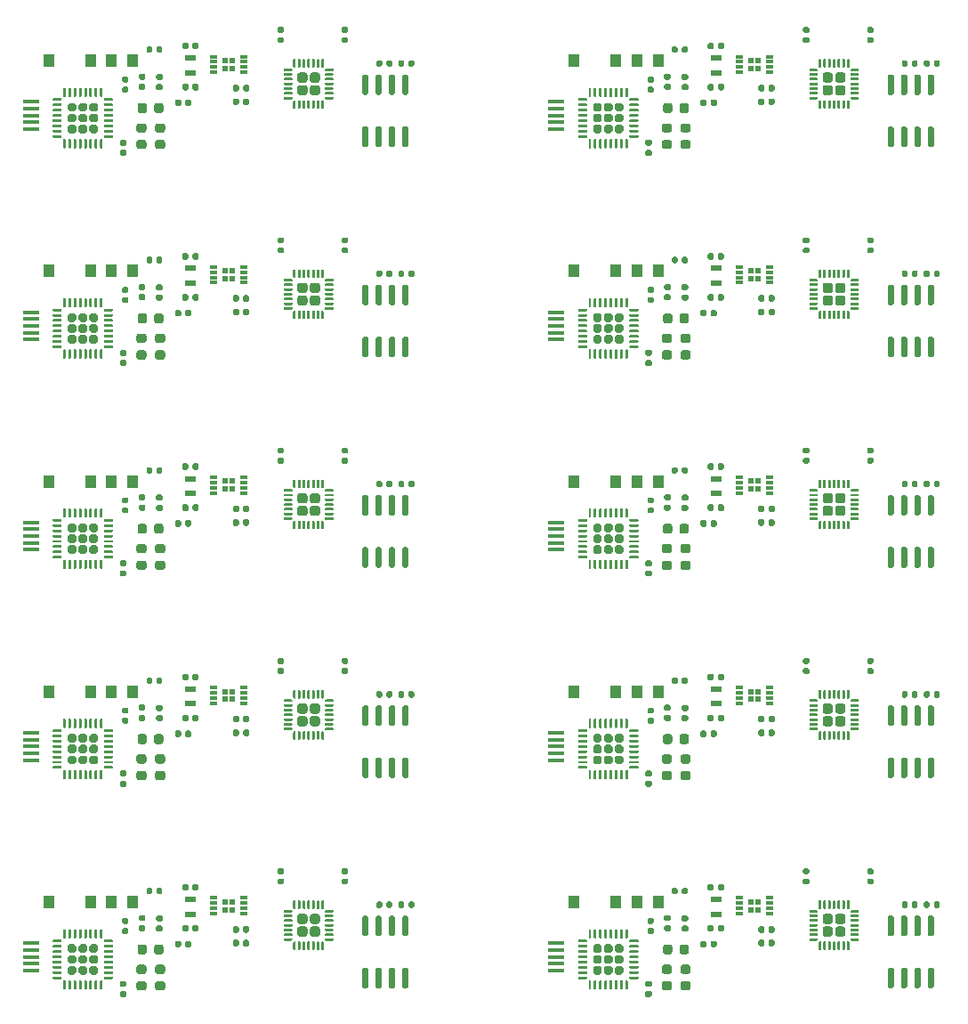
<source format=gbr>
G04 #@! TF.GenerationSoftware,KiCad,Pcbnew,(5.1.9)-1*
G04 #@! TF.CreationDate,2021-05-17T22:57:24+10:00*
G04 #@! TF.ProjectId,microBoSL-panel,6d696372-6f42-46f5-934c-2d70616e656c,rev?*
G04 #@! TF.SameCoordinates,Original*
G04 #@! TF.FileFunction,Paste,Top*
G04 #@! TF.FilePolarity,Positive*
%FSLAX46Y46*%
G04 Gerber Fmt 4.6, Leading zero omitted, Abs format (unit mm)*
G04 Created by KiCad (PCBNEW (5.1.9)-1) date 2021-05-17 22:57:24*
%MOMM*%
%LPD*%
G01*
G04 APERTURE LIST*
%ADD10R,1.500000X0.450000*%
%ADD11R,0.750000X0.300000*%
%ADD12R,0.500000X0.600000*%
%ADD13R,1.000000X1.200000*%
%ADD14C,0.150000*%
%ADD15R,1.100000X0.600000*%
G04 APERTURE END LIST*
G36*
G01*
X92559756Y-133705033D02*
X93072256Y-133705033D01*
G75*
G02*
X93291006Y-133923783I0J-218750D01*
G01*
X93291006Y-134361283D01*
G75*
G02*
X93072256Y-134580033I-218750J0D01*
G01*
X92559756Y-134580033D01*
G75*
G02*
X92341006Y-134361283I0J218750D01*
G01*
X92341006Y-133923783D01*
G75*
G02*
X92559756Y-133705033I218750J0D01*
G01*
G37*
G36*
G01*
X92559756Y-135280033D02*
X93072256Y-135280033D01*
G75*
G02*
X93291006Y-135498783I0J-218750D01*
G01*
X93291006Y-135936283D01*
G75*
G02*
X93072256Y-136155033I-218750J0D01*
G01*
X92559756Y-136155033D01*
G75*
G02*
X92341006Y-135936283I0J218750D01*
G01*
X92341006Y-135498783D01*
G75*
G02*
X92559756Y-135280033I218750J0D01*
G01*
G37*
G36*
G01*
X90781756Y-133705033D02*
X91294256Y-133705033D01*
G75*
G02*
X91513006Y-133923783I0J-218750D01*
G01*
X91513006Y-134361283D01*
G75*
G02*
X91294256Y-134580033I-218750J0D01*
G01*
X90781756Y-134580033D01*
G75*
G02*
X90563006Y-134361283I0J218750D01*
G01*
X90563006Y-133923783D01*
G75*
G02*
X90781756Y-133705033I218750J0D01*
G01*
G37*
G36*
G01*
X90781756Y-135280033D02*
X91294256Y-135280033D01*
G75*
G02*
X91513006Y-135498783I0J-218750D01*
G01*
X91513006Y-135936283D01*
G75*
G02*
X91294256Y-136155033I-218750J0D01*
G01*
X90781756Y-136155033D01*
G75*
G02*
X90563006Y-135936283I0J218750D01*
G01*
X90563006Y-135498783D01*
G75*
G02*
X90781756Y-135280033I218750J0D01*
G01*
G37*
G36*
G01*
X93125006Y-131993783D02*
X93125006Y-132506283D01*
G75*
G02*
X92906256Y-132725033I-218750J0D01*
G01*
X92468756Y-132725033D01*
G75*
G02*
X92250006Y-132506283I0J218750D01*
G01*
X92250006Y-131993783D01*
G75*
G02*
X92468756Y-131775033I218750J0D01*
G01*
X92906256Y-131775033D01*
G75*
G02*
X93125006Y-131993783I0J-218750D01*
G01*
G37*
G36*
G01*
X91550006Y-131993783D02*
X91550006Y-132506283D01*
G75*
G02*
X91331256Y-132725033I-218750J0D01*
G01*
X90893756Y-132725033D01*
G75*
G02*
X90675006Y-132506283I0J218750D01*
G01*
X90675006Y-131993783D01*
G75*
G02*
X90893756Y-131775033I218750J0D01*
G01*
X91331256Y-131775033D01*
G75*
G02*
X91550006Y-131993783I0J-218750D01*
G01*
G37*
D10*
X80525006Y-132950033D03*
X80525006Y-133600033D03*
X80525006Y-132300033D03*
X80525006Y-134250033D03*
X80525006Y-131650033D03*
G36*
G01*
X86285006Y-131755033D02*
X86700006Y-131755033D01*
G75*
G02*
X86907506Y-131962533I0J-207500D01*
G01*
X86907506Y-132377533D01*
G75*
G02*
X86700006Y-132585033I-207500J0D01*
G01*
X86285006Y-132585033D01*
G75*
G02*
X86077506Y-132377533I0J207500D01*
G01*
X86077506Y-131962533D01*
G75*
G02*
X86285006Y-131755033I207500J0D01*
G01*
G37*
G36*
G01*
X85255006Y-131755033D02*
X85670006Y-131755033D01*
G75*
G02*
X85877506Y-131962533I0J-207500D01*
G01*
X85877506Y-132377533D01*
G75*
G02*
X85670006Y-132585033I-207500J0D01*
G01*
X85255006Y-132585033D01*
G75*
G02*
X85047506Y-132377533I0J207500D01*
G01*
X85047506Y-131962533D01*
G75*
G02*
X85255006Y-131755033I207500J0D01*
G01*
G37*
G36*
G01*
X84225006Y-131755033D02*
X84640006Y-131755033D01*
G75*
G02*
X84847506Y-131962533I0J-207500D01*
G01*
X84847506Y-132377533D01*
G75*
G02*
X84640006Y-132585033I-207500J0D01*
G01*
X84225006Y-132585033D01*
G75*
G02*
X84017506Y-132377533I0J207500D01*
G01*
X84017506Y-131962533D01*
G75*
G02*
X84225006Y-131755033I207500J0D01*
G01*
G37*
G36*
G01*
X86285006Y-132785033D02*
X86700006Y-132785033D01*
G75*
G02*
X86907506Y-132992533I0J-207500D01*
G01*
X86907506Y-133407533D01*
G75*
G02*
X86700006Y-133615033I-207500J0D01*
G01*
X86285006Y-133615033D01*
G75*
G02*
X86077506Y-133407533I0J207500D01*
G01*
X86077506Y-132992533D01*
G75*
G02*
X86285006Y-132785033I207500J0D01*
G01*
G37*
G36*
G01*
X85255006Y-132785033D02*
X85670006Y-132785033D01*
G75*
G02*
X85877506Y-132992533I0J-207500D01*
G01*
X85877506Y-133407533D01*
G75*
G02*
X85670006Y-133615033I-207500J0D01*
G01*
X85255006Y-133615033D01*
G75*
G02*
X85047506Y-133407533I0J207500D01*
G01*
X85047506Y-132992533D01*
G75*
G02*
X85255006Y-132785033I207500J0D01*
G01*
G37*
G36*
G01*
X84225006Y-132785033D02*
X84640006Y-132785033D01*
G75*
G02*
X84847506Y-132992533I0J-207500D01*
G01*
X84847506Y-133407533D01*
G75*
G02*
X84640006Y-133615033I-207500J0D01*
G01*
X84225006Y-133615033D01*
G75*
G02*
X84017506Y-133407533I0J207500D01*
G01*
X84017506Y-132992533D01*
G75*
G02*
X84225006Y-132785033I207500J0D01*
G01*
G37*
G36*
G01*
X86285006Y-133815033D02*
X86700006Y-133815033D01*
G75*
G02*
X86907506Y-134022533I0J-207500D01*
G01*
X86907506Y-134437533D01*
G75*
G02*
X86700006Y-134645033I-207500J0D01*
G01*
X86285006Y-134645033D01*
G75*
G02*
X86077506Y-134437533I0J207500D01*
G01*
X86077506Y-134022533D01*
G75*
G02*
X86285006Y-133815033I207500J0D01*
G01*
G37*
G36*
G01*
X85255006Y-133815033D02*
X85670006Y-133815033D01*
G75*
G02*
X85877506Y-134022533I0J-207500D01*
G01*
X85877506Y-134437533D01*
G75*
G02*
X85670006Y-134645033I-207500J0D01*
G01*
X85255006Y-134645033D01*
G75*
G02*
X85047506Y-134437533I0J207500D01*
G01*
X85047506Y-134022533D01*
G75*
G02*
X85255006Y-133815033I207500J0D01*
G01*
G37*
G36*
G01*
X84225006Y-133815033D02*
X84640006Y-133815033D01*
G75*
G02*
X84847506Y-134022533I0J-207500D01*
G01*
X84847506Y-134437533D01*
G75*
G02*
X84640006Y-134645033I-207500J0D01*
G01*
X84225006Y-134645033D01*
G75*
G02*
X84017506Y-134437533I0J207500D01*
G01*
X84017506Y-134022533D01*
G75*
G02*
X84225006Y-133815033I207500J0D01*
G01*
G37*
G36*
G01*
X87150006Y-130325033D02*
X87275006Y-130325033D01*
G75*
G02*
X87337506Y-130387533I0J-62500D01*
G01*
X87337506Y-131137533D01*
G75*
G02*
X87275006Y-131200033I-62500J0D01*
G01*
X87150006Y-131200033D01*
G75*
G02*
X87087506Y-131137533I0J62500D01*
G01*
X87087506Y-130387533D01*
G75*
G02*
X87150006Y-130325033I62500J0D01*
G01*
G37*
G36*
G01*
X86650006Y-130325033D02*
X86775006Y-130325033D01*
G75*
G02*
X86837506Y-130387533I0J-62500D01*
G01*
X86837506Y-131137533D01*
G75*
G02*
X86775006Y-131200033I-62500J0D01*
G01*
X86650006Y-131200033D01*
G75*
G02*
X86587506Y-131137533I0J62500D01*
G01*
X86587506Y-130387533D01*
G75*
G02*
X86650006Y-130325033I62500J0D01*
G01*
G37*
G36*
G01*
X86150006Y-130325033D02*
X86275006Y-130325033D01*
G75*
G02*
X86337506Y-130387533I0J-62500D01*
G01*
X86337506Y-131137533D01*
G75*
G02*
X86275006Y-131200033I-62500J0D01*
G01*
X86150006Y-131200033D01*
G75*
G02*
X86087506Y-131137533I0J62500D01*
G01*
X86087506Y-130387533D01*
G75*
G02*
X86150006Y-130325033I62500J0D01*
G01*
G37*
G36*
G01*
X85650006Y-130325033D02*
X85775006Y-130325033D01*
G75*
G02*
X85837506Y-130387533I0J-62500D01*
G01*
X85837506Y-131137533D01*
G75*
G02*
X85775006Y-131200033I-62500J0D01*
G01*
X85650006Y-131200033D01*
G75*
G02*
X85587506Y-131137533I0J62500D01*
G01*
X85587506Y-130387533D01*
G75*
G02*
X85650006Y-130325033I62500J0D01*
G01*
G37*
G36*
G01*
X85150006Y-130325033D02*
X85275006Y-130325033D01*
G75*
G02*
X85337506Y-130387533I0J-62500D01*
G01*
X85337506Y-131137533D01*
G75*
G02*
X85275006Y-131200033I-62500J0D01*
G01*
X85150006Y-131200033D01*
G75*
G02*
X85087506Y-131137533I0J62500D01*
G01*
X85087506Y-130387533D01*
G75*
G02*
X85150006Y-130325033I62500J0D01*
G01*
G37*
G36*
G01*
X84650006Y-130325033D02*
X84775006Y-130325033D01*
G75*
G02*
X84837506Y-130387533I0J-62500D01*
G01*
X84837506Y-131137533D01*
G75*
G02*
X84775006Y-131200033I-62500J0D01*
G01*
X84650006Y-131200033D01*
G75*
G02*
X84587506Y-131137533I0J62500D01*
G01*
X84587506Y-130387533D01*
G75*
G02*
X84650006Y-130325033I62500J0D01*
G01*
G37*
G36*
G01*
X84150006Y-130325033D02*
X84275006Y-130325033D01*
G75*
G02*
X84337506Y-130387533I0J-62500D01*
G01*
X84337506Y-131137533D01*
G75*
G02*
X84275006Y-131200033I-62500J0D01*
G01*
X84150006Y-131200033D01*
G75*
G02*
X84087506Y-131137533I0J62500D01*
G01*
X84087506Y-130387533D01*
G75*
G02*
X84150006Y-130325033I62500J0D01*
G01*
G37*
G36*
G01*
X83650006Y-130325033D02*
X83775006Y-130325033D01*
G75*
G02*
X83837506Y-130387533I0J-62500D01*
G01*
X83837506Y-131137533D01*
G75*
G02*
X83775006Y-131200033I-62500J0D01*
G01*
X83650006Y-131200033D01*
G75*
G02*
X83587506Y-131137533I0J62500D01*
G01*
X83587506Y-130387533D01*
G75*
G02*
X83650006Y-130325033I62500J0D01*
G01*
G37*
G36*
G01*
X82650006Y-131325033D02*
X83400006Y-131325033D01*
G75*
G02*
X83462506Y-131387533I0J-62500D01*
G01*
X83462506Y-131512533D01*
G75*
G02*
X83400006Y-131575033I-62500J0D01*
G01*
X82650006Y-131575033D01*
G75*
G02*
X82587506Y-131512533I0J62500D01*
G01*
X82587506Y-131387533D01*
G75*
G02*
X82650006Y-131325033I62500J0D01*
G01*
G37*
G36*
G01*
X82650006Y-131825033D02*
X83400006Y-131825033D01*
G75*
G02*
X83462506Y-131887533I0J-62500D01*
G01*
X83462506Y-132012533D01*
G75*
G02*
X83400006Y-132075033I-62500J0D01*
G01*
X82650006Y-132075033D01*
G75*
G02*
X82587506Y-132012533I0J62500D01*
G01*
X82587506Y-131887533D01*
G75*
G02*
X82650006Y-131825033I62500J0D01*
G01*
G37*
G36*
G01*
X82650006Y-132325033D02*
X83400006Y-132325033D01*
G75*
G02*
X83462506Y-132387533I0J-62500D01*
G01*
X83462506Y-132512533D01*
G75*
G02*
X83400006Y-132575033I-62500J0D01*
G01*
X82650006Y-132575033D01*
G75*
G02*
X82587506Y-132512533I0J62500D01*
G01*
X82587506Y-132387533D01*
G75*
G02*
X82650006Y-132325033I62500J0D01*
G01*
G37*
G36*
G01*
X82650006Y-132825033D02*
X83400006Y-132825033D01*
G75*
G02*
X83462506Y-132887533I0J-62500D01*
G01*
X83462506Y-133012533D01*
G75*
G02*
X83400006Y-133075033I-62500J0D01*
G01*
X82650006Y-133075033D01*
G75*
G02*
X82587506Y-133012533I0J62500D01*
G01*
X82587506Y-132887533D01*
G75*
G02*
X82650006Y-132825033I62500J0D01*
G01*
G37*
G36*
G01*
X82650006Y-133325033D02*
X83400006Y-133325033D01*
G75*
G02*
X83462506Y-133387533I0J-62500D01*
G01*
X83462506Y-133512533D01*
G75*
G02*
X83400006Y-133575033I-62500J0D01*
G01*
X82650006Y-133575033D01*
G75*
G02*
X82587506Y-133512533I0J62500D01*
G01*
X82587506Y-133387533D01*
G75*
G02*
X82650006Y-133325033I62500J0D01*
G01*
G37*
G36*
G01*
X82650006Y-133825033D02*
X83400006Y-133825033D01*
G75*
G02*
X83462506Y-133887533I0J-62500D01*
G01*
X83462506Y-134012533D01*
G75*
G02*
X83400006Y-134075033I-62500J0D01*
G01*
X82650006Y-134075033D01*
G75*
G02*
X82587506Y-134012533I0J62500D01*
G01*
X82587506Y-133887533D01*
G75*
G02*
X82650006Y-133825033I62500J0D01*
G01*
G37*
G36*
G01*
X82650006Y-134325033D02*
X83400006Y-134325033D01*
G75*
G02*
X83462506Y-134387533I0J-62500D01*
G01*
X83462506Y-134512533D01*
G75*
G02*
X83400006Y-134575033I-62500J0D01*
G01*
X82650006Y-134575033D01*
G75*
G02*
X82587506Y-134512533I0J62500D01*
G01*
X82587506Y-134387533D01*
G75*
G02*
X82650006Y-134325033I62500J0D01*
G01*
G37*
G36*
G01*
X82650006Y-134825033D02*
X83400006Y-134825033D01*
G75*
G02*
X83462506Y-134887533I0J-62500D01*
G01*
X83462506Y-135012533D01*
G75*
G02*
X83400006Y-135075033I-62500J0D01*
G01*
X82650006Y-135075033D01*
G75*
G02*
X82587506Y-135012533I0J62500D01*
G01*
X82587506Y-134887533D01*
G75*
G02*
X82650006Y-134825033I62500J0D01*
G01*
G37*
G36*
G01*
X83650006Y-135200033D02*
X83775006Y-135200033D01*
G75*
G02*
X83837506Y-135262533I0J-62500D01*
G01*
X83837506Y-136012533D01*
G75*
G02*
X83775006Y-136075033I-62500J0D01*
G01*
X83650006Y-136075033D01*
G75*
G02*
X83587506Y-136012533I0J62500D01*
G01*
X83587506Y-135262533D01*
G75*
G02*
X83650006Y-135200033I62500J0D01*
G01*
G37*
G36*
G01*
X84150006Y-135200033D02*
X84275006Y-135200033D01*
G75*
G02*
X84337506Y-135262533I0J-62500D01*
G01*
X84337506Y-136012533D01*
G75*
G02*
X84275006Y-136075033I-62500J0D01*
G01*
X84150006Y-136075033D01*
G75*
G02*
X84087506Y-136012533I0J62500D01*
G01*
X84087506Y-135262533D01*
G75*
G02*
X84150006Y-135200033I62500J0D01*
G01*
G37*
G36*
G01*
X84650006Y-135200033D02*
X84775006Y-135200033D01*
G75*
G02*
X84837506Y-135262533I0J-62500D01*
G01*
X84837506Y-136012533D01*
G75*
G02*
X84775006Y-136075033I-62500J0D01*
G01*
X84650006Y-136075033D01*
G75*
G02*
X84587506Y-136012533I0J62500D01*
G01*
X84587506Y-135262533D01*
G75*
G02*
X84650006Y-135200033I62500J0D01*
G01*
G37*
G36*
G01*
X85150006Y-135200033D02*
X85275006Y-135200033D01*
G75*
G02*
X85337506Y-135262533I0J-62500D01*
G01*
X85337506Y-136012533D01*
G75*
G02*
X85275006Y-136075033I-62500J0D01*
G01*
X85150006Y-136075033D01*
G75*
G02*
X85087506Y-136012533I0J62500D01*
G01*
X85087506Y-135262533D01*
G75*
G02*
X85150006Y-135200033I62500J0D01*
G01*
G37*
G36*
G01*
X85650006Y-135200033D02*
X85775006Y-135200033D01*
G75*
G02*
X85837506Y-135262533I0J-62500D01*
G01*
X85837506Y-136012533D01*
G75*
G02*
X85775006Y-136075033I-62500J0D01*
G01*
X85650006Y-136075033D01*
G75*
G02*
X85587506Y-136012533I0J62500D01*
G01*
X85587506Y-135262533D01*
G75*
G02*
X85650006Y-135200033I62500J0D01*
G01*
G37*
G36*
G01*
X86150006Y-135200033D02*
X86275006Y-135200033D01*
G75*
G02*
X86337506Y-135262533I0J-62500D01*
G01*
X86337506Y-136012533D01*
G75*
G02*
X86275006Y-136075033I-62500J0D01*
G01*
X86150006Y-136075033D01*
G75*
G02*
X86087506Y-136012533I0J62500D01*
G01*
X86087506Y-135262533D01*
G75*
G02*
X86150006Y-135200033I62500J0D01*
G01*
G37*
G36*
G01*
X86650006Y-135200033D02*
X86775006Y-135200033D01*
G75*
G02*
X86837506Y-135262533I0J-62500D01*
G01*
X86837506Y-136012533D01*
G75*
G02*
X86775006Y-136075033I-62500J0D01*
G01*
X86650006Y-136075033D01*
G75*
G02*
X86587506Y-136012533I0J62500D01*
G01*
X86587506Y-135262533D01*
G75*
G02*
X86650006Y-135200033I62500J0D01*
G01*
G37*
G36*
G01*
X87150006Y-135200033D02*
X87275006Y-135200033D01*
G75*
G02*
X87337506Y-135262533I0J-62500D01*
G01*
X87337506Y-136012533D01*
G75*
G02*
X87275006Y-136075033I-62500J0D01*
G01*
X87150006Y-136075033D01*
G75*
G02*
X87087506Y-136012533I0J62500D01*
G01*
X87087506Y-135262533D01*
G75*
G02*
X87150006Y-135200033I62500J0D01*
G01*
G37*
G36*
G01*
X87525006Y-134825033D02*
X88275006Y-134825033D01*
G75*
G02*
X88337506Y-134887533I0J-62500D01*
G01*
X88337506Y-135012533D01*
G75*
G02*
X88275006Y-135075033I-62500J0D01*
G01*
X87525006Y-135075033D01*
G75*
G02*
X87462506Y-135012533I0J62500D01*
G01*
X87462506Y-134887533D01*
G75*
G02*
X87525006Y-134825033I62500J0D01*
G01*
G37*
G36*
G01*
X87525006Y-134325033D02*
X88275006Y-134325033D01*
G75*
G02*
X88337506Y-134387533I0J-62500D01*
G01*
X88337506Y-134512533D01*
G75*
G02*
X88275006Y-134575033I-62500J0D01*
G01*
X87525006Y-134575033D01*
G75*
G02*
X87462506Y-134512533I0J62500D01*
G01*
X87462506Y-134387533D01*
G75*
G02*
X87525006Y-134325033I62500J0D01*
G01*
G37*
G36*
G01*
X87525006Y-133825033D02*
X88275006Y-133825033D01*
G75*
G02*
X88337506Y-133887533I0J-62500D01*
G01*
X88337506Y-134012533D01*
G75*
G02*
X88275006Y-134075033I-62500J0D01*
G01*
X87525006Y-134075033D01*
G75*
G02*
X87462506Y-134012533I0J62500D01*
G01*
X87462506Y-133887533D01*
G75*
G02*
X87525006Y-133825033I62500J0D01*
G01*
G37*
G36*
G01*
X87525006Y-133325033D02*
X88275006Y-133325033D01*
G75*
G02*
X88337506Y-133387533I0J-62500D01*
G01*
X88337506Y-133512533D01*
G75*
G02*
X88275006Y-133575033I-62500J0D01*
G01*
X87525006Y-133575033D01*
G75*
G02*
X87462506Y-133512533I0J62500D01*
G01*
X87462506Y-133387533D01*
G75*
G02*
X87525006Y-133325033I62500J0D01*
G01*
G37*
G36*
G01*
X87525006Y-132825033D02*
X88275006Y-132825033D01*
G75*
G02*
X88337506Y-132887533I0J-62500D01*
G01*
X88337506Y-133012533D01*
G75*
G02*
X88275006Y-133075033I-62500J0D01*
G01*
X87525006Y-133075033D01*
G75*
G02*
X87462506Y-133012533I0J62500D01*
G01*
X87462506Y-132887533D01*
G75*
G02*
X87525006Y-132825033I62500J0D01*
G01*
G37*
G36*
G01*
X87525006Y-132325033D02*
X88275006Y-132325033D01*
G75*
G02*
X88337506Y-132387533I0J-62500D01*
G01*
X88337506Y-132512533D01*
G75*
G02*
X88275006Y-132575033I-62500J0D01*
G01*
X87525006Y-132575033D01*
G75*
G02*
X87462506Y-132512533I0J62500D01*
G01*
X87462506Y-132387533D01*
G75*
G02*
X87525006Y-132325033I62500J0D01*
G01*
G37*
G36*
G01*
X87525006Y-131825033D02*
X88275006Y-131825033D01*
G75*
G02*
X88337506Y-131887533I0J-62500D01*
G01*
X88337506Y-132012533D01*
G75*
G02*
X88275006Y-132075033I-62500J0D01*
G01*
X87525006Y-132075033D01*
G75*
G02*
X87462506Y-132012533I0J62500D01*
G01*
X87462506Y-131887533D01*
G75*
G02*
X87525006Y-131825033I62500J0D01*
G01*
G37*
G36*
G01*
X87525006Y-131325033D02*
X88275006Y-131325033D01*
G75*
G02*
X88337506Y-131387533I0J-62500D01*
G01*
X88337506Y-131512533D01*
G75*
G02*
X88275006Y-131575033I-62500J0D01*
G01*
X87525006Y-131575033D01*
G75*
G02*
X87462506Y-131512533I0J62500D01*
G01*
X87462506Y-131387533D01*
G75*
G02*
X87525006Y-131325033I62500J0D01*
G01*
G37*
G36*
G01*
X94920006Y-126522533D02*
X94920006Y-126177533D01*
G75*
G02*
X95067506Y-126030033I147500J0D01*
G01*
X95362506Y-126030033D01*
G75*
G02*
X95510006Y-126177533I0J-147500D01*
G01*
X95510006Y-126522533D01*
G75*
G02*
X95362506Y-126670033I-147500J0D01*
G01*
X95067506Y-126670033D01*
G75*
G02*
X94920006Y-126522533I0J147500D01*
G01*
G37*
G36*
G01*
X95890006Y-126522533D02*
X95890006Y-126177533D01*
G75*
G02*
X96037506Y-126030033I147500J0D01*
G01*
X96332506Y-126030033D01*
G75*
G02*
X96480006Y-126177533I0J-147500D01*
G01*
X96480006Y-126522533D01*
G75*
G02*
X96332506Y-126670033I-147500J0D01*
G01*
X96037506Y-126670033D01*
G75*
G02*
X95890006Y-126522533I0J147500D01*
G01*
G37*
G36*
G01*
X94920006Y-130422533D02*
X94920006Y-130077533D01*
G75*
G02*
X95067506Y-129930033I147500J0D01*
G01*
X95362506Y-129930033D01*
G75*
G02*
X95510006Y-130077533I0J-147500D01*
G01*
X95510006Y-130422533D01*
G75*
G02*
X95362506Y-130570033I-147500J0D01*
G01*
X95067506Y-130570033D01*
G75*
G02*
X94920006Y-130422533I0J147500D01*
G01*
G37*
G36*
G01*
X95890006Y-130422533D02*
X95890006Y-130077533D01*
G75*
G02*
X96037506Y-129930033I147500J0D01*
G01*
X96332506Y-129930033D01*
G75*
G02*
X96480006Y-130077533I0J-147500D01*
G01*
X96480006Y-130422533D01*
G75*
G02*
X96332506Y-130570033I-147500J0D01*
G01*
X96037506Y-130570033D01*
G75*
G02*
X95890006Y-130422533I0J147500D01*
G01*
G37*
G36*
G01*
X99735006Y-131822533D02*
X99735006Y-131477533D01*
G75*
G02*
X99882506Y-131330033I147500J0D01*
G01*
X100177506Y-131330033D01*
G75*
G02*
X100325006Y-131477533I0J-147500D01*
G01*
X100325006Y-131822533D01*
G75*
G02*
X100177506Y-131970033I-147500J0D01*
G01*
X99882506Y-131970033D01*
G75*
G02*
X99735006Y-131822533I0J147500D01*
G01*
G37*
G36*
G01*
X100705006Y-131822533D02*
X100705006Y-131477533D01*
G75*
G02*
X100852506Y-131330033I147500J0D01*
G01*
X101147506Y-131330033D01*
G75*
G02*
X101295006Y-131477533I0J-147500D01*
G01*
X101295006Y-131822533D01*
G75*
G02*
X101147506Y-131970033I-147500J0D01*
G01*
X100852506Y-131970033D01*
G75*
G02*
X100705006Y-131822533I0J147500D01*
G01*
G37*
G36*
G01*
X101295006Y-130177533D02*
X101295006Y-130522533D01*
G75*
G02*
X101147506Y-130670033I-147500J0D01*
G01*
X100852506Y-130670033D01*
G75*
G02*
X100705006Y-130522533I0J147500D01*
G01*
X100705006Y-130177533D01*
G75*
G02*
X100852506Y-130030033I147500J0D01*
G01*
X101147506Y-130030033D01*
G75*
G02*
X101295006Y-130177533I0J-147500D01*
G01*
G37*
G36*
G01*
X100325006Y-130177533D02*
X100325006Y-130522533D01*
G75*
G02*
X100177506Y-130670033I-147500J0D01*
G01*
X99882506Y-130670033D01*
G75*
G02*
X99735006Y-130522533I0J147500D01*
G01*
X99735006Y-130177533D01*
G75*
G02*
X99882506Y-130030033I147500J0D01*
G01*
X100177506Y-130030033D01*
G75*
G02*
X100325006Y-130177533I0J-147500D01*
G01*
G37*
G36*
G01*
X91272506Y-130530033D02*
X90927506Y-130530033D01*
G75*
G02*
X90780006Y-130382533I0J147500D01*
G01*
X90780006Y-130087533D01*
G75*
G02*
X90927506Y-129940033I147500J0D01*
G01*
X91272506Y-129940033D01*
G75*
G02*
X91420006Y-130087533I0J-147500D01*
G01*
X91420006Y-130382533D01*
G75*
G02*
X91272506Y-130530033I-147500J0D01*
G01*
G37*
G36*
G01*
X91272506Y-129560033D02*
X90927506Y-129560033D01*
G75*
G02*
X90780006Y-129412533I0J147500D01*
G01*
X90780006Y-129117533D01*
G75*
G02*
X90927506Y-128970033I147500J0D01*
G01*
X91272506Y-128970033D01*
G75*
G02*
X91420006Y-129117533I0J-147500D01*
G01*
X91420006Y-129412533D01*
G75*
G02*
X91272506Y-129560033I-147500J0D01*
G01*
G37*
G36*
G01*
X94220006Y-131922533D02*
X94220006Y-131577533D01*
G75*
G02*
X94367506Y-131430033I147500J0D01*
G01*
X94662506Y-131430033D01*
G75*
G02*
X94810006Y-131577533I0J-147500D01*
G01*
X94810006Y-131922533D01*
G75*
G02*
X94662506Y-132070033I-147500J0D01*
G01*
X94367506Y-132070033D01*
G75*
G02*
X94220006Y-131922533I0J147500D01*
G01*
G37*
G36*
G01*
X95190006Y-131922533D02*
X95190006Y-131577533D01*
G75*
G02*
X95337506Y-131430033I147500J0D01*
G01*
X95632506Y-131430033D01*
G75*
G02*
X95780006Y-131577533I0J-147500D01*
G01*
X95780006Y-131922533D01*
G75*
G02*
X95632506Y-132070033I-147500J0D01*
G01*
X95337506Y-132070033D01*
G75*
G02*
X95190006Y-131922533I0J147500D01*
G01*
G37*
G36*
G01*
X89127506Y-135235033D02*
X89472506Y-135235033D01*
G75*
G02*
X89620006Y-135382533I0J-147500D01*
G01*
X89620006Y-135677533D01*
G75*
G02*
X89472506Y-135825033I-147500J0D01*
G01*
X89127506Y-135825033D01*
G75*
G02*
X88980006Y-135677533I0J147500D01*
G01*
X88980006Y-135382533D01*
G75*
G02*
X89127506Y-135235033I147500J0D01*
G01*
G37*
G36*
G01*
X89127506Y-136205033D02*
X89472506Y-136205033D01*
G75*
G02*
X89620006Y-136352533I0J-147500D01*
G01*
X89620006Y-136647533D01*
G75*
G02*
X89472506Y-136795033I-147500J0D01*
G01*
X89127506Y-136795033D01*
G75*
G02*
X88980006Y-136647533I0J147500D01*
G01*
X88980006Y-136352533D01*
G75*
G02*
X89127506Y-136205033I147500J0D01*
G01*
G37*
G36*
G01*
X92922506Y-130561033D02*
X92577506Y-130561033D01*
G75*
G02*
X92430006Y-130413533I0J147500D01*
G01*
X92430006Y-130118533D01*
G75*
G02*
X92577506Y-129971033I147500J0D01*
G01*
X92922506Y-129971033D01*
G75*
G02*
X93070006Y-130118533I0J-147500D01*
G01*
X93070006Y-130413533D01*
G75*
G02*
X92922506Y-130561033I-147500J0D01*
G01*
G37*
G36*
G01*
X92922506Y-129591033D02*
X92577506Y-129591033D01*
G75*
G02*
X92430006Y-129443533I0J147500D01*
G01*
X92430006Y-129148533D01*
G75*
G02*
X92577506Y-129001033I147500J0D01*
G01*
X92922506Y-129001033D01*
G75*
G02*
X93070006Y-129148533I0J-147500D01*
G01*
X93070006Y-129443533D01*
G75*
G02*
X92922506Y-129591033I-147500J0D01*
G01*
G37*
D11*
X97900006Y-127350033D03*
X97900006Y-127850033D03*
X97900006Y-128350033D03*
X97900006Y-128850033D03*
X100800006Y-128850033D03*
X100800006Y-128350033D03*
X100800006Y-127850033D03*
X100800006Y-127350033D03*
D12*
X99025006Y-127725033D03*
X99025006Y-128475033D03*
X99675006Y-127725033D03*
X99675006Y-128475033D03*
G36*
G01*
X110230006Y-124540033D02*
X110570006Y-124540033D01*
G75*
G02*
X110710006Y-124680033I0J-140000D01*
G01*
X110710006Y-124960033D01*
G75*
G02*
X110570006Y-125100033I-140000J0D01*
G01*
X110230006Y-125100033D01*
G75*
G02*
X110090006Y-124960033I0J140000D01*
G01*
X110090006Y-124680033D01*
G75*
G02*
X110230006Y-124540033I140000J0D01*
G01*
G37*
G36*
G01*
X110230006Y-125500033D02*
X110570006Y-125500033D01*
G75*
G02*
X110710006Y-125640033I0J-140000D01*
G01*
X110710006Y-125920033D01*
G75*
G02*
X110570006Y-126060033I-140000J0D01*
G01*
X110230006Y-126060033D01*
G75*
G02*
X110090006Y-125920033I0J140000D01*
G01*
X110090006Y-125640033D01*
G75*
G02*
X110230006Y-125500033I140000J0D01*
G01*
G37*
G36*
G01*
X104470006Y-126060033D02*
X104130006Y-126060033D01*
G75*
G02*
X103990006Y-125920033I0J140000D01*
G01*
X103990006Y-125640033D01*
G75*
G02*
X104130006Y-125500033I140000J0D01*
G01*
X104470006Y-125500033D01*
G75*
G02*
X104610006Y-125640033I0J-140000D01*
G01*
X104610006Y-125920033D01*
G75*
G02*
X104470006Y-126060033I-140000J0D01*
G01*
G37*
G36*
G01*
X104470006Y-125100033D02*
X104130006Y-125100033D01*
G75*
G02*
X103990006Y-124960033I0J140000D01*
G01*
X103990006Y-124680033D01*
G75*
G02*
X104130006Y-124540033I140000J0D01*
G01*
X104470006Y-124540033D01*
G75*
G02*
X104610006Y-124680033I0J-140000D01*
G01*
X104610006Y-124960033D01*
G75*
G02*
X104470006Y-125100033I-140000J0D01*
G01*
G37*
G36*
G01*
X89670006Y-130780033D02*
X89330006Y-130780033D01*
G75*
G02*
X89190006Y-130640033I0J140000D01*
G01*
X89190006Y-130360033D01*
G75*
G02*
X89330006Y-130220033I140000J0D01*
G01*
X89670006Y-130220033D01*
G75*
G02*
X89810006Y-130360033I0J-140000D01*
G01*
X89810006Y-130640033D01*
G75*
G02*
X89670006Y-130780033I-140000J0D01*
G01*
G37*
G36*
G01*
X89670006Y-129820033D02*
X89330006Y-129820033D01*
G75*
G02*
X89190006Y-129680033I0J140000D01*
G01*
X89190006Y-129400033D01*
G75*
G02*
X89330006Y-129260033I140000J0D01*
G01*
X89670006Y-129260033D01*
G75*
G02*
X89810006Y-129400033I0J-140000D01*
G01*
X89810006Y-129680033D01*
G75*
G02*
X89670006Y-129820033I-140000J0D01*
G01*
G37*
G36*
G01*
X93030006Y-126530033D02*
X93030006Y-126870033D01*
G75*
G02*
X92890006Y-127010033I-140000J0D01*
G01*
X92610006Y-127010033D01*
G75*
G02*
X92470006Y-126870033I0J140000D01*
G01*
X92470006Y-126530033D01*
G75*
G02*
X92610006Y-126390033I140000J0D01*
G01*
X92890006Y-126390033D01*
G75*
G02*
X93030006Y-126530033I0J-140000D01*
G01*
G37*
G36*
G01*
X92070006Y-126530033D02*
X92070006Y-126870033D01*
G75*
G02*
X91930006Y-127010033I-140000J0D01*
G01*
X91650006Y-127010033D01*
G75*
G02*
X91510006Y-126870033I0J140000D01*
G01*
X91510006Y-126530033D01*
G75*
G02*
X91650006Y-126390033I140000J0D01*
G01*
X91930006Y-126390033D01*
G75*
G02*
X92070006Y-126530033I0J-140000D01*
G01*
G37*
D13*
X86200006Y-127750033D03*
X82200006Y-127750033D03*
X88200006Y-127750033D03*
X90200006Y-127750033D03*
D14*
G36*
X105286311Y-128476234D02*
G01*
X105298036Y-128479791D01*
X105308841Y-128485566D01*
X105318312Y-128493339D01*
X105381700Y-128556727D01*
X105389473Y-128566198D01*
X105395248Y-128577003D01*
X105398805Y-128588728D01*
X105400006Y-128600921D01*
X105400006Y-128662533D01*
X105398805Y-128674726D01*
X105395248Y-128686451D01*
X105389473Y-128697256D01*
X105381700Y-128706727D01*
X105372229Y-128714500D01*
X105361424Y-128720275D01*
X105349699Y-128723832D01*
X105337506Y-128725033D01*
X104662506Y-128725033D01*
X104650313Y-128723832D01*
X104638588Y-128720275D01*
X104627783Y-128714500D01*
X104618312Y-128706727D01*
X104610539Y-128697256D01*
X104604764Y-128686451D01*
X104601207Y-128674726D01*
X104600006Y-128662533D01*
X104600006Y-128537533D01*
X104601207Y-128525340D01*
X104604764Y-128513615D01*
X104610539Y-128502810D01*
X104618312Y-128493339D01*
X104627783Y-128485566D01*
X104638588Y-128479791D01*
X104650313Y-128476234D01*
X104662506Y-128475033D01*
X105274118Y-128475033D01*
X105286311Y-128476234D01*
G37*
G36*
G01*
X104600006Y-129112533D02*
X104600006Y-128987533D01*
G75*
G02*
X104662506Y-128925033I62500J0D01*
G01*
X105337506Y-128925033D01*
G75*
G02*
X105400006Y-128987533I0J-62500D01*
G01*
X105400006Y-129112533D01*
G75*
G02*
X105337506Y-129175033I-62500J0D01*
G01*
X104662506Y-129175033D01*
G75*
G02*
X104600006Y-129112533I0J62500D01*
G01*
G37*
G36*
G01*
X104600006Y-129562533D02*
X104600006Y-129437533D01*
G75*
G02*
X104662506Y-129375033I62500J0D01*
G01*
X105337506Y-129375033D01*
G75*
G02*
X105400006Y-129437533I0J-62500D01*
G01*
X105400006Y-129562533D01*
G75*
G02*
X105337506Y-129625033I-62500J0D01*
G01*
X104662506Y-129625033D01*
G75*
G02*
X104600006Y-129562533I0J62500D01*
G01*
G37*
G36*
G01*
X104600006Y-130012533D02*
X104600006Y-129887533D01*
G75*
G02*
X104662506Y-129825033I62500J0D01*
G01*
X105337506Y-129825033D01*
G75*
G02*
X105400006Y-129887533I0J-62500D01*
G01*
X105400006Y-130012533D01*
G75*
G02*
X105337506Y-130075033I-62500J0D01*
G01*
X104662506Y-130075033D01*
G75*
G02*
X104600006Y-130012533I0J62500D01*
G01*
G37*
G36*
G01*
X104600006Y-130462533D02*
X104600006Y-130337533D01*
G75*
G02*
X104662506Y-130275033I62500J0D01*
G01*
X105337506Y-130275033D01*
G75*
G02*
X105400006Y-130337533I0J-62500D01*
G01*
X105400006Y-130462533D01*
G75*
G02*
X105337506Y-130525033I-62500J0D01*
G01*
X104662506Y-130525033D01*
G75*
G02*
X104600006Y-130462533I0J62500D01*
G01*
G37*
G36*
G01*
X104600006Y-130912533D02*
X104600006Y-130787533D01*
G75*
G02*
X104662506Y-130725033I62500J0D01*
G01*
X105337506Y-130725033D01*
G75*
G02*
X105400006Y-130787533I0J-62500D01*
G01*
X105400006Y-130912533D01*
G75*
G02*
X105337506Y-130975033I-62500J0D01*
G01*
X104662506Y-130975033D01*
G75*
G02*
X104600006Y-130912533I0J62500D01*
G01*
G37*
G36*
X105349699Y-131176234D02*
G01*
X105361424Y-131179791D01*
X105372229Y-131185566D01*
X105381700Y-131193339D01*
X105389473Y-131202810D01*
X105395248Y-131213615D01*
X105398805Y-131225340D01*
X105400006Y-131237533D01*
X105400006Y-131299145D01*
X105398805Y-131311338D01*
X105395248Y-131323063D01*
X105389473Y-131333868D01*
X105381700Y-131343339D01*
X105318312Y-131406727D01*
X105308841Y-131414500D01*
X105298036Y-131420275D01*
X105286311Y-131423832D01*
X105274118Y-131425033D01*
X104662506Y-131425033D01*
X104650313Y-131423832D01*
X104638588Y-131420275D01*
X104627783Y-131414500D01*
X104618312Y-131406727D01*
X104610539Y-131397256D01*
X104604764Y-131386451D01*
X104601207Y-131374726D01*
X104600006Y-131362533D01*
X104600006Y-131237533D01*
X104601207Y-131225340D01*
X104604764Y-131213615D01*
X104610539Y-131202810D01*
X104618312Y-131193339D01*
X104627783Y-131185566D01*
X104638588Y-131179791D01*
X104650313Y-131176234D01*
X104662506Y-131175033D01*
X105337506Y-131175033D01*
X105349699Y-131176234D01*
G37*
G36*
X105674699Y-131501234D02*
G01*
X105686424Y-131504791D01*
X105697229Y-131510566D01*
X105706700Y-131518339D01*
X105714473Y-131527810D01*
X105720248Y-131538615D01*
X105723805Y-131550340D01*
X105725006Y-131562533D01*
X105725006Y-132237533D01*
X105723805Y-132249726D01*
X105720248Y-132261451D01*
X105714473Y-132272256D01*
X105706700Y-132281727D01*
X105697229Y-132289500D01*
X105686424Y-132295275D01*
X105674699Y-132298832D01*
X105662506Y-132300033D01*
X105537506Y-132300033D01*
X105525313Y-132298832D01*
X105513588Y-132295275D01*
X105502783Y-132289500D01*
X105493312Y-132281727D01*
X105485539Y-132272256D01*
X105479764Y-132261451D01*
X105476207Y-132249726D01*
X105475006Y-132237533D01*
X105475006Y-131625921D01*
X105476207Y-131613728D01*
X105479764Y-131602003D01*
X105485539Y-131591198D01*
X105493312Y-131581727D01*
X105556700Y-131518339D01*
X105566171Y-131510566D01*
X105576976Y-131504791D01*
X105588701Y-131501234D01*
X105600894Y-131500033D01*
X105662506Y-131500033D01*
X105674699Y-131501234D01*
G37*
G36*
G01*
X105925006Y-132237533D02*
X105925006Y-131562533D01*
G75*
G02*
X105987506Y-131500033I62500J0D01*
G01*
X106112506Y-131500033D01*
G75*
G02*
X106175006Y-131562533I0J-62500D01*
G01*
X106175006Y-132237533D01*
G75*
G02*
X106112506Y-132300033I-62500J0D01*
G01*
X105987506Y-132300033D01*
G75*
G02*
X105925006Y-132237533I0J62500D01*
G01*
G37*
G36*
G01*
X106375006Y-132237533D02*
X106375006Y-131562533D01*
G75*
G02*
X106437506Y-131500033I62500J0D01*
G01*
X106562506Y-131500033D01*
G75*
G02*
X106625006Y-131562533I0J-62500D01*
G01*
X106625006Y-132237533D01*
G75*
G02*
X106562506Y-132300033I-62500J0D01*
G01*
X106437506Y-132300033D01*
G75*
G02*
X106375006Y-132237533I0J62500D01*
G01*
G37*
G36*
G01*
X106825006Y-132237533D02*
X106825006Y-131562533D01*
G75*
G02*
X106887506Y-131500033I62500J0D01*
G01*
X107012506Y-131500033D01*
G75*
G02*
X107075006Y-131562533I0J-62500D01*
G01*
X107075006Y-132237533D01*
G75*
G02*
X107012506Y-132300033I-62500J0D01*
G01*
X106887506Y-132300033D01*
G75*
G02*
X106825006Y-132237533I0J62500D01*
G01*
G37*
G36*
G01*
X107275006Y-132237533D02*
X107275006Y-131562533D01*
G75*
G02*
X107337506Y-131500033I62500J0D01*
G01*
X107462506Y-131500033D01*
G75*
G02*
X107525006Y-131562533I0J-62500D01*
G01*
X107525006Y-132237533D01*
G75*
G02*
X107462506Y-132300033I-62500J0D01*
G01*
X107337506Y-132300033D01*
G75*
G02*
X107275006Y-132237533I0J62500D01*
G01*
G37*
G36*
G01*
X107725006Y-132237533D02*
X107725006Y-131562533D01*
G75*
G02*
X107787506Y-131500033I62500J0D01*
G01*
X107912506Y-131500033D01*
G75*
G02*
X107975006Y-131562533I0J-62500D01*
G01*
X107975006Y-132237533D01*
G75*
G02*
X107912506Y-132300033I-62500J0D01*
G01*
X107787506Y-132300033D01*
G75*
G02*
X107725006Y-132237533I0J62500D01*
G01*
G37*
G36*
X108311311Y-131501234D02*
G01*
X108323036Y-131504791D01*
X108333841Y-131510566D01*
X108343312Y-131518339D01*
X108406700Y-131581727D01*
X108414473Y-131591198D01*
X108420248Y-131602003D01*
X108423805Y-131613728D01*
X108425006Y-131625921D01*
X108425006Y-132237533D01*
X108423805Y-132249726D01*
X108420248Y-132261451D01*
X108414473Y-132272256D01*
X108406700Y-132281727D01*
X108397229Y-132289500D01*
X108386424Y-132295275D01*
X108374699Y-132298832D01*
X108362506Y-132300033D01*
X108237506Y-132300033D01*
X108225313Y-132298832D01*
X108213588Y-132295275D01*
X108202783Y-132289500D01*
X108193312Y-132281727D01*
X108185539Y-132272256D01*
X108179764Y-132261451D01*
X108176207Y-132249726D01*
X108175006Y-132237533D01*
X108175006Y-131562533D01*
X108176207Y-131550340D01*
X108179764Y-131538615D01*
X108185539Y-131527810D01*
X108193312Y-131518339D01*
X108202783Y-131510566D01*
X108213588Y-131504791D01*
X108225313Y-131501234D01*
X108237506Y-131500033D01*
X108299118Y-131500033D01*
X108311311Y-131501234D01*
G37*
G36*
X109249699Y-131176234D02*
G01*
X109261424Y-131179791D01*
X109272229Y-131185566D01*
X109281700Y-131193339D01*
X109289473Y-131202810D01*
X109295248Y-131213615D01*
X109298805Y-131225340D01*
X109300006Y-131237533D01*
X109300006Y-131362533D01*
X109298805Y-131374726D01*
X109295248Y-131386451D01*
X109289473Y-131397256D01*
X109281700Y-131406727D01*
X109272229Y-131414500D01*
X109261424Y-131420275D01*
X109249699Y-131423832D01*
X109237506Y-131425033D01*
X108625894Y-131425033D01*
X108613701Y-131423832D01*
X108601976Y-131420275D01*
X108591171Y-131414500D01*
X108581700Y-131406727D01*
X108518312Y-131343339D01*
X108510539Y-131333868D01*
X108504764Y-131323063D01*
X108501207Y-131311338D01*
X108500006Y-131299145D01*
X108500006Y-131237533D01*
X108501207Y-131225340D01*
X108504764Y-131213615D01*
X108510539Y-131202810D01*
X108518312Y-131193339D01*
X108527783Y-131185566D01*
X108538588Y-131179791D01*
X108550313Y-131176234D01*
X108562506Y-131175033D01*
X109237506Y-131175033D01*
X109249699Y-131176234D01*
G37*
G36*
G01*
X108500006Y-130912533D02*
X108500006Y-130787533D01*
G75*
G02*
X108562506Y-130725033I62500J0D01*
G01*
X109237506Y-130725033D01*
G75*
G02*
X109300006Y-130787533I0J-62500D01*
G01*
X109300006Y-130912533D01*
G75*
G02*
X109237506Y-130975033I-62500J0D01*
G01*
X108562506Y-130975033D01*
G75*
G02*
X108500006Y-130912533I0J62500D01*
G01*
G37*
G36*
G01*
X108500006Y-130462533D02*
X108500006Y-130337533D01*
G75*
G02*
X108562506Y-130275033I62500J0D01*
G01*
X109237506Y-130275033D01*
G75*
G02*
X109300006Y-130337533I0J-62500D01*
G01*
X109300006Y-130462533D01*
G75*
G02*
X109237506Y-130525033I-62500J0D01*
G01*
X108562506Y-130525033D01*
G75*
G02*
X108500006Y-130462533I0J62500D01*
G01*
G37*
G36*
G01*
X108500006Y-130012533D02*
X108500006Y-129887533D01*
G75*
G02*
X108562506Y-129825033I62500J0D01*
G01*
X109237506Y-129825033D01*
G75*
G02*
X109300006Y-129887533I0J-62500D01*
G01*
X109300006Y-130012533D01*
G75*
G02*
X109237506Y-130075033I-62500J0D01*
G01*
X108562506Y-130075033D01*
G75*
G02*
X108500006Y-130012533I0J62500D01*
G01*
G37*
G36*
G01*
X108500006Y-129562533D02*
X108500006Y-129437533D01*
G75*
G02*
X108562506Y-129375033I62500J0D01*
G01*
X109237506Y-129375033D01*
G75*
G02*
X109300006Y-129437533I0J-62500D01*
G01*
X109300006Y-129562533D01*
G75*
G02*
X109237506Y-129625033I-62500J0D01*
G01*
X108562506Y-129625033D01*
G75*
G02*
X108500006Y-129562533I0J62500D01*
G01*
G37*
G36*
G01*
X108500006Y-129112533D02*
X108500006Y-128987533D01*
G75*
G02*
X108562506Y-128925033I62500J0D01*
G01*
X109237506Y-128925033D01*
G75*
G02*
X109300006Y-128987533I0J-62500D01*
G01*
X109300006Y-129112533D01*
G75*
G02*
X109237506Y-129175033I-62500J0D01*
G01*
X108562506Y-129175033D01*
G75*
G02*
X108500006Y-129112533I0J62500D01*
G01*
G37*
G36*
X109249699Y-128476234D02*
G01*
X109261424Y-128479791D01*
X109272229Y-128485566D01*
X109281700Y-128493339D01*
X109289473Y-128502810D01*
X109295248Y-128513615D01*
X109298805Y-128525340D01*
X109300006Y-128537533D01*
X109300006Y-128662533D01*
X109298805Y-128674726D01*
X109295248Y-128686451D01*
X109289473Y-128697256D01*
X109281700Y-128706727D01*
X109272229Y-128714500D01*
X109261424Y-128720275D01*
X109249699Y-128723832D01*
X109237506Y-128725033D01*
X108562506Y-128725033D01*
X108550313Y-128723832D01*
X108538588Y-128720275D01*
X108527783Y-128714500D01*
X108518312Y-128706727D01*
X108510539Y-128697256D01*
X108504764Y-128686451D01*
X108501207Y-128674726D01*
X108500006Y-128662533D01*
X108500006Y-128600921D01*
X108501207Y-128588728D01*
X108504764Y-128577003D01*
X108510539Y-128566198D01*
X108518312Y-128556727D01*
X108581700Y-128493339D01*
X108591171Y-128485566D01*
X108601976Y-128479791D01*
X108613701Y-128476234D01*
X108625894Y-128475033D01*
X109237506Y-128475033D01*
X109249699Y-128476234D01*
G37*
G36*
X108374699Y-127601234D02*
G01*
X108386424Y-127604791D01*
X108397229Y-127610566D01*
X108406700Y-127618339D01*
X108414473Y-127627810D01*
X108420248Y-127638615D01*
X108423805Y-127650340D01*
X108425006Y-127662533D01*
X108425006Y-128274145D01*
X108423805Y-128286338D01*
X108420248Y-128298063D01*
X108414473Y-128308868D01*
X108406700Y-128318339D01*
X108343312Y-128381727D01*
X108333841Y-128389500D01*
X108323036Y-128395275D01*
X108311311Y-128398832D01*
X108299118Y-128400033D01*
X108237506Y-128400033D01*
X108225313Y-128398832D01*
X108213588Y-128395275D01*
X108202783Y-128389500D01*
X108193312Y-128381727D01*
X108185539Y-128372256D01*
X108179764Y-128361451D01*
X108176207Y-128349726D01*
X108175006Y-128337533D01*
X108175006Y-127662533D01*
X108176207Y-127650340D01*
X108179764Y-127638615D01*
X108185539Y-127627810D01*
X108193312Y-127618339D01*
X108202783Y-127610566D01*
X108213588Y-127604791D01*
X108225313Y-127601234D01*
X108237506Y-127600033D01*
X108362506Y-127600033D01*
X108374699Y-127601234D01*
G37*
G36*
G01*
X107725006Y-128337533D02*
X107725006Y-127662533D01*
G75*
G02*
X107787506Y-127600033I62500J0D01*
G01*
X107912506Y-127600033D01*
G75*
G02*
X107975006Y-127662533I0J-62500D01*
G01*
X107975006Y-128337533D01*
G75*
G02*
X107912506Y-128400033I-62500J0D01*
G01*
X107787506Y-128400033D01*
G75*
G02*
X107725006Y-128337533I0J62500D01*
G01*
G37*
G36*
G01*
X107275006Y-128337533D02*
X107275006Y-127662533D01*
G75*
G02*
X107337506Y-127600033I62500J0D01*
G01*
X107462506Y-127600033D01*
G75*
G02*
X107525006Y-127662533I0J-62500D01*
G01*
X107525006Y-128337533D01*
G75*
G02*
X107462506Y-128400033I-62500J0D01*
G01*
X107337506Y-128400033D01*
G75*
G02*
X107275006Y-128337533I0J62500D01*
G01*
G37*
G36*
G01*
X106825006Y-128337533D02*
X106825006Y-127662533D01*
G75*
G02*
X106887506Y-127600033I62500J0D01*
G01*
X107012506Y-127600033D01*
G75*
G02*
X107075006Y-127662533I0J-62500D01*
G01*
X107075006Y-128337533D01*
G75*
G02*
X107012506Y-128400033I-62500J0D01*
G01*
X106887506Y-128400033D01*
G75*
G02*
X106825006Y-128337533I0J62500D01*
G01*
G37*
G36*
G01*
X106375006Y-128337533D02*
X106375006Y-127662533D01*
G75*
G02*
X106437506Y-127600033I62500J0D01*
G01*
X106562506Y-127600033D01*
G75*
G02*
X106625006Y-127662533I0J-62500D01*
G01*
X106625006Y-128337533D01*
G75*
G02*
X106562506Y-128400033I-62500J0D01*
G01*
X106437506Y-128400033D01*
G75*
G02*
X106375006Y-128337533I0J62500D01*
G01*
G37*
G36*
G01*
X105925006Y-128337533D02*
X105925006Y-127662533D01*
G75*
G02*
X105987506Y-127600033I62500J0D01*
G01*
X106112506Y-127600033D01*
G75*
G02*
X106175006Y-127662533I0J-62500D01*
G01*
X106175006Y-128337533D01*
G75*
G02*
X106112506Y-128400033I-62500J0D01*
G01*
X105987506Y-128400033D01*
G75*
G02*
X105925006Y-128337533I0J62500D01*
G01*
G37*
G36*
X105674699Y-127601234D02*
G01*
X105686424Y-127604791D01*
X105697229Y-127610566D01*
X105706700Y-127618339D01*
X105714473Y-127627810D01*
X105720248Y-127638615D01*
X105723805Y-127650340D01*
X105725006Y-127662533D01*
X105725006Y-128337533D01*
X105723805Y-128349726D01*
X105720248Y-128361451D01*
X105714473Y-128372256D01*
X105706700Y-128381727D01*
X105697229Y-128389500D01*
X105686424Y-128395275D01*
X105674699Y-128398832D01*
X105662506Y-128400033D01*
X105600894Y-128400033D01*
X105588701Y-128398832D01*
X105576976Y-128395275D01*
X105566171Y-128389500D01*
X105556700Y-128381727D01*
X105493312Y-128318339D01*
X105485539Y-128308868D01*
X105479764Y-128298063D01*
X105476207Y-128286338D01*
X105475006Y-128274145D01*
X105475006Y-127662533D01*
X105476207Y-127650340D01*
X105479764Y-127638615D01*
X105485539Y-127627810D01*
X105493312Y-127618339D01*
X105502783Y-127610566D01*
X105513588Y-127604791D01*
X105525313Y-127601234D01*
X105537506Y-127600033D01*
X105662506Y-127600033D01*
X105674699Y-127601234D01*
G37*
G36*
G01*
X105865006Y-129592533D02*
X105865006Y-129107533D01*
G75*
G02*
X106107506Y-128865033I242500J0D01*
G01*
X106592506Y-128865033D01*
G75*
G02*
X106835006Y-129107533I0J-242500D01*
G01*
X106835006Y-129592533D01*
G75*
G02*
X106592506Y-129835033I-242500J0D01*
G01*
X106107506Y-129835033D01*
G75*
G02*
X105865006Y-129592533I0J242500D01*
G01*
G37*
G36*
G01*
X105865006Y-130792533D02*
X105865006Y-130307533D01*
G75*
G02*
X106107506Y-130065033I242500J0D01*
G01*
X106592506Y-130065033D01*
G75*
G02*
X106835006Y-130307533I0J-242500D01*
G01*
X106835006Y-130792533D01*
G75*
G02*
X106592506Y-131035033I-242500J0D01*
G01*
X106107506Y-131035033D01*
G75*
G02*
X105865006Y-130792533I0J242500D01*
G01*
G37*
G36*
G01*
X107065006Y-129592533D02*
X107065006Y-129107533D01*
G75*
G02*
X107307506Y-128865033I242500J0D01*
G01*
X107792506Y-128865033D01*
G75*
G02*
X108035006Y-129107533I0J-242500D01*
G01*
X108035006Y-129592533D01*
G75*
G02*
X107792506Y-129835033I-242500J0D01*
G01*
X107307506Y-129835033D01*
G75*
G02*
X107065006Y-129592533I0J242500D01*
G01*
G37*
G36*
G01*
X107065006Y-130792533D02*
X107065006Y-130307533D01*
G75*
G02*
X107307506Y-130065033I242500J0D01*
G01*
X107792506Y-130065033D01*
G75*
G02*
X108035006Y-130307533I0J-242500D01*
G01*
X108035006Y-130792533D01*
G75*
G02*
X107792506Y-131035033I-242500J0D01*
G01*
X107307506Y-131035033D01*
G75*
G02*
X107065006Y-130792533I0J242500D01*
G01*
G37*
D15*
X95700006Y-127500033D03*
X95700006Y-128900033D03*
G36*
G01*
X114910006Y-127830033D02*
X114910006Y-128170033D01*
G75*
G02*
X114770006Y-128310033I-140000J0D01*
G01*
X114490006Y-128310033D01*
G75*
G02*
X114350006Y-128170033I0J140000D01*
G01*
X114350006Y-127830033D01*
G75*
G02*
X114490006Y-127690033I140000J0D01*
G01*
X114770006Y-127690033D01*
G75*
G02*
X114910006Y-127830033I0J-140000D01*
G01*
G37*
G36*
G01*
X113950006Y-127830033D02*
X113950006Y-128170033D01*
G75*
G02*
X113810006Y-128310033I-140000J0D01*
G01*
X113530006Y-128310033D01*
G75*
G02*
X113390006Y-128170033I0J140000D01*
G01*
X113390006Y-127830033D01*
G75*
G02*
X113530006Y-127690033I140000J0D01*
G01*
X113810006Y-127690033D01*
G75*
G02*
X113950006Y-127830033I0J-140000D01*
G01*
G37*
G36*
G01*
X115490006Y-128170033D02*
X115490006Y-127830033D01*
G75*
G02*
X115630006Y-127690033I140000J0D01*
G01*
X115910006Y-127690033D01*
G75*
G02*
X116050006Y-127830033I0J-140000D01*
G01*
X116050006Y-128170033D01*
G75*
G02*
X115910006Y-128310033I-140000J0D01*
G01*
X115630006Y-128310033D01*
G75*
G02*
X115490006Y-128170033I0J140000D01*
G01*
G37*
G36*
G01*
X116450006Y-128170033D02*
X116450006Y-127830033D01*
G75*
G02*
X116590006Y-127690033I140000J0D01*
G01*
X116870006Y-127690033D01*
G75*
G02*
X117010006Y-127830033I0J-140000D01*
G01*
X117010006Y-128170033D01*
G75*
G02*
X116870006Y-128310033I-140000J0D01*
G01*
X116590006Y-128310033D01*
G75*
G02*
X116450006Y-128170033I0J140000D01*
G01*
G37*
G36*
G01*
X116005006Y-129050033D02*
X116305006Y-129050033D01*
G75*
G02*
X116455006Y-129200033I0J-150000D01*
G01*
X116455006Y-130850033D01*
G75*
G02*
X116305006Y-131000033I-150000J0D01*
G01*
X116005006Y-131000033D01*
G75*
G02*
X115855006Y-130850033I0J150000D01*
G01*
X115855006Y-129200033D01*
G75*
G02*
X116005006Y-129050033I150000J0D01*
G01*
G37*
G36*
G01*
X114735006Y-129050033D02*
X115035006Y-129050033D01*
G75*
G02*
X115185006Y-129200033I0J-150000D01*
G01*
X115185006Y-130850033D01*
G75*
G02*
X115035006Y-131000033I-150000J0D01*
G01*
X114735006Y-131000033D01*
G75*
G02*
X114585006Y-130850033I0J150000D01*
G01*
X114585006Y-129200033D01*
G75*
G02*
X114735006Y-129050033I150000J0D01*
G01*
G37*
G36*
G01*
X113465006Y-129050033D02*
X113765006Y-129050033D01*
G75*
G02*
X113915006Y-129200033I0J-150000D01*
G01*
X113915006Y-130850033D01*
G75*
G02*
X113765006Y-131000033I-150000J0D01*
G01*
X113465006Y-131000033D01*
G75*
G02*
X113315006Y-130850033I0J150000D01*
G01*
X113315006Y-129200033D01*
G75*
G02*
X113465006Y-129050033I150000J0D01*
G01*
G37*
G36*
G01*
X112195006Y-129050033D02*
X112495006Y-129050033D01*
G75*
G02*
X112645006Y-129200033I0J-150000D01*
G01*
X112645006Y-130850033D01*
G75*
G02*
X112495006Y-131000033I-150000J0D01*
G01*
X112195006Y-131000033D01*
G75*
G02*
X112045006Y-130850033I0J150000D01*
G01*
X112045006Y-129200033D01*
G75*
G02*
X112195006Y-129050033I150000J0D01*
G01*
G37*
G36*
G01*
X112195006Y-134000033D02*
X112495006Y-134000033D01*
G75*
G02*
X112645006Y-134150033I0J-150000D01*
G01*
X112645006Y-135800033D01*
G75*
G02*
X112495006Y-135950033I-150000J0D01*
G01*
X112195006Y-135950033D01*
G75*
G02*
X112045006Y-135800033I0J150000D01*
G01*
X112045006Y-134150033D01*
G75*
G02*
X112195006Y-134000033I150000J0D01*
G01*
G37*
G36*
G01*
X113465006Y-134000033D02*
X113765006Y-134000033D01*
G75*
G02*
X113915006Y-134150033I0J-150000D01*
G01*
X113915006Y-135800033D01*
G75*
G02*
X113765006Y-135950033I-150000J0D01*
G01*
X113465006Y-135950033D01*
G75*
G02*
X113315006Y-135800033I0J150000D01*
G01*
X113315006Y-134150033D01*
G75*
G02*
X113465006Y-134000033I150000J0D01*
G01*
G37*
G36*
G01*
X114735006Y-134000033D02*
X115035006Y-134000033D01*
G75*
G02*
X115185006Y-134150033I0J-150000D01*
G01*
X115185006Y-135800033D01*
G75*
G02*
X115035006Y-135950033I-150000J0D01*
G01*
X114735006Y-135950033D01*
G75*
G02*
X114585006Y-135800033I0J150000D01*
G01*
X114585006Y-134150033D01*
G75*
G02*
X114735006Y-134000033I150000J0D01*
G01*
G37*
G36*
G01*
X116005006Y-134000033D02*
X116305006Y-134000033D01*
G75*
G02*
X116455006Y-134150033I0J-150000D01*
G01*
X116455006Y-135800033D01*
G75*
G02*
X116305006Y-135950033I-150000J0D01*
G01*
X116005006Y-135950033D01*
G75*
G02*
X115855006Y-135800033I0J150000D01*
G01*
X115855006Y-134150033D01*
G75*
G02*
X116005006Y-134000033I150000J0D01*
G01*
G37*
G36*
G01*
X42559747Y-133705033D02*
X43072247Y-133705033D01*
G75*
G02*
X43290997Y-133923783I0J-218750D01*
G01*
X43290997Y-134361283D01*
G75*
G02*
X43072247Y-134580033I-218750J0D01*
G01*
X42559747Y-134580033D01*
G75*
G02*
X42340997Y-134361283I0J218750D01*
G01*
X42340997Y-133923783D01*
G75*
G02*
X42559747Y-133705033I218750J0D01*
G01*
G37*
G36*
G01*
X42559747Y-135280033D02*
X43072247Y-135280033D01*
G75*
G02*
X43290997Y-135498783I0J-218750D01*
G01*
X43290997Y-135936283D01*
G75*
G02*
X43072247Y-136155033I-218750J0D01*
G01*
X42559747Y-136155033D01*
G75*
G02*
X42340997Y-135936283I0J218750D01*
G01*
X42340997Y-135498783D01*
G75*
G02*
X42559747Y-135280033I218750J0D01*
G01*
G37*
G36*
G01*
X40781747Y-133705033D02*
X41294247Y-133705033D01*
G75*
G02*
X41512997Y-133923783I0J-218750D01*
G01*
X41512997Y-134361283D01*
G75*
G02*
X41294247Y-134580033I-218750J0D01*
G01*
X40781747Y-134580033D01*
G75*
G02*
X40562997Y-134361283I0J218750D01*
G01*
X40562997Y-133923783D01*
G75*
G02*
X40781747Y-133705033I218750J0D01*
G01*
G37*
G36*
G01*
X40781747Y-135280033D02*
X41294247Y-135280033D01*
G75*
G02*
X41512997Y-135498783I0J-218750D01*
G01*
X41512997Y-135936283D01*
G75*
G02*
X41294247Y-136155033I-218750J0D01*
G01*
X40781747Y-136155033D01*
G75*
G02*
X40562997Y-135936283I0J218750D01*
G01*
X40562997Y-135498783D01*
G75*
G02*
X40781747Y-135280033I218750J0D01*
G01*
G37*
G36*
G01*
X43124997Y-131993783D02*
X43124997Y-132506283D01*
G75*
G02*
X42906247Y-132725033I-218750J0D01*
G01*
X42468747Y-132725033D01*
G75*
G02*
X42249997Y-132506283I0J218750D01*
G01*
X42249997Y-131993783D01*
G75*
G02*
X42468747Y-131775033I218750J0D01*
G01*
X42906247Y-131775033D01*
G75*
G02*
X43124997Y-131993783I0J-218750D01*
G01*
G37*
G36*
G01*
X41549997Y-131993783D02*
X41549997Y-132506283D01*
G75*
G02*
X41331247Y-132725033I-218750J0D01*
G01*
X40893747Y-132725033D01*
G75*
G02*
X40674997Y-132506283I0J218750D01*
G01*
X40674997Y-131993783D01*
G75*
G02*
X40893747Y-131775033I218750J0D01*
G01*
X41331247Y-131775033D01*
G75*
G02*
X41549997Y-131993783I0J-218750D01*
G01*
G37*
D10*
X30524997Y-132950033D03*
X30524997Y-133600033D03*
X30524997Y-132300033D03*
X30524997Y-134250033D03*
X30524997Y-131650033D03*
G36*
G01*
X36284997Y-131755033D02*
X36699997Y-131755033D01*
G75*
G02*
X36907497Y-131962533I0J-207500D01*
G01*
X36907497Y-132377533D01*
G75*
G02*
X36699997Y-132585033I-207500J0D01*
G01*
X36284997Y-132585033D01*
G75*
G02*
X36077497Y-132377533I0J207500D01*
G01*
X36077497Y-131962533D01*
G75*
G02*
X36284997Y-131755033I207500J0D01*
G01*
G37*
G36*
G01*
X35254997Y-131755033D02*
X35669997Y-131755033D01*
G75*
G02*
X35877497Y-131962533I0J-207500D01*
G01*
X35877497Y-132377533D01*
G75*
G02*
X35669997Y-132585033I-207500J0D01*
G01*
X35254997Y-132585033D01*
G75*
G02*
X35047497Y-132377533I0J207500D01*
G01*
X35047497Y-131962533D01*
G75*
G02*
X35254997Y-131755033I207500J0D01*
G01*
G37*
G36*
G01*
X34224997Y-131755033D02*
X34639997Y-131755033D01*
G75*
G02*
X34847497Y-131962533I0J-207500D01*
G01*
X34847497Y-132377533D01*
G75*
G02*
X34639997Y-132585033I-207500J0D01*
G01*
X34224997Y-132585033D01*
G75*
G02*
X34017497Y-132377533I0J207500D01*
G01*
X34017497Y-131962533D01*
G75*
G02*
X34224997Y-131755033I207500J0D01*
G01*
G37*
G36*
G01*
X36284997Y-132785033D02*
X36699997Y-132785033D01*
G75*
G02*
X36907497Y-132992533I0J-207500D01*
G01*
X36907497Y-133407533D01*
G75*
G02*
X36699997Y-133615033I-207500J0D01*
G01*
X36284997Y-133615033D01*
G75*
G02*
X36077497Y-133407533I0J207500D01*
G01*
X36077497Y-132992533D01*
G75*
G02*
X36284997Y-132785033I207500J0D01*
G01*
G37*
G36*
G01*
X35254997Y-132785033D02*
X35669997Y-132785033D01*
G75*
G02*
X35877497Y-132992533I0J-207500D01*
G01*
X35877497Y-133407533D01*
G75*
G02*
X35669997Y-133615033I-207500J0D01*
G01*
X35254997Y-133615033D01*
G75*
G02*
X35047497Y-133407533I0J207500D01*
G01*
X35047497Y-132992533D01*
G75*
G02*
X35254997Y-132785033I207500J0D01*
G01*
G37*
G36*
G01*
X34224997Y-132785033D02*
X34639997Y-132785033D01*
G75*
G02*
X34847497Y-132992533I0J-207500D01*
G01*
X34847497Y-133407533D01*
G75*
G02*
X34639997Y-133615033I-207500J0D01*
G01*
X34224997Y-133615033D01*
G75*
G02*
X34017497Y-133407533I0J207500D01*
G01*
X34017497Y-132992533D01*
G75*
G02*
X34224997Y-132785033I207500J0D01*
G01*
G37*
G36*
G01*
X36284997Y-133815033D02*
X36699997Y-133815033D01*
G75*
G02*
X36907497Y-134022533I0J-207500D01*
G01*
X36907497Y-134437533D01*
G75*
G02*
X36699997Y-134645033I-207500J0D01*
G01*
X36284997Y-134645033D01*
G75*
G02*
X36077497Y-134437533I0J207500D01*
G01*
X36077497Y-134022533D01*
G75*
G02*
X36284997Y-133815033I207500J0D01*
G01*
G37*
G36*
G01*
X35254997Y-133815033D02*
X35669997Y-133815033D01*
G75*
G02*
X35877497Y-134022533I0J-207500D01*
G01*
X35877497Y-134437533D01*
G75*
G02*
X35669997Y-134645033I-207500J0D01*
G01*
X35254997Y-134645033D01*
G75*
G02*
X35047497Y-134437533I0J207500D01*
G01*
X35047497Y-134022533D01*
G75*
G02*
X35254997Y-133815033I207500J0D01*
G01*
G37*
G36*
G01*
X34224997Y-133815033D02*
X34639997Y-133815033D01*
G75*
G02*
X34847497Y-134022533I0J-207500D01*
G01*
X34847497Y-134437533D01*
G75*
G02*
X34639997Y-134645033I-207500J0D01*
G01*
X34224997Y-134645033D01*
G75*
G02*
X34017497Y-134437533I0J207500D01*
G01*
X34017497Y-134022533D01*
G75*
G02*
X34224997Y-133815033I207500J0D01*
G01*
G37*
G36*
G01*
X37149997Y-130325033D02*
X37274997Y-130325033D01*
G75*
G02*
X37337497Y-130387533I0J-62500D01*
G01*
X37337497Y-131137533D01*
G75*
G02*
X37274997Y-131200033I-62500J0D01*
G01*
X37149997Y-131200033D01*
G75*
G02*
X37087497Y-131137533I0J62500D01*
G01*
X37087497Y-130387533D01*
G75*
G02*
X37149997Y-130325033I62500J0D01*
G01*
G37*
G36*
G01*
X36649997Y-130325033D02*
X36774997Y-130325033D01*
G75*
G02*
X36837497Y-130387533I0J-62500D01*
G01*
X36837497Y-131137533D01*
G75*
G02*
X36774997Y-131200033I-62500J0D01*
G01*
X36649997Y-131200033D01*
G75*
G02*
X36587497Y-131137533I0J62500D01*
G01*
X36587497Y-130387533D01*
G75*
G02*
X36649997Y-130325033I62500J0D01*
G01*
G37*
G36*
G01*
X36149997Y-130325033D02*
X36274997Y-130325033D01*
G75*
G02*
X36337497Y-130387533I0J-62500D01*
G01*
X36337497Y-131137533D01*
G75*
G02*
X36274997Y-131200033I-62500J0D01*
G01*
X36149997Y-131200033D01*
G75*
G02*
X36087497Y-131137533I0J62500D01*
G01*
X36087497Y-130387533D01*
G75*
G02*
X36149997Y-130325033I62500J0D01*
G01*
G37*
G36*
G01*
X35649997Y-130325033D02*
X35774997Y-130325033D01*
G75*
G02*
X35837497Y-130387533I0J-62500D01*
G01*
X35837497Y-131137533D01*
G75*
G02*
X35774997Y-131200033I-62500J0D01*
G01*
X35649997Y-131200033D01*
G75*
G02*
X35587497Y-131137533I0J62500D01*
G01*
X35587497Y-130387533D01*
G75*
G02*
X35649997Y-130325033I62500J0D01*
G01*
G37*
G36*
G01*
X35149997Y-130325033D02*
X35274997Y-130325033D01*
G75*
G02*
X35337497Y-130387533I0J-62500D01*
G01*
X35337497Y-131137533D01*
G75*
G02*
X35274997Y-131200033I-62500J0D01*
G01*
X35149997Y-131200033D01*
G75*
G02*
X35087497Y-131137533I0J62500D01*
G01*
X35087497Y-130387533D01*
G75*
G02*
X35149997Y-130325033I62500J0D01*
G01*
G37*
G36*
G01*
X34649997Y-130325033D02*
X34774997Y-130325033D01*
G75*
G02*
X34837497Y-130387533I0J-62500D01*
G01*
X34837497Y-131137533D01*
G75*
G02*
X34774997Y-131200033I-62500J0D01*
G01*
X34649997Y-131200033D01*
G75*
G02*
X34587497Y-131137533I0J62500D01*
G01*
X34587497Y-130387533D01*
G75*
G02*
X34649997Y-130325033I62500J0D01*
G01*
G37*
G36*
G01*
X34149997Y-130325033D02*
X34274997Y-130325033D01*
G75*
G02*
X34337497Y-130387533I0J-62500D01*
G01*
X34337497Y-131137533D01*
G75*
G02*
X34274997Y-131200033I-62500J0D01*
G01*
X34149997Y-131200033D01*
G75*
G02*
X34087497Y-131137533I0J62500D01*
G01*
X34087497Y-130387533D01*
G75*
G02*
X34149997Y-130325033I62500J0D01*
G01*
G37*
G36*
G01*
X33649997Y-130325033D02*
X33774997Y-130325033D01*
G75*
G02*
X33837497Y-130387533I0J-62500D01*
G01*
X33837497Y-131137533D01*
G75*
G02*
X33774997Y-131200033I-62500J0D01*
G01*
X33649997Y-131200033D01*
G75*
G02*
X33587497Y-131137533I0J62500D01*
G01*
X33587497Y-130387533D01*
G75*
G02*
X33649997Y-130325033I62500J0D01*
G01*
G37*
G36*
G01*
X32649997Y-131325033D02*
X33399997Y-131325033D01*
G75*
G02*
X33462497Y-131387533I0J-62500D01*
G01*
X33462497Y-131512533D01*
G75*
G02*
X33399997Y-131575033I-62500J0D01*
G01*
X32649997Y-131575033D01*
G75*
G02*
X32587497Y-131512533I0J62500D01*
G01*
X32587497Y-131387533D01*
G75*
G02*
X32649997Y-131325033I62500J0D01*
G01*
G37*
G36*
G01*
X32649997Y-131825033D02*
X33399997Y-131825033D01*
G75*
G02*
X33462497Y-131887533I0J-62500D01*
G01*
X33462497Y-132012533D01*
G75*
G02*
X33399997Y-132075033I-62500J0D01*
G01*
X32649997Y-132075033D01*
G75*
G02*
X32587497Y-132012533I0J62500D01*
G01*
X32587497Y-131887533D01*
G75*
G02*
X32649997Y-131825033I62500J0D01*
G01*
G37*
G36*
G01*
X32649997Y-132325033D02*
X33399997Y-132325033D01*
G75*
G02*
X33462497Y-132387533I0J-62500D01*
G01*
X33462497Y-132512533D01*
G75*
G02*
X33399997Y-132575033I-62500J0D01*
G01*
X32649997Y-132575033D01*
G75*
G02*
X32587497Y-132512533I0J62500D01*
G01*
X32587497Y-132387533D01*
G75*
G02*
X32649997Y-132325033I62500J0D01*
G01*
G37*
G36*
G01*
X32649997Y-132825033D02*
X33399997Y-132825033D01*
G75*
G02*
X33462497Y-132887533I0J-62500D01*
G01*
X33462497Y-133012533D01*
G75*
G02*
X33399997Y-133075033I-62500J0D01*
G01*
X32649997Y-133075033D01*
G75*
G02*
X32587497Y-133012533I0J62500D01*
G01*
X32587497Y-132887533D01*
G75*
G02*
X32649997Y-132825033I62500J0D01*
G01*
G37*
G36*
G01*
X32649997Y-133325033D02*
X33399997Y-133325033D01*
G75*
G02*
X33462497Y-133387533I0J-62500D01*
G01*
X33462497Y-133512533D01*
G75*
G02*
X33399997Y-133575033I-62500J0D01*
G01*
X32649997Y-133575033D01*
G75*
G02*
X32587497Y-133512533I0J62500D01*
G01*
X32587497Y-133387533D01*
G75*
G02*
X32649997Y-133325033I62500J0D01*
G01*
G37*
G36*
G01*
X32649997Y-133825033D02*
X33399997Y-133825033D01*
G75*
G02*
X33462497Y-133887533I0J-62500D01*
G01*
X33462497Y-134012533D01*
G75*
G02*
X33399997Y-134075033I-62500J0D01*
G01*
X32649997Y-134075033D01*
G75*
G02*
X32587497Y-134012533I0J62500D01*
G01*
X32587497Y-133887533D01*
G75*
G02*
X32649997Y-133825033I62500J0D01*
G01*
G37*
G36*
G01*
X32649997Y-134325033D02*
X33399997Y-134325033D01*
G75*
G02*
X33462497Y-134387533I0J-62500D01*
G01*
X33462497Y-134512533D01*
G75*
G02*
X33399997Y-134575033I-62500J0D01*
G01*
X32649997Y-134575033D01*
G75*
G02*
X32587497Y-134512533I0J62500D01*
G01*
X32587497Y-134387533D01*
G75*
G02*
X32649997Y-134325033I62500J0D01*
G01*
G37*
G36*
G01*
X32649997Y-134825033D02*
X33399997Y-134825033D01*
G75*
G02*
X33462497Y-134887533I0J-62500D01*
G01*
X33462497Y-135012533D01*
G75*
G02*
X33399997Y-135075033I-62500J0D01*
G01*
X32649997Y-135075033D01*
G75*
G02*
X32587497Y-135012533I0J62500D01*
G01*
X32587497Y-134887533D01*
G75*
G02*
X32649997Y-134825033I62500J0D01*
G01*
G37*
G36*
G01*
X33649997Y-135200033D02*
X33774997Y-135200033D01*
G75*
G02*
X33837497Y-135262533I0J-62500D01*
G01*
X33837497Y-136012533D01*
G75*
G02*
X33774997Y-136075033I-62500J0D01*
G01*
X33649997Y-136075033D01*
G75*
G02*
X33587497Y-136012533I0J62500D01*
G01*
X33587497Y-135262533D01*
G75*
G02*
X33649997Y-135200033I62500J0D01*
G01*
G37*
G36*
G01*
X34149997Y-135200033D02*
X34274997Y-135200033D01*
G75*
G02*
X34337497Y-135262533I0J-62500D01*
G01*
X34337497Y-136012533D01*
G75*
G02*
X34274997Y-136075033I-62500J0D01*
G01*
X34149997Y-136075033D01*
G75*
G02*
X34087497Y-136012533I0J62500D01*
G01*
X34087497Y-135262533D01*
G75*
G02*
X34149997Y-135200033I62500J0D01*
G01*
G37*
G36*
G01*
X34649997Y-135200033D02*
X34774997Y-135200033D01*
G75*
G02*
X34837497Y-135262533I0J-62500D01*
G01*
X34837497Y-136012533D01*
G75*
G02*
X34774997Y-136075033I-62500J0D01*
G01*
X34649997Y-136075033D01*
G75*
G02*
X34587497Y-136012533I0J62500D01*
G01*
X34587497Y-135262533D01*
G75*
G02*
X34649997Y-135200033I62500J0D01*
G01*
G37*
G36*
G01*
X35149997Y-135200033D02*
X35274997Y-135200033D01*
G75*
G02*
X35337497Y-135262533I0J-62500D01*
G01*
X35337497Y-136012533D01*
G75*
G02*
X35274997Y-136075033I-62500J0D01*
G01*
X35149997Y-136075033D01*
G75*
G02*
X35087497Y-136012533I0J62500D01*
G01*
X35087497Y-135262533D01*
G75*
G02*
X35149997Y-135200033I62500J0D01*
G01*
G37*
G36*
G01*
X35649997Y-135200033D02*
X35774997Y-135200033D01*
G75*
G02*
X35837497Y-135262533I0J-62500D01*
G01*
X35837497Y-136012533D01*
G75*
G02*
X35774997Y-136075033I-62500J0D01*
G01*
X35649997Y-136075033D01*
G75*
G02*
X35587497Y-136012533I0J62500D01*
G01*
X35587497Y-135262533D01*
G75*
G02*
X35649997Y-135200033I62500J0D01*
G01*
G37*
G36*
G01*
X36149997Y-135200033D02*
X36274997Y-135200033D01*
G75*
G02*
X36337497Y-135262533I0J-62500D01*
G01*
X36337497Y-136012533D01*
G75*
G02*
X36274997Y-136075033I-62500J0D01*
G01*
X36149997Y-136075033D01*
G75*
G02*
X36087497Y-136012533I0J62500D01*
G01*
X36087497Y-135262533D01*
G75*
G02*
X36149997Y-135200033I62500J0D01*
G01*
G37*
G36*
G01*
X36649997Y-135200033D02*
X36774997Y-135200033D01*
G75*
G02*
X36837497Y-135262533I0J-62500D01*
G01*
X36837497Y-136012533D01*
G75*
G02*
X36774997Y-136075033I-62500J0D01*
G01*
X36649997Y-136075033D01*
G75*
G02*
X36587497Y-136012533I0J62500D01*
G01*
X36587497Y-135262533D01*
G75*
G02*
X36649997Y-135200033I62500J0D01*
G01*
G37*
G36*
G01*
X37149997Y-135200033D02*
X37274997Y-135200033D01*
G75*
G02*
X37337497Y-135262533I0J-62500D01*
G01*
X37337497Y-136012533D01*
G75*
G02*
X37274997Y-136075033I-62500J0D01*
G01*
X37149997Y-136075033D01*
G75*
G02*
X37087497Y-136012533I0J62500D01*
G01*
X37087497Y-135262533D01*
G75*
G02*
X37149997Y-135200033I62500J0D01*
G01*
G37*
G36*
G01*
X37524997Y-134825033D02*
X38274997Y-134825033D01*
G75*
G02*
X38337497Y-134887533I0J-62500D01*
G01*
X38337497Y-135012533D01*
G75*
G02*
X38274997Y-135075033I-62500J0D01*
G01*
X37524997Y-135075033D01*
G75*
G02*
X37462497Y-135012533I0J62500D01*
G01*
X37462497Y-134887533D01*
G75*
G02*
X37524997Y-134825033I62500J0D01*
G01*
G37*
G36*
G01*
X37524997Y-134325033D02*
X38274997Y-134325033D01*
G75*
G02*
X38337497Y-134387533I0J-62500D01*
G01*
X38337497Y-134512533D01*
G75*
G02*
X38274997Y-134575033I-62500J0D01*
G01*
X37524997Y-134575033D01*
G75*
G02*
X37462497Y-134512533I0J62500D01*
G01*
X37462497Y-134387533D01*
G75*
G02*
X37524997Y-134325033I62500J0D01*
G01*
G37*
G36*
G01*
X37524997Y-133825033D02*
X38274997Y-133825033D01*
G75*
G02*
X38337497Y-133887533I0J-62500D01*
G01*
X38337497Y-134012533D01*
G75*
G02*
X38274997Y-134075033I-62500J0D01*
G01*
X37524997Y-134075033D01*
G75*
G02*
X37462497Y-134012533I0J62500D01*
G01*
X37462497Y-133887533D01*
G75*
G02*
X37524997Y-133825033I62500J0D01*
G01*
G37*
G36*
G01*
X37524997Y-133325033D02*
X38274997Y-133325033D01*
G75*
G02*
X38337497Y-133387533I0J-62500D01*
G01*
X38337497Y-133512533D01*
G75*
G02*
X38274997Y-133575033I-62500J0D01*
G01*
X37524997Y-133575033D01*
G75*
G02*
X37462497Y-133512533I0J62500D01*
G01*
X37462497Y-133387533D01*
G75*
G02*
X37524997Y-133325033I62500J0D01*
G01*
G37*
G36*
G01*
X37524997Y-132825033D02*
X38274997Y-132825033D01*
G75*
G02*
X38337497Y-132887533I0J-62500D01*
G01*
X38337497Y-133012533D01*
G75*
G02*
X38274997Y-133075033I-62500J0D01*
G01*
X37524997Y-133075033D01*
G75*
G02*
X37462497Y-133012533I0J62500D01*
G01*
X37462497Y-132887533D01*
G75*
G02*
X37524997Y-132825033I62500J0D01*
G01*
G37*
G36*
G01*
X37524997Y-132325033D02*
X38274997Y-132325033D01*
G75*
G02*
X38337497Y-132387533I0J-62500D01*
G01*
X38337497Y-132512533D01*
G75*
G02*
X38274997Y-132575033I-62500J0D01*
G01*
X37524997Y-132575033D01*
G75*
G02*
X37462497Y-132512533I0J62500D01*
G01*
X37462497Y-132387533D01*
G75*
G02*
X37524997Y-132325033I62500J0D01*
G01*
G37*
G36*
G01*
X37524997Y-131825033D02*
X38274997Y-131825033D01*
G75*
G02*
X38337497Y-131887533I0J-62500D01*
G01*
X38337497Y-132012533D01*
G75*
G02*
X38274997Y-132075033I-62500J0D01*
G01*
X37524997Y-132075033D01*
G75*
G02*
X37462497Y-132012533I0J62500D01*
G01*
X37462497Y-131887533D01*
G75*
G02*
X37524997Y-131825033I62500J0D01*
G01*
G37*
G36*
G01*
X37524997Y-131325033D02*
X38274997Y-131325033D01*
G75*
G02*
X38337497Y-131387533I0J-62500D01*
G01*
X38337497Y-131512533D01*
G75*
G02*
X38274997Y-131575033I-62500J0D01*
G01*
X37524997Y-131575033D01*
G75*
G02*
X37462497Y-131512533I0J62500D01*
G01*
X37462497Y-131387533D01*
G75*
G02*
X37524997Y-131325033I62500J0D01*
G01*
G37*
G36*
G01*
X44919997Y-126522533D02*
X44919997Y-126177533D01*
G75*
G02*
X45067497Y-126030033I147500J0D01*
G01*
X45362497Y-126030033D01*
G75*
G02*
X45509997Y-126177533I0J-147500D01*
G01*
X45509997Y-126522533D01*
G75*
G02*
X45362497Y-126670033I-147500J0D01*
G01*
X45067497Y-126670033D01*
G75*
G02*
X44919997Y-126522533I0J147500D01*
G01*
G37*
G36*
G01*
X45889997Y-126522533D02*
X45889997Y-126177533D01*
G75*
G02*
X46037497Y-126030033I147500J0D01*
G01*
X46332497Y-126030033D01*
G75*
G02*
X46479997Y-126177533I0J-147500D01*
G01*
X46479997Y-126522533D01*
G75*
G02*
X46332497Y-126670033I-147500J0D01*
G01*
X46037497Y-126670033D01*
G75*
G02*
X45889997Y-126522533I0J147500D01*
G01*
G37*
G36*
G01*
X44919997Y-130422533D02*
X44919997Y-130077533D01*
G75*
G02*
X45067497Y-129930033I147500J0D01*
G01*
X45362497Y-129930033D01*
G75*
G02*
X45509997Y-130077533I0J-147500D01*
G01*
X45509997Y-130422533D01*
G75*
G02*
X45362497Y-130570033I-147500J0D01*
G01*
X45067497Y-130570033D01*
G75*
G02*
X44919997Y-130422533I0J147500D01*
G01*
G37*
G36*
G01*
X45889997Y-130422533D02*
X45889997Y-130077533D01*
G75*
G02*
X46037497Y-129930033I147500J0D01*
G01*
X46332497Y-129930033D01*
G75*
G02*
X46479997Y-130077533I0J-147500D01*
G01*
X46479997Y-130422533D01*
G75*
G02*
X46332497Y-130570033I-147500J0D01*
G01*
X46037497Y-130570033D01*
G75*
G02*
X45889997Y-130422533I0J147500D01*
G01*
G37*
G36*
G01*
X49734997Y-131822533D02*
X49734997Y-131477533D01*
G75*
G02*
X49882497Y-131330033I147500J0D01*
G01*
X50177497Y-131330033D01*
G75*
G02*
X50324997Y-131477533I0J-147500D01*
G01*
X50324997Y-131822533D01*
G75*
G02*
X50177497Y-131970033I-147500J0D01*
G01*
X49882497Y-131970033D01*
G75*
G02*
X49734997Y-131822533I0J147500D01*
G01*
G37*
G36*
G01*
X50704997Y-131822533D02*
X50704997Y-131477533D01*
G75*
G02*
X50852497Y-131330033I147500J0D01*
G01*
X51147497Y-131330033D01*
G75*
G02*
X51294997Y-131477533I0J-147500D01*
G01*
X51294997Y-131822533D01*
G75*
G02*
X51147497Y-131970033I-147500J0D01*
G01*
X50852497Y-131970033D01*
G75*
G02*
X50704997Y-131822533I0J147500D01*
G01*
G37*
G36*
G01*
X51294997Y-130177533D02*
X51294997Y-130522533D01*
G75*
G02*
X51147497Y-130670033I-147500J0D01*
G01*
X50852497Y-130670033D01*
G75*
G02*
X50704997Y-130522533I0J147500D01*
G01*
X50704997Y-130177533D01*
G75*
G02*
X50852497Y-130030033I147500J0D01*
G01*
X51147497Y-130030033D01*
G75*
G02*
X51294997Y-130177533I0J-147500D01*
G01*
G37*
G36*
G01*
X50324997Y-130177533D02*
X50324997Y-130522533D01*
G75*
G02*
X50177497Y-130670033I-147500J0D01*
G01*
X49882497Y-130670033D01*
G75*
G02*
X49734997Y-130522533I0J147500D01*
G01*
X49734997Y-130177533D01*
G75*
G02*
X49882497Y-130030033I147500J0D01*
G01*
X50177497Y-130030033D01*
G75*
G02*
X50324997Y-130177533I0J-147500D01*
G01*
G37*
G36*
G01*
X41272497Y-130530033D02*
X40927497Y-130530033D01*
G75*
G02*
X40779997Y-130382533I0J147500D01*
G01*
X40779997Y-130087533D01*
G75*
G02*
X40927497Y-129940033I147500J0D01*
G01*
X41272497Y-129940033D01*
G75*
G02*
X41419997Y-130087533I0J-147500D01*
G01*
X41419997Y-130382533D01*
G75*
G02*
X41272497Y-130530033I-147500J0D01*
G01*
G37*
G36*
G01*
X41272497Y-129560033D02*
X40927497Y-129560033D01*
G75*
G02*
X40779997Y-129412533I0J147500D01*
G01*
X40779997Y-129117533D01*
G75*
G02*
X40927497Y-128970033I147500J0D01*
G01*
X41272497Y-128970033D01*
G75*
G02*
X41419997Y-129117533I0J-147500D01*
G01*
X41419997Y-129412533D01*
G75*
G02*
X41272497Y-129560033I-147500J0D01*
G01*
G37*
G36*
G01*
X44219997Y-131922533D02*
X44219997Y-131577533D01*
G75*
G02*
X44367497Y-131430033I147500J0D01*
G01*
X44662497Y-131430033D01*
G75*
G02*
X44809997Y-131577533I0J-147500D01*
G01*
X44809997Y-131922533D01*
G75*
G02*
X44662497Y-132070033I-147500J0D01*
G01*
X44367497Y-132070033D01*
G75*
G02*
X44219997Y-131922533I0J147500D01*
G01*
G37*
G36*
G01*
X45189997Y-131922533D02*
X45189997Y-131577533D01*
G75*
G02*
X45337497Y-131430033I147500J0D01*
G01*
X45632497Y-131430033D01*
G75*
G02*
X45779997Y-131577533I0J-147500D01*
G01*
X45779997Y-131922533D01*
G75*
G02*
X45632497Y-132070033I-147500J0D01*
G01*
X45337497Y-132070033D01*
G75*
G02*
X45189997Y-131922533I0J147500D01*
G01*
G37*
G36*
G01*
X39127497Y-135235033D02*
X39472497Y-135235033D01*
G75*
G02*
X39619997Y-135382533I0J-147500D01*
G01*
X39619997Y-135677533D01*
G75*
G02*
X39472497Y-135825033I-147500J0D01*
G01*
X39127497Y-135825033D01*
G75*
G02*
X38979997Y-135677533I0J147500D01*
G01*
X38979997Y-135382533D01*
G75*
G02*
X39127497Y-135235033I147500J0D01*
G01*
G37*
G36*
G01*
X39127497Y-136205033D02*
X39472497Y-136205033D01*
G75*
G02*
X39619997Y-136352533I0J-147500D01*
G01*
X39619997Y-136647533D01*
G75*
G02*
X39472497Y-136795033I-147500J0D01*
G01*
X39127497Y-136795033D01*
G75*
G02*
X38979997Y-136647533I0J147500D01*
G01*
X38979997Y-136352533D01*
G75*
G02*
X39127497Y-136205033I147500J0D01*
G01*
G37*
G36*
G01*
X42922497Y-130561033D02*
X42577497Y-130561033D01*
G75*
G02*
X42429997Y-130413533I0J147500D01*
G01*
X42429997Y-130118533D01*
G75*
G02*
X42577497Y-129971033I147500J0D01*
G01*
X42922497Y-129971033D01*
G75*
G02*
X43069997Y-130118533I0J-147500D01*
G01*
X43069997Y-130413533D01*
G75*
G02*
X42922497Y-130561033I-147500J0D01*
G01*
G37*
G36*
G01*
X42922497Y-129591033D02*
X42577497Y-129591033D01*
G75*
G02*
X42429997Y-129443533I0J147500D01*
G01*
X42429997Y-129148533D01*
G75*
G02*
X42577497Y-129001033I147500J0D01*
G01*
X42922497Y-129001033D01*
G75*
G02*
X43069997Y-129148533I0J-147500D01*
G01*
X43069997Y-129443533D01*
G75*
G02*
X42922497Y-129591033I-147500J0D01*
G01*
G37*
D11*
X47899997Y-127350033D03*
X47899997Y-127850033D03*
X47899997Y-128350033D03*
X47899997Y-128850033D03*
X50799997Y-128850033D03*
X50799997Y-128350033D03*
X50799997Y-127850033D03*
X50799997Y-127350033D03*
D12*
X49024997Y-127725033D03*
X49024997Y-128475033D03*
X49674997Y-127725033D03*
X49674997Y-128475033D03*
G36*
G01*
X60229997Y-124540033D02*
X60569997Y-124540033D01*
G75*
G02*
X60709997Y-124680033I0J-140000D01*
G01*
X60709997Y-124960033D01*
G75*
G02*
X60569997Y-125100033I-140000J0D01*
G01*
X60229997Y-125100033D01*
G75*
G02*
X60089997Y-124960033I0J140000D01*
G01*
X60089997Y-124680033D01*
G75*
G02*
X60229997Y-124540033I140000J0D01*
G01*
G37*
G36*
G01*
X60229997Y-125500033D02*
X60569997Y-125500033D01*
G75*
G02*
X60709997Y-125640033I0J-140000D01*
G01*
X60709997Y-125920033D01*
G75*
G02*
X60569997Y-126060033I-140000J0D01*
G01*
X60229997Y-126060033D01*
G75*
G02*
X60089997Y-125920033I0J140000D01*
G01*
X60089997Y-125640033D01*
G75*
G02*
X60229997Y-125500033I140000J0D01*
G01*
G37*
G36*
G01*
X54469997Y-126060033D02*
X54129997Y-126060033D01*
G75*
G02*
X53989997Y-125920033I0J140000D01*
G01*
X53989997Y-125640033D01*
G75*
G02*
X54129997Y-125500033I140000J0D01*
G01*
X54469997Y-125500033D01*
G75*
G02*
X54609997Y-125640033I0J-140000D01*
G01*
X54609997Y-125920033D01*
G75*
G02*
X54469997Y-126060033I-140000J0D01*
G01*
G37*
G36*
G01*
X54469997Y-125100033D02*
X54129997Y-125100033D01*
G75*
G02*
X53989997Y-124960033I0J140000D01*
G01*
X53989997Y-124680033D01*
G75*
G02*
X54129997Y-124540033I140000J0D01*
G01*
X54469997Y-124540033D01*
G75*
G02*
X54609997Y-124680033I0J-140000D01*
G01*
X54609997Y-124960033D01*
G75*
G02*
X54469997Y-125100033I-140000J0D01*
G01*
G37*
G36*
G01*
X39669997Y-130780033D02*
X39329997Y-130780033D01*
G75*
G02*
X39189997Y-130640033I0J140000D01*
G01*
X39189997Y-130360033D01*
G75*
G02*
X39329997Y-130220033I140000J0D01*
G01*
X39669997Y-130220033D01*
G75*
G02*
X39809997Y-130360033I0J-140000D01*
G01*
X39809997Y-130640033D01*
G75*
G02*
X39669997Y-130780033I-140000J0D01*
G01*
G37*
G36*
G01*
X39669997Y-129820033D02*
X39329997Y-129820033D01*
G75*
G02*
X39189997Y-129680033I0J140000D01*
G01*
X39189997Y-129400033D01*
G75*
G02*
X39329997Y-129260033I140000J0D01*
G01*
X39669997Y-129260033D01*
G75*
G02*
X39809997Y-129400033I0J-140000D01*
G01*
X39809997Y-129680033D01*
G75*
G02*
X39669997Y-129820033I-140000J0D01*
G01*
G37*
G36*
G01*
X43029997Y-126530033D02*
X43029997Y-126870033D01*
G75*
G02*
X42889997Y-127010033I-140000J0D01*
G01*
X42609997Y-127010033D01*
G75*
G02*
X42469997Y-126870033I0J140000D01*
G01*
X42469997Y-126530033D01*
G75*
G02*
X42609997Y-126390033I140000J0D01*
G01*
X42889997Y-126390033D01*
G75*
G02*
X43029997Y-126530033I0J-140000D01*
G01*
G37*
G36*
G01*
X42069997Y-126530033D02*
X42069997Y-126870033D01*
G75*
G02*
X41929997Y-127010033I-140000J0D01*
G01*
X41649997Y-127010033D01*
G75*
G02*
X41509997Y-126870033I0J140000D01*
G01*
X41509997Y-126530033D01*
G75*
G02*
X41649997Y-126390033I140000J0D01*
G01*
X41929997Y-126390033D01*
G75*
G02*
X42069997Y-126530033I0J-140000D01*
G01*
G37*
D13*
X36199997Y-127750033D03*
X32199997Y-127750033D03*
X38199997Y-127750033D03*
X40199997Y-127750033D03*
D14*
G36*
X55286302Y-128476234D02*
G01*
X55298027Y-128479791D01*
X55308832Y-128485566D01*
X55318303Y-128493339D01*
X55381691Y-128556727D01*
X55389464Y-128566198D01*
X55395239Y-128577003D01*
X55398796Y-128588728D01*
X55399997Y-128600921D01*
X55399997Y-128662533D01*
X55398796Y-128674726D01*
X55395239Y-128686451D01*
X55389464Y-128697256D01*
X55381691Y-128706727D01*
X55372220Y-128714500D01*
X55361415Y-128720275D01*
X55349690Y-128723832D01*
X55337497Y-128725033D01*
X54662497Y-128725033D01*
X54650304Y-128723832D01*
X54638579Y-128720275D01*
X54627774Y-128714500D01*
X54618303Y-128706727D01*
X54610530Y-128697256D01*
X54604755Y-128686451D01*
X54601198Y-128674726D01*
X54599997Y-128662533D01*
X54599997Y-128537533D01*
X54601198Y-128525340D01*
X54604755Y-128513615D01*
X54610530Y-128502810D01*
X54618303Y-128493339D01*
X54627774Y-128485566D01*
X54638579Y-128479791D01*
X54650304Y-128476234D01*
X54662497Y-128475033D01*
X55274109Y-128475033D01*
X55286302Y-128476234D01*
G37*
G36*
G01*
X54599997Y-129112533D02*
X54599997Y-128987533D01*
G75*
G02*
X54662497Y-128925033I62500J0D01*
G01*
X55337497Y-128925033D01*
G75*
G02*
X55399997Y-128987533I0J-62500D01*
G01*
X55399997Y-129112533D01*
G75*
G02*
X55337497Y-129175033I-62500J0D01*
G01*
X54662497Y-129175033D01*
G75*
G02*
X54599997Y-129112533I0J62500D01*
G01*
G37*
G36*
G01*
X54599997Y-129562533D02*
X54599997Y-129437533D01*
G75*
G02*
X54662497Y-129375033I62500J0D01*
G01*
X55337497Y-129375033D01*
G75*
G02*
X55399997Y-129437533I0J-62500D01*
G01*
X55399997Y-129562533D01*
G75*
G02*
X55337497Y-129625033I-62500J0D01*
G01*
X54662497Y-129625033D01*
G75*
G02*
X54599997Y-129562533I0J62500D01*
G01*
G37*
G36*
G01*
X54599997Y-130012533D02*
X54599997Y-129887533D01*
G75*
G02*
X54662497Y-129825033I62500J0D01*
G01*
X55337497Y-129825033D01*
G75*
G02*
X55399997Y-129887533I0J-62500D01*
G01*
X55399997Y-130012533D01*
G75*
G02*
X55337497Y-130075033I-62500J0D01*
G01*
X54662497Y-130075033D01*
G75*
G02*
X54599997Y-130012533I0J62500D01*
G01*
G37*
G36*
G01*
X54599997Y-130462533D02*
X54599997Y-130337533D01*
G75*
G02*
X54662497Y-130275033I62500J0D01*
G01*
X55337497Y-130275033D01*
G75*
G02*
X55399997Y-130337533I0J-62500D01*
G01*
X55399997Y-130462533D01*
G75*
G02*
X55337497Y-130525033I-62500J0D01*
G01*
X54662497Y-130525033D01*
G75*
G02*
X54599997Y-130462533I0J62500D01*
G01*
G37*
G36*
G01*
X54599997Y-130912533D02*
X54599997Y-130787533D01*
G75*
G02*
X54662497Y-130725033I62500J0D01*
G01*
X55337497Y-130725033D01*
G75*
G02*
X55399997Y-130787533I0J-62500D01*
G01*
X55399997Y-130912533D01*
G75*
G02*
X55337497Y-130975033I-62500J0D01*
G01*
X54662497Y-130975033D01*
G75*
G02*
X54599997Y-130912533I0J62500D01*
G01*
G37*
G36*
X55349690Y-131176234D02*
G01*
X55361415Y-131179791D01*
X55372220Y-131185566D01*
X55381691Y-131193339D01*
X55389464Y-131202810D01*
X55395239Y-131213615D01*
X55398796Y-131225340D01*
X55399997Y-131237533D01*
X55399997Y-131299145D01*
X55398796Y-131311338D01*
X55395239Y-131323063D01*
X55389464Y-131333868D01*
X55381691Y-131343339D01*
X55318303Y-131406727D01*
X55308832Y-131414500D01*
X55298027Y-131420275D01*
X55286302Y-131423832D01*
X55274109Y-131425033D01*
X54662497Y-131425033D01*
X54650304Y-131423832D01*
X54638579Y-131420275D01*
X54627774Y-131414500D01*
X54618303Y-131406727D01*
X54610530Y-131397256D01*
X54604755Y-131386451D01*
X54601198Y-131374726D01*
X54599997Y-131362533D01*
X54599997Y-131237533D01*
X54601198Y-131225340D01*
X54604755Y-131213615D01*
X54610530Y-131202810D01*
X54618303Y-131193339D01*
X54627774Y-131185566D01*
X54638579Y-131179791D01*
X54650304Y-131176234D01*
X54662497Y-131175033D01*
X55337497Y-131175033D01*
X55349690Y-131176234D01*
G37*
G36*
X55674690Y-131501234D02*
G01*
X55686415Y-131504791D01*
X55697220Y-131510566D01*
X55706691Y-131518339D01*
X55714464Y-131527810D01*
X55720239Y-131538615D01*
X55723796Y-131550340D01*
X55724997Y-131562533D01*
X55724997Y-132237533D01*
X55723796Y-132249726D01*
X55720239Y-132261451D01*
X55714464Y-132272256D01*
X55706691Y-132281727D01*
X55697220Y-132289500D01*
X55686415Y-132295275D01*
X55674690Y-132298832D01*
X55662497Y-132300033D01*
X55537497Y-132300033D01*
X55525304Y-132298832D01*
X55513579Y-132295275D01*
X55502774Y-132289500D01*
X55493303Y-132281727D01*
X55485530Y-132272256D01*
X55479755Y-132261451D01*
X55476198Y-132249726D01*
X55474997Y-132237533D01*
X55474997Y-131625921D01*
X55476198Y-131613728D01*
X55479755Y-131602003D01*
X55485530Y-131591198D01*
X55493303Y-131581727D01*
X55556691Y-131518339D01*
X55566162Y-131510566D01*
X55576967Y-131504791D01*
X55588692Y-131501234D01*
X55600885Y-131500033D01*
X55662497Y-131500033D01*
X55674690Y-131501234D01*
G37*
G36*
G01*
X55924997Y-132237533D02*
X55924997Y-131562533D01*
G75*
G02*
X55987497Y-131500033I62500J0D01*
G01*
X56112497Y-131500033D01*
G75*
G02*
X56174997Y-131562533I0J-62500D01*
G01*
X56174997Y-132237533D01*
G75*
G02*
X56112497Y-132300033I-62500J0D01*
G01*
X55987497Y-132300033D01*
G75*
G02*
X55924997Y-132237533I0J62500D01*
G01*
G37*
G36*
G01*
X56374997Y-132237533D02*
X56374997Y-131562533D01*
G75*
G02*
X56437497Y-131500033I62500J0D01*
G01*
X56562497Y-131500033D01*
G75*
G02*
X56624997Y-131562533I0J-62500D01*
G01*
X56624997Y-132237533D01*
G75*
G02*
X56562497Y-132300033I-62500J0D01*
G01*
X56437497Y-132300033D01*
G75*
G02*
X56374997Y-132237533I0J62500D01*
G01*
G37*
G36*
G01*
X56824997Y-132237533D02*
X56824997Y-131562533D01*
G75*
G02*
X56887497Y-131500033I62500J0D01*
G01*
X57012497Y-131500033D01*
G75*
G02*
X57074997Y-131562533I0J-62500D01*
G01*
X57074997Y-132237533D01*
G75*
G02*
X57012497Y-132300033I-62500J0D01*
G01*
X56887497Y-132300033D01*
G75*
G02*
X56824997Y-132237533I0J62500D01*
G01*
G37*
G36*
G01*
X57274997Y-132237533D02*
X57274997Y-131562533D01*
G75*
G02*
X57337497Y-131500033I62500J0D01*
G01*
X57462497Y-131500033D01*
G75*
G02*
X57524997Y-131562533I0J-62500D01*
G01*
X57524997Y-132237533D01*
G75*
G02*
X57462497Y-132300033I-62500J0D01*
G01*
X57337497Y-132300033D01*
G75*
G02*
X57274997Y-132237533I0J62500D01*
G01*
G37*
G36*
G01*
X57724997Y-132237533D02*
X57724997Y-131562533D01*
G75*
G02*
X57787497Y-131500033I62500J0D01*
G01*
X57912497Y-131500033D01*
G75*
G02*
X57974997Y-131562533I0J-62500D01*
G01*
X57974997Y-132237533D01*
G75*
G02*
X57912497Y-132300033I-62500J0D01*
G01*
X57787497Y-132300033D01*
G75*
G02*
X57724997Y-132237533I0J62500D01*
G01*
G37*
G36*
X58311302Y-131501234D02*
G01*
X58323027Y-131504791D01*
X58333832Y-131510566D01*
X58343303Y-131518339D01*
X58406691Y-131581727D01*
X58414464Y-131591198D01*
X58420239Y-131602003D01*
X58423796Y-131613728D01*
X58424997Y-131625921D01*
X58424997Y-132237533D01*
X58423796Y-132249726D01*
X58420239Y-132261451D01*
X58414464Y-132272256D01*
X58406691Y-132281727D01*
X58397220Y-132289500D01*
X58386415Y-132295275D01*
X58374690Y-132298832D01*
X58362497Y-132300033D01*
X58237497Y-132300033D01*
X58225304Y-132298832D01*
X58213579Y-132295275D01*
X58202774Y-132289500D01*
X58193303Y-132281727D01*
X58185530Y-132272256D01*
X58179755Y-132261451D01*
X58176198Y-132249726D01*
X58174997Y-132237533D01*
X58174997Y-131562533D01*
X58176198Y-131550340D01*
X58179755Y-131538615D01*
X58185530Y-131527810D01*
X58193303Y-131518339D01*
X58202774Y-131510566D01*
X58213579Y-131504791D01*
X58225304Y-131501234D01*
X58237497Y-131500033D01*
X58299109Y-131500033D01*
X58311302Y-131501234D01*
G37*
G36*
X59249690Y-131176234D02*
G01*
X59261415Y-131179791D01*
X59272220Y-131185566D01*
X59281691Y-131193339D01*
X59289464Y-131202810D01*
X59295239Y-131213615D01*
X59298796Y-131225340D01*
X59299997Y-131237533D01*
X59299997Y-131362533D01*
X59298796Y-131374726D01*
X59295239Y-131386451D01*
X59289464Y-131397256D01*
X59281691Y-131406727D01*
X59272220Y-131414500D01*
X59261415Y-131420275D01*
X59249690Y-131423832D01*
X59237497Y-131425033D01*
X58625885Y-131425033D01*
X58613692Y-131423832D01*
X58601967Y-131420275D01*
X58591162Y-131414500D01*
X58581691Y-131406727D01*
X58518303Y-131343339D01*
X58510530Y-131333868D01*
X58504755Y-131323063D01*
X58501198Y-131311338D01*
X58499997Y-131299145D01*
X58499997Y-131237533D01*
X58501198Y-131225340D01*
X58504755Y-131213615D01*
X58510530Y-131202810D01*
X58518303Y-131193339D01*
X58527774Y-131185566D01*
X58538579Y-131179791D01*
X58550304Y-131176234D01*
X58562497Y-131175033D01*
X59237497Y-131175033D01*
X59249690Y-131176234D01*
G37*
G36*
G01*
X58499997Y-130912533D02*
X58499997Y-130787533D01*
G75*
G02*
X58562497Y-130725033I62500J0D01*
G01*
X59237497Y-130725033D01*
G75*
G02*
X59299997Y-130787533I0J-62500D01*
G01*
X59299997Y-130912533D01*
G75*
G02*
X59237497Y-130975033I-62500J0D01*
G01*
X58562497Y-130975033D01*
G75*
G02*
X58499997Y-130912533I0J62500D01*
G01*
G37*
G36*
G01*
X58499997Y-130462533D02*
X58499997Y-130337533D01*
G75*
G02*
X58562497Y-130275033I62500J0D01*
G01*
X59237497Y-130275033D01*
G75*
G02*
X59299997Y-130337533I0J-62500D01*
G01*
X59299997Y-130462533D01*
G75*
G02*
X59237497Y-130525033I-62500J0D01*
G01*
X58562497Y-130525033D01*
G75*
G02*
X58499997Y-130462533I0J62500D01*
G01*
G37*
G36*
G01*
X58499997Y-130012533D02*
X58499997Y-129887533D01*
G75*
G02*
X58562497Y-129825033I62500J0D01*
G01*
X59237497Y-129825033D01*
G75*
G02*
X59299997Y-129887533I0J-62500D01*
G01*
X59299997Y-130012533D01*
G75*
G02*
X59237497Y-130075033I-62500J0D01*
G01*
X58562497Y-130075033D01*
G75*
G02*
X58499997Y-130012533I0J62500D01*
G01*
G37*
G36*
G01*
X58499997Y-129562533D02*
X58499997Y-129437533D01*
G75*
G02*
X58562497Y-129375033I62500J0D01*
G01*
X59237497Y-129375033D01*
G75*
G02*
X59299997Y-129437533I0J-62500D01*
G01*
X59299997Y-129562533D01*
G75*
G02*
X59237497Y-129625033I-62500J0D01*
G01*
X58562497Y-129625033D01*
G75*
G02*
X58499997Y-129562533I0J62500D01*
G01*
G37*
G36*
G01*
X58499997Y-129112533D02*
X58499997Y-128987533D01*
G75*
G02*
X58562497Y-128925033I62500J0D01*
G01*
X59237497Y-128925033D01*
G75*
G02*
X59299997Y-128987533I0J-62500D01*
G01*
X59299997Y-129112533D01*
G75*
G02*
X59237497Y-129175033I-62500J0D01*
G01*
X58562497Y-129175033D01*
G75*
G02*
X58499997Y-129112533I0J62500D01*
G01*
G37*
G36*
X59249690Y-128476234D02*
G01*
X59261415Y-128479791D01*
X59272220Y-128485566D01*
X59281691Y-128493339D01*
X59289464Y-128502810D01*
X59295239Y-128513615D01*
X59298796Y-128525340D01*
X59299997Y-128537533D01*
X59299997Y-128662533D01*
X59298796Y-128674726D01*
X59295239Y-128686451D01*
X59289464Y-128697256D01*
X59281691Y-128706727D01*
X59272220Y-128714500D01*
X59261415Y-128720275D01*
X59249690Y-128723832D01*
X59237497Y-128725033D01*
X58562497Y-128725033D01*
X58550304Y-128723832D01*
X58538579Y-128720275D01*
X58527774Y-128714500D01*
X58518303Y-128706727D01*
X58510530Y-128697256D01*
X58504755Y-128686451D01*
X58501198Y-128674726D01*
X58499997Y-128662533D01*
X58499997Y-128600921D01*
X58501198Y-128588728D01*
X58504755Y-128577003D01*
X58510530Y-128566198D01*
X58518303Y-128556727D01*
X58581691Y-128493339D01*
X58591162Y-128485566D01*
X58601967Y-128479791D01*
X58613692Y-128476234D01*
X58625885Y-128475033D01*
X59237497Y-128475033D01*
X59249690Y-128476234D01*
G37*
G36*
X58374690Y-127601234D02*
G01*
X58386415Y-127604791D01*
X58397220Y-127610566D01*
X58406691Y-127618339D01*
X58414464Y-127627810D01*
X58420239Y-127638615D01*
X58423796Y-127650340D01*
X58424997Y-127662533D01*
X58424997Y-128274145D01*
X58423796Y-128286338D01*
X58420239Y-128298063D01*
X58414464Y-128308868D01*
X58406691Y-128318339D01*
X58343303Y-128381727D01*
X58333832Y-128389500D01*
X58323027Y-128395275D01*
X58311302Y-128398832D01*
X58299109Y-128400033D01*
X58237497Y-128400033D01*
X58225304Y-128398832D01*
X58213579Y-128395275D01*
X58202774Y-128389500D01*
X58193303Y-128381727D01*
X58185530Y-128372256D01*
X58179755Y-128361451D01*
X58176198Y-128349726D01*
X58174997Y-128337533D01*
X58174997Y-127662533D01*
X58176198Y-127650340D01*
X58179755Y-127638615D01*
X58185530Y-127627810D01*
X58193303Y-127618339D01*
X58202774Y-127610566D01*
X58213579Y-127604791D01*
X58225304Y-127601234D01*
X58237497Y-127600033D01*
X58362497Y-127600033D01*
X58374690Y-127601234D01*
G37*
G36*
G01*
X57724997Y-128337533D02*
X57724997Y-127662533D01*
G75*
G02*
X57787497Y-127600033I62500J0D01*
G01*
X57912497Y-127600033D01*
G75*
G02*
X57974997Y-127662533I0J-62500D01*
G01*
X57974997Y-128337533D01*
G75*
G02*
X57912497Y-128400033I-62500J0D01*
G01*
X57787497Y-128400033D01*
G75*
G02*
X57724997Y-128337533I0J62500D01*
G01*
G37*
G36*
G01*
X57274997Y-128337533D02*
X57274997Y-127662533D01*
G75*
G02*
X57337497Y-127600033I62500J0D01*
G01*
X57462497Y-127600033D01*
G75*
G02*
X57524997Y-127662533I0J-62500D01*
G01*
X57524997Y-128337533D01*
G75*
G02*
X57462497Y-128400033I-62500J0D01*
G01*
X57337497Y-128400033D01*
G75*
G02*
X57274997Y-128337533I0J62500D01*
G01*
G37*
G36*
G01*
X56824997Y-128337533D02*
X56824997Y-127662533D01*
G75*
G02*
X56887497Y-127600033I62500J0D01*
G01*
X57012497Y-127600033D01*
G75*
G02*
X57074997Y-127662533I0J-62500D01*
G01*
X57074997Y-128337533D01*
G75*
G02*
X57012497Y-128400033I-62500J0D01*
G01*
X56887497Y-128400033D01*
G75*
G02*
X56824997Y-128337533I0J62500D01*
G01*
G37*
G36*
G01*
X56374997Y-128337533D02*
X56374997Y-127662533D01*
G75*
G02*
X56437497Y-127600033I62500J0D01*
G01*
X56562497Y-127600033D01*
G75*
G02*
X56624997Y-127662533I0J-62500D01*
G01*
X56624997Y-128337533D01*
G75*
G02*
X56562497Y-128400033I-62500J0D01*
G01*
X56437497Y-128400033D01*
G75*
G02*
X56374997Y-128337533I0J62500D01*
G01*
G37*
G36*
G01*
X55924997Y-128337533D02*
X55924997Y-127662533D01*
G75*
G02*
X55987497Y-127600033I62500J0D01*
G01*
X56112497Y-127600033D01*
G75*
G02*
X56174997Y-127662533I0J-62500D01*
G01*
X56174997Y-128337533D01*
G75*
G02*
X56112497Y-128400033I-62500J0D01*
G01*
X55987497Y-128400033D01*
G75*
G02*
X55924997Y-128337533I0J62500D01*
G01*
G37*
G36*
X55674690Y-127601234D02*
G01*
X55686415Y-127604791D01*
X55697220Y-127610566D01*
X55706691Y-127618339D01*
X55714464Y-127627810D01*
X55720239Y-127638615D01*
X55723796Y-127650340D01*
X55724997Y-127662533D01*
X55724997Y-128337533D01*
X55723796Y-128349726D01*
X55720239Y-128361451D01*
X55714464Y-128372256D01*
X55706691Y-128381727D01*
X55697220Y-128389500D01*
X55686415Y-128395275D01*
X55674690Y-128398832D01*
X55662497Y-128400033D01*
X55600885Y-128400033D01*
X55588692Y-128398832D01*
X55576967Y-128395275D01*
X55566162Y-128389500D01*
X55556691Y-128381727D01*
X55493303Y-128318339D01*
X55485530Y-128308868D01*
X55479755Y-128298063D01*
X55476198Y-128286338D01*
X55474997Y-128274145D01*
X55474997Y-127662533D01*
X55476198Y-127650340D01*
X55479755Y-127638615D01*
X55485530Y-127627810D01*
X55493303Y-127618339D01*
X55502774Y-127610566D01*
X55513579Y-127604791D01*
X55525304Y-127601234D01*
X55537497Y-127600033D01*
X55662497Y-127600033D01*
X55674690Y-127601234D01*
G37*
G36*
G01*
X55864997Y-129592533D02*
X55864997Y-129107533D01*
G75*
G02*
X56107497Y-128865033I242500J0D01*
G01*
X56592497Y-128865033D01*
G75*
G02*
X56834997Y-129107533I0J-242500D01*
G01*
X56834997Y-129592533D01*
G75*
G02*
X56592497Y-129835033I-242500J0D01*
G01*
X56107497Y-129835033D01*
G75*
G02*
X55864997Y-129592533I0J242500D01*
G01*
G37*
G36*
G01*
X55864997Y-130792533D02*
X55864997Y-130307533D01*
G75*
G02*
X56107497Y-130065033I242500J0D01*
G01*
X56592497Y-130065033D01*
G75*
G02*
X56834997Y-130307533I0J-242500D01*
G01*
X56834997Y-130792533D01*
G75*
G02*
X56592497Y-131035033I-242500J0D01*
G01*
X56107497Y-131035033D01*
G75*
G02*
X55864997Y-130792533I0J242500D01*
G01*
G37*
G36*
G01*
X57064997Y-129592533D02*
X57064997Y-129107533D01*
G75*
G02*
X57307497Y-128865033I242500J0D01*
G01*
X57792497Y-128865033D01*
G75*
G02*
X58034997Y-129107533I0J-242500D01*
G01*
X58034997Y-129592533D01*
G75*
G02*
X57792497Y-129835033I-242500J0D01*
G01*
X57307497Y-129835033D01*
G75*
G02*
X57064997Y-129592533I0J242500D01*
G01*
G37*
G36*
G01*
X57064997Y-130792533D02*
X57064997Y-130307533D01*
G75*
G02*
X57307497Y-130065033I242500J0D01*
G01*
X57792497Y-130065033D01*
G75*
G02*
X58034997Y-130307533I0J-242500D01*
G01*
X58034997Y-130792533D01*
G75*
G02*
X57792497Y-131035033I-242500J0D01*
G01*
X57307497Y-131035033D01*
G75*
G02*
X57064997Y-130792533I0J242500D01*
G01*
G37*
D15*
X45699997Y-127500033D03*
X45699997Y-128900033D03*
G36*
G01*
X64909997Y-127830033D02*
X64909997Y-128170033D01*
G75*
G02*
X64769997Y-128310033I-140000J0D01*
G01*
X64489997Y-128310033D01*
G75*
G02*
X64349997Y-128170033I0J140000D01*
G01*
X64349997Y-127830033D01*
G75*
G02*
X64489997Y-127690033I140000J0D01*
G01*
X64769997Y-127690033D01*
G75*
G02*
X64909997Y-127830033I0J-140000D01*
G01*
G37*
G36*
G01*
X63949997Y-127830033D02*
X63949997Y-128170033D01*
G75*
G02*
X63809997Y-128310033I-140000J0D01*
G01*
X63529997Y-128310033D01*
G75*
G02*
X63389997Y-128170033I0J140000D01*
G01*
X63389997Y-127830033D01*
G75*
G02*
X63529997Y-127690033I140000J0D01*
G01*
X63809997Y-127690033D01*
G75*
G02*
X63949997Y-127830033I0J-140000D01*
G01*
G37*
G36*
G01*
X65489997Y-128170033D02*
X65489997Y-127830033D01*
G75*
G02*
X65629997Y-127690033I140000J0D01*
G01*
X65909997Y-127690033D01*
G75*
G02*
X66049997Y-127830033I0J-140000D01*
G01*
X66049997Y-128170033D01*
G75*
G02*
X65909997Y-128310033I-140000J0D01*
G01*
X65629997Y-128310033D01*
G75*
G02*
X65489997Y-128170033I0J140000D01*
G01*
G37*
G36*
G01*
X66449997Y-128170033D02*
X66449997Y-127830033D01*
G75*
G02*
X66589997Y-127690033I140000J0D01*
G01*
X66869997Y-127690033D01*
G75*
G02*
X67009997Y-127830033I0J-140000D01*
G01*
X67009997Y-128170033D01*
G75*
G02*
X66869997Y-128310033I-140000J0D01*
G01*
X66589997Y-128310033D01*
G75*
G02*
X66449997Y-128170033I0J140000D01*
G01*
G37*
G36*
G01*
X66004997Y-129050033D02*
X66304997Y-129050033D01*
G75*
G02*
X66454997Y-129200033I0J-150000D01*
G01*
X66454997Y-130850033D01*
G75*
G02*
X66304997Y-131000033I-150000J0D01*
G01*
X66004997Y-131000033D01*
G75*
G02*
X65854997Y-130850033I0J150000D01*
G01*
X65854997Y-129200033D01*
G75*
G02*
X66004997Y-129050033I150000J0D01*
G01*
G37*
G36*
G01*
X64734997Y-129050033D02*
X65034997Y-129050033D01*
G75*
G02*
X65184997Y-129200033I0J-150000D01*
G01*
X65184997Y-130850033D01*
G75*
G02*
X65034997Y-131000033I-150000J0D01*
G01*
X64734997Y-131000033D01*
G75*
G02*
X64584997Y-130850033I0J150000D01*
G01*
X64584997Y-129200033D01*
G75*
G02*
X64734997Y-129050033I150000J0D01*
G01*
G37*
G36*
G01*
X63464997Y-129050033D02*
X63764997Y-129050033D01*
G75*
G02*
X63914997Y-129200033I0J-150000D01*
G01*
X63914997Y-130850033D01*
G75*
G02*
X63764997Y-131000033I-150000J0D01*
G01*
X63464997Y-131000033D01*
G75*
G02*
X63314997Y-130850033I0J150000D01*
G01*
X63314997Y-129200033D01*
G75*
G02*
X63464997Y-129050033I150000J0D01*
G01*
G37*
G36*
G01*
X62194997Y-129050033D02*
X62494997Y-129050033D01*
G75*
G02*
X62644997Y-129200033I0J-150000D01*
G01*
X62644997Y-130850033D01*
G75*
G02*
X62494997Y-131000033I-150000J0D01*
G01*
X62194997Y-131000033D01*
G75*
G02*
X62044997Y-130850033I0J150000D01*
G01*
X62044997Y-129200033D01*
G75*
G02*
X62194997Y-129050033I150000J0D01*
G01*
G37*
G36*
G01*
X62194997Y-134000033D02*
X62494997Y-134000033D01*
G75*
G02*
X62644997Y-134150033I0J-150000D01*
G01*
X62644997Y-135800033D01*
G75*
G02*
X62494997Y-135950033I-150000J0D01*
G01*
X62194997Y-135950033D01*
G75*
G02*
X62044997Y-135800033I0J150000D01*
G01*
X62044997Y-134150033D01*
G75*
G02*
X62194997Y-134000033I150000J0D01*
G01*
G37*
G36*
G01*
X63464997Y-134000033D02*
X63764997Y-134000033D01*
G75*
G02*
X63914997Y-134150033I0J-150000D01*
G01*
X63914997Y-135800033D01*
G75*
G02*
X63764997Y-135950033I-150000J0D01*
G01*
X63464997Y-135950033D01*
G75*
G02*
X63314997Y-135800033I0J150000D01*
G01*
X63314997Y-134150033D01*
G75*
G02*
X63464997Y-134000033I150000J0D01*
G01*
G37*
G36*
G01*
X64734997Y-134000033D02*
X65034997Y-134000033D01*
G75*
G02*
X65184997Y-134150033I0J-150000D01*
G01*
X65184997Y-135800033D01*
G75*
G02*
X65034997Y-135950033I-150000J0D01*
G01*
X64734997Y-135950033D01*
G75*
G02*
X64584997Y-135800033I0J150000D01*
G01*
X64584997Y-134150033D01*
G75*
G02*
X64734997Y-134000033I150000J0D01*
G01*
G37*
G36*
G01*
X66004997Y-134000033D02*
X66304997Y-134000033D01*
G75*
G02*
X66454997Y-134150033I0J-150000D01*
G01*
X66454997Y-135800033D01*
G75*
G02*
X66304997Y-135950033I-150000J0D01*
G01*
X66004997Y-135950033D01*
G75*
G02*
X65854997Y-135800033I0J150000D01*
G01*
X65854997Y-134150033D01*
G75*
G02*
X66004997Y-134000033I150000J0D01*
G01*
G37*
G36*
G01*
X92559756Y-113705024D02*
X93072256Y-113705024D01*
G75*
G02*
X93291006Y-113923774I0J-218750D01*
G01*
X93291006Y-114361274D01*
G75*
G02*
X93072256Y-114580024I-218750J0D01*
G01*
X92559756Y-114580024D01*
G75*
G02*
X92341006Y-114361274I0J218750D01*
G01*
X92341006Y-113923774D01*
G75*
G02*
X92559756Y-113705024I218750J0D01*
G01*
G37*
G36*
G01*
X92559756Y-115280024D02*
X93072256Y-115280024D01*
G75*
G02*
X93291006Y-115498774I0J-218750D01*
G01*
X93291006Y-115936274D01*
G75*
G02*
X93072256Y-116155024I-218750J0D01*
G01*
X92559756Y-116155024D01*
G75*
G02*
X92341006Y-115936274I0J218750D01*
G01*
X92341006Y-115498774D01*
G75*
G02*
X92559756Y-115280024I218750J0D01*
G01*
G37*
G36*
G01*
X90781756Y-113705024D02*
X91294256Y-113705024D01*
G75*
G02*
X91513006Y-113923774I0J-218750D01*
G01*
X91513006Y-114361274D01*
G75*
G02*
X91294256Y-114580024I-218750J0D01*
G01*
X90781756Y-114580024D01*
G75*
G02*
X90563006Y-114361274I0J218750D01*
G01*
X90563006Y-113923774D01*
G75*
G02*
X90781756Y-113705024I218750J0D01*
G01*
G37*
G36*
G01*
X90781756Y-115280024D02*
X91294256Y-115280024D01*
G75*
G02*
X91513006Y-115498774I0J-218750D01*
G01*
X91513006Y-115936274D01*
G75*
G02*
X91294256Y-116155024I-218750J0D01*
G01*
X90781756Y-116155024D01*
G75*
G02*
X90563006Y-115936274I0J218750D01*
G01*
X90563006Y-115498774D01*
G75*
G02*
X90781756Y-115280024I218750J0D01*
G01*
G37*
G36*
G01*
X93125006Y-111993774D02*
X93125006Y-112506274D01*
G75*
G02*
X92906256Y-112725024I-218750J0D01*
G01*
X92468756Y-112725024D01*
G75*
G02*
X92250006Y-112506274I0J218750D01*
G01*
X92250006Y-111993774D01*
G75*
G02*
X92468756Y-111775024I218750J0D01*
G01*
X92906256Y-111775024D01*
G75*
G02*
X93125006Y-111993774I0J-218750D01*
G01*
G37*
G36*
G01*
X91550006Y-111993774D02*
X91550006Y-112506274D01*
G75*
G02*
X91331256Y-112725024I-218750J0D01*
G01*
X90893756Y-112725024D01*
G75*
G02*
X90675006Y-112506274I0J218750D01*
G01*
X90675006Y-111993774D01*
G75*
G02*
X90893756Y-111775024I218750J0D01*
G01*
X91331256Y-111775024D01*
G75*
G02*
X91550006Y-111993774I0J-218750D01*
G01*
G37*
D10*
X80525006Y-112950024D03*
X80525006Y-113600024D03*
X80525006Y-112300024D03*
X80525006Y-114250024D03*
X80525006Y-111650024D03*
G36*
G01*
X86285006Y-111755024D02*
X86700006Y-111755024D01*
G75*
G02*
X86907506Y-111962524I0J-207500D01*
G01*
X86907506Y-112377524D01*
G75*
G02*
X86700006Y-112585024I-207500J0D01*
G01*
X86285006Y-112585024D01*
G75*
G02*
X86077506Y-112377524I0J207500D01*
G01*
X86077506Y-111962524D01*
G75*
G02*
X86285006Y-111755024I207500J0D01*
G01*
G37*
G36*
G01*
X85255006Y-111755024D02*
X85670006Y-111755024D01*
G75*
G02*
X85877506Y-111962524I0J-207500D01*
G01*
X85877506Y-112377524D01*
G75*
G02*
X85670006Y-112585024I-207500J0D01*
G01*
X85255006Y-112585024D01*
G75*
G02*
X85047506Y-112377524I0J207500D01*
G01*
X85047506Y-111962524D01*
G75*
G02*
X85255006Y-111755024I207500J0D01*
G01*
G37*
G36*
G01*
X84225006Y-111755024D02*
X84640006Y-111755024D01*
G75*
G02*
X84847506Y-111962524I0J-207500D01*
G01*
X84847506Y-112377524D01*
G75*
G02*
X84640006Y-112585024I-207500J0D01*
G01*
X84225006Y-112585024D01*
G75*
G02*
X84017506Y-112377524I0J207500D01*
G01*
X84017506Y-111962524D01*
G75*
G02*
X84225006Y-111755024I207500J0D01*
G01*
G37*
G36*
G01*
X86285006Y-112785024D02*
X86700006Y-112785024D01*
G75*
G02*
X86907506Y-112992524I0J-207500D01*
G01*
X86907506Y-113407524D01*
G75*
G02*
X86700006Y-113615024I-207500J0D01*
G01*
X86285006Y-113615024D01*
G75*
G02*
X86077506Y-113407524I0J207500D01*
G01*
X86077506Y-112992524D01*
G75*
G02*
X86285006Y-112785024I207500J0D01*
G01*
G37*
G36*
G01*
X85255006Y-112785024D02*
X85670006Y-112785024D01*
G75*
G02*
X85877506Y-112992524I0J-207500D01*
G01*
X85877506Y-113407524D01*
G75*
G02*
X85670006Y-113615024I-207500J0D01*
G01*
X85255006Y-113615024D01*
G75*
G02*
X85047506Y-113407524I0J207500D01*
G01*
X85047506Y-112992524D01*
G75*
G02*
X85255006Y-112785024I207500J0D01*
G01*
G37*
G36*
G01*
X84225006Y-112785024D02*
X84640006Y-112785024D01*
G75*
G02*
X84847506Y-112992524I0J-207500D01*
G01*
X84847506Y-113407524D01*
G75*
G02*
X84640006Y-113615024I-207500J0D01*
G01*
X84225006Y-113615024D01*
G75*
G02*
X84017506Y-113407524I0J207500D01*
G01*
X84017506Y-112992524D01*
G75*
G02*
X84225006Y-112785024I207500J0D01*
G01*
G37*
G36*
G01*
X86285006Y-113815024D02*
X86700006Y-113815024D01*
G75*
G02*
X86907506Y-114022524I0J-207500D01*
G01*
X86907506Y-114437524D01*
G75*
G02*
X86700006Y-114645024I-207500J0D01*
G01*
X86285006Y-114645024D01*
G75*
G02*
X86077506Y-114437524I0J207500D01*
G01*
X86077506Y-114022524D01*
G75*
G02*
X86285006Y-113815024I207500J0D01*
G01*
G37*
G36*
G01*
X85255006Y-113815024D02*
X85670006Y-113815024D01*
G75*
G02*
X85877506Y-114022524I0J-207500D01*
G01*
X85877506Y-114437524D01*
G75*
G02*
X85670006Y-114645024I-207500J0D01*
G01*
X85255006Y-114645024D01*
G75*
G02*
X85047506Y-114437524I0J207500D01*
G01*
X85047506Y-114022524D01*
G75*
G02*
X85255006Y-113815024I207500J0D01*
G01*
G37*
G36*
G01*
X84225006Y-113815024D02*
X84640006Y-113815024D01*
G75*
G02*
X84847506Y-114022524I0J-207500D01*
G01*
X84847506Y-114437524D01*
G75*
G02*
X84640006Y-114645024I-207500J0D01*
G01*
X84225006Y-114645024D01*
G75*
G02*
X84017506Y-114437524I0J207500D01*
G01*
X84017506Y-114022524D01*
G75*
G02*
X84225006Y-113815024I207500J0D01*
G01*
G37*
G36*
G01*
X87150006Y-110325024D02*
X87275006Y-110325024D01*
G75*
G02*
X87337506Y-110387524I0J-62500D01*
G01*
X87337506Y-111137524D01*
G75*
G02*
X87275006Y-111200024I-62500J0D01*
G01*
X87150006Y-111200024D01*
G75*
G02*
X87087506Y-111137524I0J62500D01*
G01*
X87087506Y-110387524D01*
G75*
G02*
X87150006Y-110325024I62500J0D01*
G01*
G37*
G36*
G01*
X86650006Y-110325024D02*
X86775006Y-110325024D01*
G75*
G02*
X86837506Y-110387524I0J-62500D01*
G01*
X86837506Y-111137524D01*
G75*
G02*
X86775006Y-111200024I-62500J0D01*
G01*
X86650006Y-111200024D01*
G75*
G02*
X86587506Y-111137524I0J62500D01*
G01*
X86587506Y-110387524D01*
G75*
G02*
X86650006Y-110325024I62500J0D01*
G01*
G37*
G36*
G01*
X86150006Y-110325024D02*
X86275006Y-110325024D01*
G75*
G02*
X86337506Y-110387524I0J-62500D01*
G01*
X86337506Y-111137524D01*
G75*
G02*
X86275006Y-111200024I-62500J0D01*
G01*
X86150006Y-111200024D01*
G75*
G02*
X86087506Y-111137524I0J62500D01*
G01*
X86087506Y-110387524D01*
G75*
G02*
X86150006Y-110325024I62500J0D01*
G01*
G37*
G36*
G01*
X85650006Y-110325024D02*
X85775006Y-110325024D01*
G75*
G02*
X85837506Y-110387524I0J-62500D01*
G01*
X85837506Y-111137524D01*
G75*
G02*
X85775006Y-111200024I-62500J0D01*
G01*
X85650006Y-111200024D01*
G75*
G02*
X85587506Y-111137524I0J62500D01*
G01*
X85587506Y-110387524D01*
G75*
G02*
X85650006Y-110325024I62500J0D01*
G01*
G37*
G36*
G01*
X85150006Y-110325024D02*
X85275006Y-110325024D01*
G75*
G02*
X85337506Y-110387524I0J-62500D01*
G01*
X85337506Y-111137524D01*
G75*
G02*
X85275006Y-111200024I-62500J0D01*
G01*
X85150006Y-111200024D01*
G75*
G02*
X85087506Y-111137524I0J62500D01*
G01*
X85087506Y-110387524D01*
G75*
G02*
X85150006Y-110325024I62500J0D01*
G01*
G37*
G36*
G01*
X84650006Y-110325024D02*
X84775006Y-110325024D01*
G75*
G02*
X84837506Y-110387524I0J-62500D01*
G01*
X84837506Y-111137524D01*
G75*
G02*
X84775006Y-111200024I-62500J0D01*
G01*
X84650006Y-111200024D01*
G75*
G02*
X84587506Y-111137524I0J62500D01*
G01*
X84587506Y-110387524D01*
G75*
G02*
X84650006Y-110325024I62500J0D01*
G01*
G37*
G36*
G01*
X84150006Y-110325024D02*
X84275006Y-110325024D01*
G75*
G02*
X84337506Y-110387524I0J-62500D01*
G01*
X84337506Y-111137524D01*
G75*
G02*
X84275006Y-111200024I-62500J0D01*
G01*
X84150006Y-111200024D01*
G75*
G02*
X84087506Y-111137524I0J62500D01*
G01*
X84087506Y-110387524D01*
G75*
G02*
X84150006Y-110325024I62500J0D01*
G01*
G37*
G36*
G01*
X83650006Y-110325024D02*
X83775006Y-110325024D01*
G75*
G02*
X83837506Y-110387524I0J-62500D01*
G01*
X83837506Y-111137524D01*
G75*
G02*
X83775006Y-111200024I-62500J0D01*
G01*
X83650006Y-111200024D01*
G75*
G02*
X83587506Y-111137524I0J62500D01*
G01*
X83587506Y-110387524D01*
G75*
G02*
X83650006Y-110325024I62500J0D01*
G01*
G37*
G36*
G01*
X82650006Y-111325024D02*
X83400006Y-111325024D01*
G75*
G02*
X83462506Y-111387524I0J-62500D01*
G01*
X83462506Y-111512524D01*
G75*
G02*
X83400006Y-111575024I-62500J0D01*
G01*
X82650006Y-111575024D01*
G75*
G02*
X82587506Y-111512524I0J62500D01*
G01*
X82587506Y-111387524D01*
G75*
G02*
X82650006Y-111325024I62500J0D01*
G01*
G37*
G36*
G01*
X82650006Y-111825024D02*
X83400006Y-111825024D01*
G75*
G02*
X83462506Y-111887524I0J-62500D01*
G01*
X83462506Y-112012524D01*
G75*
G02*
X83400006Y-112075024I-62500J0D01*
G01*
X82650006Y-112075024D01*
G75*
G02*
X82587506Y-112012524I0J62500D01*
G01*
X82587506Y-111887524D01*
G75*
G02*
X82650006Y-111825024I62500J0D01*
G01*
G37*
G36*
G01*
X82650006Y-112325024D02*
X83400006Y-112325024D01*
G75*
G02*
X83462506Y-112387524I0J-62500D01*
G01*
X83462506Y-112512524D01*
G75*
G02*
X83400006Y-112575024I-62500J0D01*
G01*
X82650006Y-112575024D01*
G75*
G02*
X82587506Y-112512524I0J62500D01*
G01*
X82587506Y-112387524D01*
G75*
G02*
X82650006Y-112325024I62500J0D01*
G01*
G37*
G36*
G01*
X82650006Y-112825024D02*
X83400006Y-112825024D01*
G75*
G02*
X83462506Y-112887524I0J-62500D01*
G01*
X83462506Y-113012524D01*
G75*
G02*
X83400006Y-113075024I-62500J0D01*
G01*
X82650006Y-113075024D01*
G75*
G02*
X82587506Y-113012524I0J62500D01*
G01*
X82587506Y-112887524D01*
G75*
G02*
X82650006Y-112825024I62500J0D01*
G01*
G37*
G36*
G01*
X82650006Y-113325024D02*
X83400006Y-113325024D01*
G75*
G02*
X83462506Y-113387524I0J-62500D01*
G01*
X83462506Y-113512524D01*
G75*
G02*
X83400006Y-113575024I-62500J0D01*
G01*
X82650006Y-113575024D01*
G75*
G02*
X82587506Y-113512524I0J62500D01*
G01*
X82587506Y-113387524D01*
G75*
G02*
X82650006Y-113325024I62500J0D01*
G01*
G37*
G36*
G01*
X82650006Y-113825024D02*
X83400006Y-113825024D01*
G75*
G02*
X83462506Y-113887524I0J-62500D01*
G01*
X83462506Y-114012524D01*
G75*
G02*
X83400006Y-114075024I-62500J0D01*
G01*
X82650006Y-114075024D01*
G75*
G02*
X82587506Y-114012524I0J62500D01*
G01*
X82587506Y-113887524D01*
G75*
G02*
X82650006Y-113825024I62500J0D01*
G01*
G37*
G36*
G01*
X82650006Y-114325024D02*
X83400006Y-114325024D01*
G75*
G02*
X83462506Y-114387524I0J-62500D01*
G01*
X83462506Y-114512524D01*
G75*
G02*
X83400006Y-114575024I-62500J0D01*
G01*
X82650006Y-114575024D01*
G75*
G02*
X82587506Y-114512524I0J62500D01*
G01*
X82587506Y-114387524D01*
G75*
G02*
X82650006Y-114325024I62500J0D01*
G01*
G37*
G36*
G01*
X82650006Y-114825024D02*
X83400006Y-114825024D01*
G75*
G02*
X83462506Y-114887524I0J-62500D01*
G01*
X83462506Y-115012524D01*
G75*
G02*
X83400006Y-115075024I-62500J0D01*
G01*
X82650006Y-115075024D01*
G75*
G02*
X82587506Y-115012524I0J62500D01*
G01*
X82587506Y-114887524D01*
G75*
G02*
X82650006Y-114825024I62500J0D01*
G01*
G37*
G36*
G01*
X83650006Y-115200024D02*
X83775006Y-115200024D01*
G75*
G02*
X83837506Y-115262524I0J-62500D01*
G01*
X83837506Y-116012524D01*
G75*
G02*
X83775006Y-116075024I-62500J0D01*
G01*
X83650006Y-116075024D01*
G75*
G02*
X83587506Y-116012524I0J62500D01*
G01*
X83587506Y-115262524D01*
G75*
G02*
X83650006Y-115200024I62500J0D01*
G01*
G37*
G36*
G01*
X84150006Y-115200024D02*
X84275006Y-115200024D01*
G75*
G02*
X84337506Y-115262524I0J-62500D01*
G01*
X84337506Y-116012524D01*
G75*
G02*
X84275006Y-116075024I-62500J0D01*
G01*
X84150006Y-116075024D01*
G75*
G02*
X84087506Y-116012524I0J62500D01*
G01*
X84087506Y-115262524D01*
G75*
G02*
X84150006Y-115200024I62500J0D01*
G01*
G37*
G36*
G01*
X84650006Y-115200024D02*
X84775006Y-115200024D01*
G75*
G02*
X84837506Y-115262524I0J-62500D01*
G01*
X84837506Y-116012524D01*
G75*
G02*
X84775006Y-116075024I-62500J0D01*
G01*
X84650006Y-116075024D01*
G75*
G02*
X84587506Y-116012524I0J62500D01*
G01*
X84587506Y-115262524D01*
G75*
G02*
X84650006Y-115200024I62500J0D01*
G01*
G37*
G36*
G01*
X85150006Y-115200024D02*
X85275006Y-115200024D01*
G75*
G02*
X85337506Y-115262524I0J-62500D01*
G01*
X85337506Y-116012524D01*
G75*
G02*
X85275006Y-116075024I-62500J0D01*
G01*
X85150006Y-116075024D01*
G75*
G02*
X85087506Y-116012524I0J62500D01*
G01*
X85087506Y-115262524D01*
G75*
G02*
X85150006Y-115200024I62500J0D01*
G01*
G37*
G36*
G01*
X85650006Y-115200024D02*
X85775006Y-115200024D01*
G75*
G02*
X85837506Y-115262524I0J-62500D01*
G01*
X85837506Y-116012524D01*
G75*
G02*
X85775006Y-116075024I-62500J0D01*
G01*
X85650006Y-116075024D01*
G75*
G02*
X85587506Y-116012524I0J62500D01*
G01*
X85587506Y-115262524D01*
G75*
G02*
X85650006Y-115200024I62500J0D01*
G01*
G37*
G36*
G01*
X86150006Y-115200024D02*
X86275006Y-115200024D01*
G75*
G02*
X86337506Y-115262524I0J-62500D01*
G01*
X86337506Y-116012524D01*
G75*
G02*
X86275006Y-116075024I-62500J0D01*
G01*
X86150006Y-116075024D01*
G75*
G02*
X86087506Y-116012524I0J62500D01*
G01*
X86087506Y-115262524D01*
G75*
G02*
X86150006Y-115200024I62500J0D01*
G01*
G37*
G36*
G01*
X86650006Y-115200024D02*
X86775006Y-115200024D01*
G75*
G02*
X86837506Y-115262524I0J-62500D01*
G01*
X86837506Y-116012524D01*
G75*
G02*
X86775006Y-116075024I-62500J0D01*
G01*
X86650006Y-116075024D01*
G75*
G02*
X86587506Y-116012524I0J62500D01*
G01*
X86587506Y-115262524D01*
G75*
G02*
X86650006Y-115200024I62500J0D01*
G01*
G37*
G36*
G01*
X87150006Y-115200024D02*
X87275006Y-115200024D01*
G75*
G02*
X87337506Y-115262524I0J-62500D01*
G01*
X87337506Y-116012524D01*
G75*
G02*
X87275006Y-116075024I-62500J0D01*
G01*
X87150006Y-116075024D01*
G75*
G02*
X87087506Y-116012524I0J62500D01*
G01*
X87087506Y-115262524D01*
G75*
G02*
X87150006Y-115200024I62500J0D01*
G01*
G37*
G36*
G01*
X87525006Y-114825024D02*
X88275006Y-114825024D01*
G75*
G02*
X88337506Y-114887524I0J-62500D01*
G01*
X88337506Y-115012524D01*
G75*
G02*
X88275006Y-115075024I-62500J0D01*
G01*
X87525006Y-115075024D01*
G75*
G02*
X87462506Y-115012524I0J62500D01*
G01*
X87462506Y-114887524D01*
G75*
G02*
X87525006Y-114825024I62500J0D01*
G01*
G37*
G36*
G01*
X87525006Y-114325024D02*
X88275006Y-114325024D01*
G75*
G02*
X88337506Y-114387524I0J-62500D01*
G01*
X88337506Y-114512524D01*
G75*
G02*
X88275006Y-114575024I-62500J0D01*
G01*
X87525006Y-114575024D01*
G75*
G02*
X87462506Y-114512524I0J62500D01*
G01*
X87462506Y-114387524D01*
G75*
G02*
X87525006Y-114325024I62500J0D01*
G01*
G37*
G36*
G01*
X87525006Y-113825024D02*
X88275006Y-113825024D01*
G75*
G02*
X88337506Y-113887524I0J-62500D01*
G01*
X88337506Y-114012524D01*
G75*
G02*
X88275006Y-114075024I-62500J0D01*
G01*
X87525006Y-114075024D01*
G75*
G02*
X87462506Y-114012524I0J62500D01*
G01*
X87462506Y-113887524D01*
G75*
G02*
X87525006Y-113825024I62500J0D01*
G01*
G37*
G36*
G01*
X87525006Y-113325024D02*
X88275006Y-113325024D01*
G75*
G02*
X88337506Y-113387524I0J-62500D01*
G01*
X88337506Y-113512524D01*
G75*
G02*
X88275006Y-113575024I-62500J0D01*
G01*
X87525006Y-113575024D01*
G75*
G02*
X87462506Y-113512524I0J62500D01*
G01*
X87462506Y-113387524D01*
G75*
G02*
X87525006Y-113325024I62500J0D01*
G01*
G37*
G36*
G01*
X87525006Y-112825024D02*
X88275006Y-112825024D01*
G75*
G02*
X88337506Y-112887524I0J-62500D01*
G01*
X88337506Y-113012524D01*
G75*
G02*
X88275006Y-113075024I-62500J0D01*
G01*
X87525006Y-113075024D01*
G75*
G02*
X87462506Y-113012524I0J62500D01*
G01*
X87462506Y-112887524D01*
G75*
G02*
X87525006Y-112825024I62500J0D01*
G01*
G37*
G36*
G01*
X87525006Y-112325024D02*
X88275006Y-112325024D01*
G75*
G02*
X88337506Y-112387524I0J-62500D01*
G01*
X88337506Y-112512524D01*
G75*
G02*
X88275006Y-112575024I-62500J0D01*
G01*
X87525006Y-112575024D01*
G75*
G02*
X87462506Y-112512524I0J62500D01*
G01*
X87462506Y-112387524D01*
G75*
G02*
X87525006Y-112325024I62500J0D01*
G01*
G37*
G36*
G01*
X87525006Y-111825024D02*
X88275006Y-111825024D01*
G75*
G02*
X88337506Y-111887524I0J-62500D01*
G01*
X88337506Y-112012524D01*
G75*
G02*
X88275006Y-112075024I-62500J0D01*
G01*
X87525006Y-112075024D01*
G75*
G02*
X87462506Y-112012524I0J62500D01*
G01*
X87462506Y-111887524D01*
G75*
G02*
X87525006Y-111825024I62500J0D01*
G01*
G37*
G36*
G01*
X87525006Y-111325024D02*
X88275006Y-111325024D01*
G75*
G02*
X88337506Y-111387524I0J-62500D01*
G01*
X88337506Y-111512524D01*
G75*
G02*
X88275006Y-111575024I-62500J0D01*
G01*
X87525006Y-111575024D01*
G75*
G02*
X87462506Y-111512524I0J62500D01*
G01*
X87462506Y-111387524D01*
G75*
G02*
X87525006Y-111325024I62500J0D01*
G01*
G37*
G36*
G01*
X94920006Y-106522524D02*
X94920006Y-106177524D01*
G75*
G02*
X95067506Y-106030024I147500J0D01*
G01*
X95362506Y-106030024D01*
G75*
G02*
X95510006Y-106177524I0J-147500D01*
G01*
X95510006Y-106522524D01*
G75*
G02*
X95362506Y-106670024I-147500J0D01*
G01*
X95067506Y-106670024D01*
G75*
G02*
X94920006Y-106522524I0J147500D01*
G01*
G37*
G36*
G01*
X95890006Y-106522524D02*
X95890006Y-106177524D01*
G75*
G02*
X96037506Y-106030024I147500J0D01*
G01*
X96332506Y-106030024D01*
G75*
G02*
X96480006Y-106177524I0J-147500D01*
G01*
X96480006Y-106522524D01*
G75*
G02*
X96332506Y-106670024I-147500J0D01*
G01*
X96037506Y-106670024D01*
G75*
G02*
X95890006Y-106522524I0J147500D01*
G01*
G37*
G36*
G01*
X94920006Y-110422524D02*
X94920006Y-110077524D01*
G75*
G02*
X95067506Y-109930024I147500J0D01*
G01*
X95362506Y-109930024D01*
G75*
G02*
X95510006Y-110077524I0J-147500D01*
G01*
X95510006Y-110422524D01*
G75*
G02*
X95362506Y-110570024I-147500J0D01*
G01*
X95067506Y-110570024D01*
G75*
G02*
X94920006Y-110422524I0J147500D01*
G01*
G37*
G36*
G01*
X95890006Y-110422524D02*
X95890006Y-110077524D01*
G75*
G02*
X96037506Y-109930024I147500J0D01*
G01*
X96332506Y-109930024D01*
G75*
G02*
X96480006Y-110077524I0J-147500D01*
G01*
X96480006Y-110422524D01*
G75*
G02*
X96332506Y-110570024I-147500J0D01*
G01*
X96037506Y-110570024D01*
G75*
G02*
X95890006Y-110422524I0J147500D01*
G01*
G37*
G36*
G01*
X99735006Y-111822524D02*
X99735006Y-111477524D01*
G75*
G02*
X99882506Y-111330024I147500J0D01*
G01*
X100177506Y-111330024D01*
G75*
G02*
X100325006Y-111477524I0J-147500D01*
G01*
X100325006Y-111822524D01*
G75*
G02*
X100177506Y-111970024I-147500J0D01*
G01*
X99882506Y-111970024D01*
G75*
G02*
X99735006Y-111822524I0J147500D01*
G01*
G37*
G36*
G01*
X100705006Y-111822524D02*
X100705006Y-111477524D01*
G75*
G02*
X100852506Y-111330024I147500J0D01*
G01*
X101147506Y-111330024D01*
G75*
G02*
X101295006Y-111477524I0J-147500D01*
G01*
X101295006Y-111822524D01*
G75*
G02*
X101147506Y-111970024I-147500J0D01*
G01*
X100852506Y-111970024D01*
G75*
G02*
X100705006Y-111822524I0J147500D01*
G01*
G37*
G36*
G01*
X101295006Y-110177524D02*
X101295006Y-110522524D01*
G75*
G02*
X101147506Y-110670024I-147500J0D01*
G01*
X100852506Y-110670024D01*
G75*
G02*
X100705006Y-110522524I0J147500D01*
G01*
X100705006Y-110177524D01*
G75*
G02*
X100852506Y-110030024I147500J0D01*
G01*
X101147506Y-110030024D01*
G75*
G02*
X101295006Y-110177524I0J-147500D01*
G01*
G37*
G36*
G01*
X100325006Y-110177524D02*
X100325006Y-110522524D01*
G75*
G02*
X100177506Y-110670024I-147500J0D01*
G01*
X99882506Y-110670024D01*
G75*
G02*
X99735006Y-110522524I0J147500D01*
G01*
X99735006Y-110177524D01*
G75*
G02*
X99882506Y-110030024I147500J0D01*
G01*
X100177506Y-110030024D01*
G75*
G02*
X100325006Y-110177524I0J-147500D01*
G01*
G37*
G36*
G01*
X91272506Y-110530024D02*
X90927506Y-110530024D01*
G75*
G02*
X90780006Y-110382524I0J147500D01*
G01*
X90780006Y-110087524D01*
G75*
G02*
X90927506Y-109940024I147500J0D01*
G01*
X91272506Y-109940024D01*
G75*
G02*
X91420006Y-110087524I0J-147500D01*
G01*
X91420006Y-110382524D01*
G75*
G02*
X91272506Y-110530024I-147500J0D01*
G01*
G37*
G36*
G01*
X91272506Y-109560024D02*
X90927506Y-109560024D01*
G75*
G02*
X90780006Y-109412524I0J147500D01*
G01*
X90780006Y-109117524D01*
G75*
G02*
X90927506Y-108970024I147500J0D01*
G01*
X91272506Y-108970024D01*
G75*
G02*
X91420006Y-109117524I0J-147500D01*
G01*
X91420006Y-109412524D01*
G75*
G02*
X91272506Y-109560024I-147500J0D01*
G01*
G37*
G36*
G01*
X94220006Y-111922524D02*
X94220006Y-111577524D01*
G75*
G02*
X94367506Y-111430024I147500J0D01*
G01*
X94662506Y-111430024D01*
G75*
G02*
X94810006Y-111577524I0J-147500D01*
G01*
X94810006Y-111922524D01*
G75*
G02*
X94662506Y-112070024I-147500J0D01*
G01*
X94367506Y-112070024D01*
G75*
G02*
X94220006Y-111922524I0J147500D01*
G01*
G37*
G36*
G01*
X95190006Y-111922524D02*
X95190006Y-111577524D01*
G75*
G02*
X95337506Y-111430024I147500J0D01*
G01*
X95632506Y-111430024D01*
G75*
G02*
X95780006Y-111577524I0J-147500D01*
G01*
X95780006Y-111922524D01*
G75*
G02*
X95632506Y-112070024I-147500J0D01*
G01*
X95337506Y-112070024D01*
G75*
G02*
X95190006Y-111922524I0J147500D01*
G01*
G37*
G36*
G01*
X89127506Y-115235024D02*
X89472506Y-115235024D01*
G75*
G02*
X89620006Y-115382524I0J-147500D01*
G01*
X89620006Y-115677524D01*
G75*
G02*
X89472506Y-115825024I-147500J0D01*
G01*
X89127506Y-115825024D01*
G75*
G02*
X88980006Y-115677524I0J147500D01*
G01*
X88980006Y-115382524D01*
G75*
G02*
X89127506Y-115235024I147500J0D01*
G01*
G37*
G36*
G01*
X89127506Y-116205024D02*
X89472506Y-116205024D01*
G75*
G02*
X89620006Y-116352524I0J-147500D01*
G01*
X89620006Y-116647524D01*
G75*
G02*
X89472506Y-116795024I-147500J0D01*
G01*
X89127506Y-116795024D01*
G75*
G02*
X88980006Y-116647524I0J147500D01*
G01*
X88980006Y-116352524D01*
G75*
G02*
X89127506Y-116205024I147500J0D01*
G01*
G37*
G36*
G01*
X92922506Y-110561024D02*
X92577506Y-110561024D01*
G75*
G02*
X92430006Y-110413524I0J147500D01*
G01*
X92430006Y-110118524D01*
G75*
G02*
X92577506Y-109971024I147500J0D01*
G01*
X92922506Y-109971024D01*
G75*
G02*
X93070006Y-110118524I0J-147500D01*
G01*
X93070006Y-110413524D01*
G75*
G02*
X92922506Y-110561024I-147500J0D01*
G01*
G37*
G36*
G01*
X92922506Y-109591024D02*
X92577506Y-109591024D01*
G75*
G02*
X92430006Y-109443524I0J147500D01*
G01*
X92430006Y-109148524D01*
G75*
G02*
X92577506Y-109001024I147500J0D01*
G01*
X92922506Y-109001024D01*
G75*
G02*
X93070006Y-109148524I0J-147500D01*
G01*
X93070006Y-109443524D01*
G75*
G02*
X92922506Y-109591024I-147500J0D01*
G01*
G37*
D11*
X97900006Y-107350024D03*
X97900006Y-107850024D03*
X97900006Y-108350024D03*
X97900006Y-108850024D03*
X100800006Y-108850024D03*
X100800006Y-108350024D03*
X100800006Y-107850024D03*
X100800006Y-107350024D03*
D12*
X99025006Y-107725024D03*
X99025006Y-108475024D03*
X99675006Y-107725024D03*
X99675006Y-108475024D03*
G36*
G01*
X110230006Y-104540024D02*
X110570006Y-104540024D01*
G75*
G02*
X110710006Y-104680024I0J-140000D01*
G01*
X110710006Y-104960024D01*
G75*
G02*
X110570006Y-105100024I-140000J0D01*
G01*
X110230006Y-105100024D01*
G75*
G02*
X110090006Y-104960024I0J140000D01*
G01*
X110090006Y-104680024D01*
G75*
G02*
X110230006Y-104540024I140000J0D01*
G01*
G37*
G36*
G01*
X110230006Y-105500024D02*
X110570006Y-105500024D01*
G75*
G02*
X110710006Y-105640024I0J-140000D01*
G01*
X110710006Y-105920024D01*
G75*
G02*
X110570006Y-106060024I-140000J0D01*
G01*
X110230006Y-106060024D01*
G75*
G02*
X110090006Y-105920024I0J140000D01*
G01*
X110090006Y-105640024D01*
G75*
G02*
X110230006Y-105500024I140000J0D01*
G01*
G37*
G36*
G01*
X104470006Y-106060024D02*
X104130006Y-106060024D01*
G75*
G02*
X103990006Y-105920024I0J140000D01*
G01*
X103990006Y-105640024D01*
G75*
G02*
X104130006Y-105500024I140000J0D01*
G01*
X104470006Y-105500024D01*
G75*
G02*
X104610006Y-105640024I0J-140000D01*
G01*
X104610006Y-105920024D01*
G75*
G02*
X104470006Y-106060024I-140000J0D01*
G01*
G37*
G36*
G01*
X104470006Y-105100024D02*
X104130006Y-105100024D01*
G75*
G02*
X103990006Y-104960024I0J140000D01*
G01*
X103990006Y-104680024D01*
G75*
G02*
X104130006Y-104540024I140000J0D01*
G01*
X104470006Y-104540024D01*
G75*
G02*
X104610006Y-104680024I0J-140000D01*
G01*
X104610006Y-104960024D01*
G75*
G02*
X104470006Y-105100024I-140000J0D01*
G01*
G37*
G36*
G01*
X89670006Y-110780024D02*
X89330006Y-110780024D01*
G75*
G02*
X89190006Y-110640024I0J140000D01*
G01*
X89190006Y-110360024D01*
G75*
G02*
X89330006Y-110220024I140000J0D01*
G01*
X89670006Y-110220024D01*
G75*
G02*
X89810006Y-110360024I0J-140000D01*
G01*
X89810006Y-110640024D01*
G75*
G02*
X89670006Y-110780024I-140000J0D01*
G01*
G37*
G36*
G01*
X89670006Y-109820024D02*
X89330006Y-109820024D01*
G75*
G02*
X89190006Y-109680024I0J140000D01*
G01*
X89190006Y-109400024D01*
G75*
G02*
X89330006Y-109260024I140000J0D01*
G01*
X89670006Y-109260024D01*
G75*
G02*
X89810006Y-109400024I0J-140000D01*
G01*
X89810006Y-109680024D01*
G75*
G02*
X89670006Y-109820024I-140000J0D01*
G01*
G37*
G36*
G01*
X93030006Y-106530024D02*
X93030006Y-106870024D01*
G75*
G02*
X92890006Y-107010024I-140000J0D01*
G01*
X92610006Y-107010024D01*
G75*
G02*
X92470006Y-106870024I0J140000D01*
G01*
X92470006Y-106530024D01*
G75*
G02*
X92610006Y-106390024I140000J0D01*
G01*
X92890006Y-106390024D01*
G75*
G02*
X93030006Y-106530024I0J-140000D01*
G01*
G37*
G36*
G01*
X92070006Y-106530024D02*
X92070006Y-106870024D01*
G75*
G02*
X91930006Y-107010024I-140000J0D01*
G01*
X91650006Y-107010024D01*
G75*
G02*
X91510006Y-106870024I0J140000D01*
G01*
X91510006Y-106530024D01*
G75*
G02*
X91650006Y-106390024I140000J0D01*
G01*
X91930006Y-106390024D01*
G75*
G02*
X92070006Y-106530024I0J-140000D01*
G01*
G37*
D13*
X86200006Y-107750024D03*
X82200006Y-107750024D03*
X88200006Y-107750024D03*
X90200006Y-107750024D03*
D14*
G36*
X105286311Y-108476225D02*
G01*
X105298036Y-108479782D01*
X105308841Y-108485557D01*
X105318312Y-108493330D01*
X105381700Y-108556718D01*
X105389473Y-108566189D01*
X105395248Y-108576994D01*
X105398805Y-108588719D01*
X105400006Y-108600912D01*
X105400006Y-108662524D01*
X105398805Y-108674717D01*
X105395248Y-108686442D01*
X105389473Y-108697247D01*
X105381700Y-108706718D01*
X105372229Y-108714491D01*
X105361424Y-108720266D01*
X105349699Y-108723823D01*
X105337506Y-108725024D01*
X104662506Y-108725024D01*
X104650313Y-108723823D01*
X104638588Y-108720266D01*
X104627783Y-108714491D01*
X104618312Y-108706718D01*
X104610539Y-108697247D01*
X104604764Y-108686442D01*
X104601207Y-108674717D01*
X104600006Y-108662524D01*
X104600006Y-108537524D01*
X104601207Y-108525331D01*
X104604764Y-108513606D01*
X104610539Y-108502801D01*
X104618312Y-108493330D01*
X104627783Y-108485557D01*
X104638588Y-108479782D01*
X104650313Y-108476225D01*
X104662506Y-108475024D01*
X105274118Y-108475024D01*
X105286311Y-108476225D01*
G37*
G36*
G01*
X104600006Y-109112524D02*
X104600006Y-108987524D01*
G75*
G02*
X104662506Y-108925024I62500J0D01*
G01*
X105337506Y-108925024D01*
G75*
G02*
X105400006Y-108987524I0J-62500D01*
G01*
X105400006Y-109112524D01*
G75*
G02*
X105337506Y-109175024I-62500J0D01*
G01*
X104662506Y-109175024D01*
G75*
G02*
X104600006Y-109112524I0J62500D01*
G01*
G37*
G36*
G01*
X104600006Y-109562524D02*
X104600006Y-109437524D01*
G75*
G02*
X104662506Y-109375024I62500J0D01*
G01*
X105337506Y-109375024D01*
G75*
G02*
X105400006Y-109437524I0J-62500D01*
G01*
X105400006Y-109562524D01*
G75*
G02*
X105337506Y-109625024I-62500J0D01*
G01*
X104662506Y-109625024D01*
G75*
G02*
X104600006Y-109562524I0J62500D01*
G01*
G37*
G36*
G01*
X104600006Y-110012524D02*
X104600006Y-109887524D01*
G75*
G02*
X104662506Y-109825024I62500J0D01*
G01*
X105337506Y-109825024D01*
G75*
G02*
X105400006Y-109887524I0J-62500D01*
G01*
X105400006Y-110012524D01*
G75*
G02*
X105337506Y-110075024I-62500J0D01*
G01*
X104662506Y-110075024D01*
G75*
G02*
X104600006Y-110012524I0J62500D01*
G01*
G37*
G36*
G01*
X104600006Y-110462524D02*
X104600006Y-110337524D01*
G75*
G02*
X104662506Y-110275024I62500J0D01*
G01*
X105337506Y-110275024D01*
G75*
G02*
X105400006Y-110337524I0J-62500D01*
G01*
X105400006Y-110462524D01*
G75*
G02*
X105337506Y-110525024I-62500J0D01*
G01*
X104662506Y-110525024D01*
G75*
G02*
X104600006Y-110462524I0J62500D01*
G01*
G37*
G36*
G01*
X104600006Y-110912524D02*
X104600006Y-110787524D01*
G75*
G02*
X104662506Y-110725024I62500J0D01*
G01*
X105337506Y-110725024D01*
G75*
G02*
X105400006Y-110787524I0J-62500D01*
G01*
X105400006Y-110912524D01*
G75*
G02*
X105337506Y-110975024I-62500J0D01*
G01*
X104662506Y-110975024D01*
G75*
G02*
X104600006Y-110912524I0J62500D01*
G01*
G37*
G36*
X105349699Y-111176225D02*
G01*
X105361424Y-111179782D01*
X105372229Y-111185557D01*
X105381700Y-111193330D01*
X105389473Y-111202801D01*
X105395248Y-111213606D01*
X105398805Y-111225331D01*
X105400006Y-111237524D01*
X105400006Y-111299136D01*
X105398805Y-111311329D01*
X105395248Y-111323054D01*
X105389473Y-111333859D01*
X105381700Y-111343330D01*
X105318312Y-111406718D01*
X105308841Y-111414491D01*
X105298036Y-111420266D01*
X105286311Y-111423823D01*
X105274118Y-111425024D01*
X104662506Y-111425024D01*
X104650313Y-111423823D01*
X104638588Y-111420266D01*
X104627783Y-111414491D01*
X104618312Y-111406718D01*
X104610539Y-111397247D01*
X104604764Y-111386442D01*
X104601207Y-111374717D01*
X104600006Y-111362524D01*
X104600006Y-111237524D01*
X104601207Y-111225331D01*
X104604764Y-111213606D01*
X104610539Y-111202801D01*
X104618312Y-111193330D01*
X104627783Y-111185557D01*
X104638588Y-111179782D01*
X104650313Y-111176225D01*
X104662506Y-111175024D01*
X105337506Y-111175024D01*
X105349699Y-111176225D01*
G37*
G36*
X105674699Y-111501225D02*
G01*
X105686424Y-111504782D01*
X105697229Y-111510557D01*
X105706700Y-111518330D01*
X105714473Y-111527801D01*
X105720248Y-111538606D01*
X105723805Y-111550331D01*
X105725006Y-111562524D01*
X105725006Y-112237524D01*
X105723805Y-112249717D01*
X105720248Y-112261442D01*
X105714473Y-112272247D01*
X105706700Y-112281718D01*
X105697229Y-112289491D01*
X105686424Y-112295266D01*
X105674699Y-112298823D01*
X105662506Y-112300024D01*
X105537506Y-112300024D01*
X105525313Y-112298823D01*
X105513588Y-112295266D01*
X105502783Y-112289491D01*
X105493312Y-112281718D01*
X105485539Y-112272247D01*
X105479764Y-112261442D01*
X105476207Y-112249717D01*
X105475006Y-112237524D01*
X105475006Y-111625912D01*
X105476207Y-111613719D01*
X105479764Y-111601994D01*
X105485539Y-111591189D01*
X105493312Y-111581718D01*
X105556700Y-111518330D01*
X105566171Y-111510557D01*
X105576976Y-111504782D01*
X105588701Y-111501225D01*
X105600894Y-111500024D01*
X105662506Y-111500024D01*
X105674699Y-111501225D01*
G37*
G36*
G01*
X105925006Y-112237524D02*
X105925006Y-111562524D01*
G75*
G02*
X105987506Y-111500024I62500J0D01*
G01*
X106112506Y-111500024D01*
G75*
G02*
X106175006Y-111562524I0J-62500D01*
G01*
X106175006Y-112237524D01*
G75*
G02*
X106112506Y-112300024I-62500J0D01*
G01*
X105987506Y-112300024D01*
G75*
G02*
X105925006Y-112237524I0J62500D01*
G01*
G37*
G36*
G01*
X106375006Y-112237524D02*
X106375006Y-111562524D01*
G75*
G02*
X106437506Y-111500024I62500J0D01*
G01*
X106562506Y-111500024D01*
G75*
G02*
X106625006Y-111562524I0J-62500D01*
G01*
X106625006Y-112237524D01*
G75*
G02*
X106562506Y-112300024I-62500J0D01*
G01*
X106437506Y-112300024D01*
G75*
G02*
X106375006Y-112237524I0J62500D01*
G01*
G37*
G36*
G01*
X106825006Y-112237524D02*
X106825006Y-111562524D01*
G75*
G02*
X106887506Y-111500024I62500J0D01*
G01*
X107012506Y-111500024D01*
G75*
G02*
X107075006Y-111562524I0J-62500D01*
G01*
X107075006Y-112237524D01*
G75*
G02*
X107012506Y-112300024I-62500J0D01*
G01*
X106887506Y-112300024D01*
G75*
G02*
X106825006Y-112237524I0J62500D01*
G01*
G37*
G36*
G01*
X107275006Y-112237524D02*
X107275006Y-111562524D01*
G75*
G02*
X107337506Y-111500024I62500J0D01*
G01*
X107462506Y-111500024D01*
G75*
G02*
X107525006Y-111562524I0J-62500D01*
G01*
X107525006Y-112237524D01*
G75*
G02*
X107462506Y-112300024I-62500J0D01*
G01*
X107337506Y-112300024D01*
G75*
G02*
X107275006Y-112237524I0J62500D01*
G01*
G37*
G36*
G01*
X107725006Y-112237524D02*
X107725006Y-111562524D01*
G75*
G02*
X107787506Y-111500024I62500J0D01*
G01*
X107912506Y-111500024D01*
G75*
G02*
X107975006Y-111562524I0J-62500D01*
G01*
X107975006Y-112237524D01*
G75*
G02*
X107912506Y-112300024I-62500J0D01*
G01*
X107787506Y-112300024D01*
G75*
G02*
X107725006Y-112237524I0J62500D01*
G01*
G37*
G36*
X108311311Y-111501225D02*
G01*
X108323036Y-111504782D01*
X108333841Y-111510557D01*
X108343312Y-111518330D01*
X108406700Y-111581718D01*
X108414473Y-111591189D01*
X108420248Y-111601994D01*
X108423805Y-111613719D01*
X108425006Y-111625912D01*
X108425006Y-112237524D01*
X108423805Y-112249717D01*
X108420248Y-112261442D01*
X108414473Y-112272247D01*
X108406700Y-112281718D01*
X108397229Y-112289491D01*
X108386424Y-112295266D01*
X108374699Y-112298823D01*
X108362506Y-112300024D01*
X108237506Y-112300024D01*
X108225313Y-112298823D01*
X108213588Y-112295266D01*
X108202783Y-112289491D01*
X108193312Y-112281718D01*
X108185539Y-112272247D01*
X108179764Y-112261442D01*
X108176207Y-112249717D01*
X108175006Y-112237524D01*
X108175006Y-111562524D01*
X108176207Y-111550331D01*
X108179764Y-111538606D01*
X108185539Y-111527801D01*
X108193312Y-111518330D01*
X108202783Y-111510557D01*
X108213588Y-111504782D01*
X108225313Y-111501225D01*
X108237506Y-111500024D01*
X108299118Y-111500024D01*
X108311311Y-111501225D01*
G37*
G36*
X109249699Y-111176225D02*
G01*
X109261424Y-111179782D01*
X109272229Y-111185557D01*
X109281700Y-111193330D01*
X109289473Y-111202801D01*
X109295248Y-111213606D01*
X109298805Y-111225331D01*
X109300006Y-111237524D01*
X109300006Y-111362524D01*
X109298805Y-111374717D01*
X109295248Y-111386442D01*
X109289473Y-111397247D01*
X109281700Y-111406718D01*
X109272229Y-111414491D01*
X109261424Y-111420266D01*
X109249699Y-111423823D01*
X109237506Y-111425024D01*
X108625894Y-111425024D01*
X108613701Y-111423823D01*
X108601976Y-111420266D01*
X108591171Y-111414491D01*
X108581700Y-111406718D01*
X108518312Y-111343330D01*
X108510539Y-111333859D01*
X108504764Y-111323054D01*
X108501207Y-111311329D01*
X108500006Y-111299136D01*
X108500006Y-111237524D01*
X108501207Y-111225331D01*
X108504764Y-111213606D01*
X108510539Y-111202801D01*
X108518312Y-111193330D01*
X108527783Y-111185557D01*
X108538588Y-111179782D01*
X108550313Y-111176225D01*
X108562506Y-111175024D01*
X109237506Y-111175024D01*
X109249699Y-111176225D01*
G37*
G36*
G01*
X108500006Y-110912524D02*
X108500006Y-110787524D01*
G75*
G02*
X108562506Y-110725024I62500J0D01*
G01*
X109237506Y-110725024D01*
G75*
G02*
X109300006Y-110787524I0J-62500D01*
G01*
X109300006Y-110912524D01*
G75*
G02*
X109237506Y-110975024I-62500J0D01*
G01*
X108562506Y-110975024D01*
G75*
G02*
X108500006Y-110912524I0J62500D01*
G01*
G37*
G36*
G01*
X108500006Y-110462524D02*
X108500006Y-110337524D01*
G75*
G02*
X108562506Y-110275024I62500J0D01*
G01*
X109237506Y-110275024D01*
G75*
G02*
X109300006Y-110337524I0J-62500D01*
G01*
X109300006Y-110462524D01*
G75*
G02*
X109237506Y-110525024I-62500J0D01*
G01*
X108562506Y-110525024D01*
G75*
G02*
X108500006Y-110462524I0J62500D01*
G01*
G37*
G36*
G01*
X108500006Y-110012524D02*
X108500006Y-109887524D01*
G75*
G02*
X108562506Y-109825024I62500J0D01*
G01*
X109237506Y-109825024D01*
G75*
G02*
X109300006Y-109887524I0J-62500D01*
G01*
X109300006Y-110012524D01*
G75*
G02*
X109237506Y-110075024I-62500J0D01*
G01*
X108562506Y-110075024D01*
G75*
G02*
X108500006Y-110012524I0J62500D01*
G01*
G37*
G36*
G01*
X108500006Y-109562524D02*
X108500006Y-109437524D01*
G75*
G02*
X108562506Y-109375024I62500J0D01*
G01*
X109237506Y-109375024D01*
G75*
G02*
X109300006Y-109437524I0J-62500D01*
G01*
X109300006Y-109562524D01*
G75*
G02*
X109237506Y-109625024I-62500J0D01*
G01*
X108562506Y-109625024D01*
G75*
G02*
X108500006Y-109562524I0J62500D01*
G01*
G37*
G36*
G01*
X108500006Y-109112524D02*
X108500006Y-108987524D01*
G75*
G02*
X108562506Y-108925024I62500J0D01*
G01*
X109237506Y-108925024D01*
G75*
G02*
X109300006Y-108987524I0J-62500D01*
G01*
X109300006Y-109112524D01*
G75*
G02*
X109237506Y-109175024I-62500J0D01*
G01*
X108562506Y-109175024D01*
G75*
G02*
X108500006Y-109112524I0J62500D01*
G01*
G37*
G36*
X109249699Y-108476225D02*
G01*
X109261424Y-108479782D01*
X109272229Y-108485557D01*
X109281700Y-108493330D01*
X109289473Y-108502801D01*
X109295248Y-108513606D01*
X109298805Y-108525331D01*
X109300006Y-108537524D01*
X109300006Y-108662524D01*
X109298805Y-108674717D01*
X109295248Y-108686442D01*
X109289473Y-108697247D01*
X109281700Y-108706718D01*
X109272229Y-108714491D01*
X109261424Y-108720266D01*
X109249699Y-108723823D01*
X109237506Y-108725024D01*
X108562506Y-108725024D01*
X108550313Y-108723823D01*
X108538588Y-108720266D01*
X108527783Y-108714491D01*
X108518312Y-108706718D01*
X108510539Y-108697247D01*
X108504764Y-108686442D01*
X108501207Y-108674717D01*
X108500006Y-108662524D01*
X108500006Y-108600912D01*
X108501207Y-108588719D01*
X108504764Y-108576994D01*
X108510539Y-108566189D01*
X108518312Y-108556718D01*
X108581700Y-108493330D01*
X108591171Y-108485557D01*
X108601976Y-108479782D01*
X108613701Y-108476225D01*
X108625894Y-108475024D01*
X109237506Y-108475024D01*
X109249699Y-108476225D01*
G37*
G36*
X108374699Y-107601225D02*
G01*
X108386424Y-107604782D01*
X108397229Y-107610557D01*
X108406700Y-107618330D01*
X108414473Y-107627801D01*
X108420248Y-107638606D01*
X108423805Y-107650331D01*
X108425006Y-107662524D01*
X108425006Y-108274136D01*
X108423805Y-108286329D01*
X108420248Y-108298054D01*
X108414473Y-108308859D01*
X108406700Y-108318330D01*
X108343312Y-108381718D01*
X108333841Y-108389491D01*
X108323036Y-108395266D01*
X108311311Y-108398823D01*
X108299118Y-108400024D01*
X108237506Y-108400024D01*
X108225313Y-108398823D01*
X108213588Y-108395266D01*
X108202783Y-108389491D01*
X108193312Y-108381718D01*
X108185539Y-108372247D01*
X108179764Y-108361442D01*
X108176207Y-108349717D01*
X108175006Y-108337524D01*
X108175006Y-107662524D01*
X108176207Y-107650331D01*
X108179764Y-107638606D01*
X108185539Y-107627801D01*
X108193312Y-107618330D01*
X108202783Y-107610557D01*
X108213588Y-107604782D01*
X108225313Y-107601225D01*
X108237506Y-107600024D01*
X108362506Y-107600024D01*
X108374699Y-107601225D01*
G37*
G36*
G01*
X107725006Y-108337524D02*
X107725006Y-107662524D01*
G75*
G02*
X107787506Y-107600024I62500J0D01*
G01*
X107912506Y-107600024D01*
G75*
G02*
X107975006Y-107662524I0J-62500D01*
G01*
X107975006Y-108337524D01*
G75*
G02*
X107912506Y-108400024I-62500J0D01*
G01*
X107787506Y-108400024D01*
G75*
G02*
X107725006Y-108337524I0J62500D01*
G01*
G37*
G36*
G01*
X107275006Y-108337524D02*
X107275006Y-107662524D01*
G75*
G02*
X107337506Y-107600024I62500J0D01*
G01*
X107462506Y-107600024D01*
G75*
G02*
X107525006Y-107662524I0J-62500D01*
G01*
X107525006Y-108337524D01*
G75*
G02*
X107462506Y-108400024I-62500J0D01*
G01*
X107337506Y-108400024D01*
G75*
G02*
X107275006Y-108337524I0J62500D01*
G01*
G37*
G36*
G01*
X106825006Y-108337524D02*
X106825006Y-107662524D01*
G75*
G02*
X106887506Y-107600024I62500J0D01*
G01*
X107012506Y-107600024D01*
G75*
G02*
X107075006Y-107662524I0J-62500D01*
G01*
X107075006Y-108337524D01*
G75*
G02*
X107012506Y-108400024I-62500J0D01*
G01*
X106887506Y-108400024D01*
G75*
G02*
X106825006Y-108337524I0J62500D01*
G01*
G37*
G36*
G01*
X106375006Y-108337524D02*
X106375006Y-107662524D01*
G75*
G02*
X106437506Y-107600024I62500J0D01*
G01*
X106562506Y-107600024D01*
G75*
G02*
X106625006Y-107662524I0J-62500D01*
G01*
X106625006Y-108337524D01*
G75*
G02*
X106562506Y-108400024I-62500J0D01*
G01*
X106437506Y-108400024D01*
G75*
G02*
X106375006Y-108337524I0J62500D01*
G01*
G37*
G36*
G01*
X105925006Y-108337524D02*
X105925006Y-107662524D01*
G75*
G02*
X105987506Y-107600024I62500J0D01*
G01*
X106112506Y-107600024D01*
G75*
G02*
X106175006Y-107662524I0J-62500D01*
G01*
X106175006Y-108337524D01*
G75*
G02*
X106112506Y-108400024I-62500J0D01*
G01*
X105987506Y-108400024D01*
G75*
G02*
X105925006Y-108337524I0J62500D01*
G01*
G37*
G36*
X105674699Y-107601225D02*
G01*
X105686424Y-107604782D01*
X105697229Y-107610557D01*
X105706700Y-107618330D01*
X105714473Y-107627801D01*
X105720248Y-107638606D01*
X105723805Y-107650331D01*
X105725006Y-107662524D01*
X105725006Y-108337524D01*
X105723805Y-108349717D01*
X105720248Y-108361442D01*
X105714473Y-108372247D01*
X105706700Y-108381718D01*
X105697229Y-108389491D01*
X105686424Y-108395266D01*
X105674699Y-108398823D01*
X105662506Y-108400024D01*
X105600894Y-108400024D01*
X105588701Y-108398823D01*
X105576976Y-108395266D01*
X105566171Y-108389491D01*
X105556700Y-108381718D01*
X105493312Y-108318330D01*
X105485539Y-108308859D01*
X105479764Y-108298054D01*
X105476207Y-108286329D01*
X105475006Y-108274136D01*
X105475006Y-107662524D01*
X105476207Y-107650331D01*
X105479764Y-107638606D01*
X105485539Y-107627801D01*
X105493312Y-107618330D01*
X105502783Y-107610557D01*
X105513588Y-107604782D01*
X105525313Y-107601225D01*
X105537506Y-107600024D01*
X105662506Y-107600024D01*
X105674699Y-107601225D01*
G37*
G36*
G01*
X105865006Y-109592524D02*
X105865006Y-109107524D01*
G75*
G02*
X106107506Y-108865024I242500J0D01*
G01*
X106592506Y-108865024D01*
G75*
G02*
X106835006Y-109107524I0J-242500D01*
G01*
X106835006Y-109592524D01*
G75*
G02*
X106592506Y-109835024I-242500J0D01*
G01*
X106107506Y-109835024D01*
G75*
G02*
X105865006Y-109592524I0J242500D01*
G01*
G37*
G36*
G01*
X105865006Y-110792524D02*
X105865006Y-110307524D01*
G75*
G02*
X106107506Y-110065024I242500J0D01*
G01*
X106592506Y-110065024D01*
G75*
G02*
X106835006Y-110307524I0J-242500D01*
G01*
X106835006Y-110792524D01*
G75*
G02*
X106592506Y-111035024I-242500J0D01*
G01*
X106107506Y-111035024D01*
G75*
G02*
X105865006Y-110792524I0J242500D01*
G01*
G37*
G36*
G01*
X107065006Y-109592524D02*
X107065006Y-109107524D01*
G75*
G02*
X107307506Y-108865024I242500J0D01*
G01*
X107792506Y-108865024D01*
G75*
G02*
X108035006Y-109107524I0J-242500D01*
G01*
X108035006Y-109592524D01*
G75*
G02*
X107792506Y-109835024I-242500J0D01*
G01*
X107307506Y-109835024D01*
G75*
G02*
X107065006Y-109592524I0J242500D01*
G01*
G37*
G36*
G01*
X107065006Y-110792524D02*
X107065006Y-110307524D01*
G75*
G02*
X107307506Y-110065024I242500J0D01*
G01*
X107792506Y-110065024D01*
G75*
G02*
X108035006Y-110307524I0J-242500D01*
G01*
X108035006Y-110792524D01*
G75*
G02*
X107792506Y-111035024I-242500J0D01*
G01*
X107307506Y-111035024D01*
G75*
G02*
X107065006Y-110792524I0J242500D01*
G01*
G37*
D15*
X95700006Y-107500024D03*
X95700006Y-108900024D03*
G36*
G01*
X114910006Y-107830024D02*
X114910006Y-108170024D01*
G75*
G02*
X114770006Y-108310024I-140000J0D01*
G01*
X114490006Y-108310024D01*
G75*
G02*
X114350006Y-108170024I0J140000D01*
G01*
X114350006Y-107830024D01*
G75*
G02*
X114490006Y-107690024I140000J0D01*
G01*
X114770006Y-107690024D01*
G75*
G02*
X114910006Y-107830024I0J-140000D01*
G01*
G37*
G36*
G01*
X113950006Y-107830024D02*
X113950006Y-108170024D01*
G75*
G02*
X113810006Y-108310024I-140000J0D01*
G01*
X113530006Y-108310024D01*
G75*
G02*
X113390006Y-108170024I0J140000D01*
G01*
X113390006Y-107830024D01*
G75*
G02*
X113530006Y-107690024I140000J0D01*
G01*
X113810006Y-107690024D01*
G75*
G02*
X113950006Y-107830024I0J-140000D01*
G01*
G37*
G36*
G01*
X115490006Y-108170024D02*
X115490006Y-107830024D01*
G75*
G02*
X115630006Y-107690024I140000J0D01*
G01*
X115910006Y-107690024D01*
G75*
G02*
X116050006Y-107830024I0J-140000D01*
G01*
X116050006Y-108170024D01*
G75*
G02*
X115910006Y-108310024I-140000J0D01*
G01*
X115630006Y-108310024D01*
G75*
G02*
X115490006Y-108170024I0J140000D01*
G01*
G37*
G36*
G01*
X116450006Y-108170024D02*
X116450006Y-107830024D01*
G75*
G02*
X116590006Y-107690024I140000J0D01*
G01*
X116870006Y-107690024D01*
G75*
G02*
X117010006Y-107830024I0J-140000D01*
G01*
X117010006Y-108170024D01*
G75*
G02*
X116870006Y-108310024I-140000J0D01*
G01*
X116590006Y-108310024D01*
G75*
G02*
X116450006Y-108170024I0J140000D01*
G01*
G37*
G36*
G01*
X116005006Y-109050024D02*
X116305006Y-109050024D01*
G75*
G02*
X116455006Y-109200024I0J-150000D01*
G01*
X116455006Y-110850024D01*
G75*
G02*
X116305006Y-111000024I-150000J0D01*
G01*
X116005006Y-111000024D01*
G75*
G02*
X115855006Y-110850024I0J150000D01*
G01*
X115855006Y-109200024D01*
G75*
G02*
X116005006Y-109050024I150000J0D01*
G01*
G37*
G36*
G01*
X114735006Y-109050024D02*
X115035006Y-109050024D01*
G75*
G02*
X115185006Y-109200024I0J-150000D01*
G01*
X115185006Y-110850024D01*
G75*
G02*
X115035006Y-111000024I-150000J0D01*
G01*
X114735006Y-111000024D01*
G75*
G02*
X114585006Y-110850024I0J150000D01*
G01*
X114585006Y-109200024D01*
G75*
G02*
X114735006Y-109050024I150000J0D01*
G01*
G37*
G36*
G01*
X113465006Y-109050024D02*
X113765006Y-109050024D01*
G75*
G02*
X113915006Y-109200024I0J-150000D01*
G01*
X113915006Y-110850024D01*
G75*
G02*
X113765006Y-111000024I-150000J0D01*
G01*
X113465006Y-111000024D01*
G75*
G02*
X113315006Y-110850024I0J150000D01*
G01*
X113315006Y-109200024D01*
G75*
G02*
X113465006Y-109050024I150000J0D01*
G01*
G37*
G36*
G01*
X112195006Y-109050024D02*
X112495006Y-109050024D01*
G75*
G02*
X112645006Y-109200024I0J-150000D01*
G01*
X112645006Y-110850024D01*
G75*
G02*
X112495006Y-111000024I-150000J0D01*
G01*
X112195006Y-111000024D01*
G75*
G02*
X112045006Y-110850024I0J150000D01*
G01*
X112045006Y-109200024D01*
G75*
G02*
X112195006Y-109050024I150000J0D01*
G01*
G37*
G36*
G01*
X112195006Y-114000024D02*
X112495006Y-114000024D01*
G75*
G02*
X112645006Y-114150024I0J-150000D01*
G01*
X112645006Y-115800024D01*
G75*
G02*
X112495006Y-115950024I-150000J0D01*
G01*
X112195006Y-115950024D01*
G75*
G02*
X112045006Y-115800024I0J150000D01*
G01*
X112045006Y-114150024D01*
G75*
G02*
X112195006Y-114000024I150000J0D01*
G01*
G37*
G36*
G01*
X113465006Y-114000024D02*
X113765006Y-114000024D01*
G75*
G02*
X113915006Y-114150024I0J-150000D01*
G01*
X113915006Y-115800024D01*
G75*
G02*
X113765006Y-115950024I-150000J0D01*
G01*
X113465006Y-115950024D01*
G75*
G02*
X113315006Y-115800024I0J150000D01*
G01*
X113315006Y-114150024D01*
G75*
G02*
X113465006Y-114000024I150000J0D01*
G01*
G37*
G36*
G01*
X114735006Y-114000024D02*
X115035006Y-114000024D01*
G75*
G02*
X115185006Y-114150024I0J-150000D01*
G01*
X115185006Y-115800024D01*
G75*
G02*
X115035006Y-115950024I-150000J0D01*
G01*
X114735006Y-115950024D01*
G75*
G02*
X114585006Y-115800024I0J150000D01*
G01*
X114585006Y-114150024D01*
G75*
G02*
X114735006Y-114000024I150000J0D01*
G01*
G37*
G36*
G01*
X116005006Y-114000024D02*
X116305006Y-114000024D01*
G75*
G02*
X116455006Y-114150024I0J-150000D01*
G01*
X116455006Y-115800024D01*
G75*
G02*
X116305006Y-115950024I-150000J0D01*
G01*
X116005006Y-115950024D01*
G75*
G02*
X115855006Y-115800024I0J150000D01*
G01*
X115855006Y-114150024D01*
G75*
G02*
X116005006Y-114000024I150000J0D01*
G01*
G37*
G36*
G01*
X42559747Y-113705024D02*
X43072247Y-113705024D01*
G75*
G02*
X43290997Y-113923774I0J-218750D01*
G01*
X43290997Y-114361274D01*
G75*
G02*
X43072247Y-114580024I-218750J0D01*
G01*
X42559747Y-114580024D01*
G75*
G02*
X42340997Y-114361274I0J218750D01*
G01*
X42340997Y-113923774D01*
G75*
G02*
X42559747Y-113705024I218750J0D01*
G01*
G37*
G36*
G01*
X42559747Y-115280024D02*
X43072247Y-115280024D01*
G75*
G02*
X43290997Y-115498774I0J-218750D01*
G01*
X43290997Y-115936274D01*
G75*
G02*
X43072247Y-116155024I-218750J0D01*
G01*
X42559747Y-116155024D01*
G75*
G02*
X42340997Y-115936274I0J218750D01*
G01*
X42340997Y-115498774D01*
G75*
G02*
X42559747Y-115280024I218750J0D01*
G01*
G37*
G36*
G01*
X40781747Y-113705024D02*
X41294247Y-113705024D01*
G75*
G02*
X41512997Y-113923774I0J-218750D01*
G01*
X41512997Y-114361274D01*
G75*
G02*
X41294247Y-114580024I-218750J0D01*
G01*
X40781747Y-114580024D01*
G75*
G02*
X40562997Y-114361274I0J218750D01*
G01*
X40562997Y-113923774D01*
G75*
G02*
X40781747Y-113705024I218750J0D01*
G01*
G37*
G36*
G01*
X40781747Y-115280024D02*
X41294247Y-115280024D01*
G75*
G02*
X41512997Y-115498774I0J-218750D01*
G01*
X41512997Y-115936274D01*
G75*
G02*
X41294247Y-116155024I-218750J0D01*
G01*
X40781747Y-116155024D01*
G75*
G02*
X40562997Y-115936274I0J218750D01*
G01*
X40562997Y-115498774D01*
G75*
G02*
X40781747Y-115280024I218750J0D01*
G01*
G37*
G36*
G01*
X43124997Y-111993774D02*
X43124997Y-112506274D01*
G75*
G02*
X42906247Y-112725024I-218750J0D01*
G01*
X42468747Y-112725024D01*
G75*
G02*
X42249997Y-112506274I0J218750D01*
G01*
X42249997Y-111993774D01*
G75*
G02*
X42468747Y-111775024I218750J0D01*
G01*
X42906247Y-111775024D01*
G75*
G02*
X43124997Y-111993774I0J-218750D01*
G01*
G37*
G36*
G01*
X41549997Y-111993774D02*
X41549997Y-112506274D01*
G75*
G02*
X41331247Y-112725024I-218750J0D01*
G01*
X40893747Y-112725024D01*
G75*
G02*
X40674997Y-112506274I0J218750D01*
G01*
X40674997Y-111993774D01*
G75*
G02*
X40893747Y-111775024I218750J0D01*
G01*
X41331247Y-111775024D01*
G75*
G02*
X41549997Y-111993774I0J-218750D01*
G01*
G37*
D10*
X30524997Y-112950024D03*
X30524997Y-113600024D03*
X30524997Y-112300024D03*
X30524997Y-114250024D03*
X30524997Y-111650024D03*
G36*
G01*
X36284997Y-111755024D02*
X36699997Y-111755024D01*
G75*
G02*
X36907497Y-111962524I0J-207500D01*
G01*
X36907497Y-112377524D01*
G75*
G02*
X36699997Y-112585024I-207500J0D01*
G01*
X36284997Y-112585024D01*
G75*
G02*
X36077497Y-112377524I0J207500D01*
G01*
X36077497Y-111962524D01*
G75*
G02*
X36284997Y-111755024I207500J0D01*
G01*
G37*
G36*
G01*
X35254997Y-111755024D02*
X35669997Y-111755024D01*
G75*
G02*
X35877497Y-111962524I0J-207500D01*
G01*
X35877497Y-112377524D01*
G75*
G02*
X35669997Y-112585024I-207500J0D01*
G01*
X35254997Y-112585024D01*
G75*
G02*
X35047497Y-112377524I0J207500D01*
G01*
X35047497Y-111962524D01*
G75*
G02*
X35254997Y-111755024I207500J0D01*
G01*
G37*
G36*
G01*
X34224997Y-111755024D02*
X34639997Y-111755024D01*
G75*
G02*
X34847497Y-111962524I0J-207500D01*
G01*
X34847497Y-112377524D01*
G75*
G02*
X34639997Y-112585024I-207500J0D01*
G01*
X34224997Y-112585024D01*
G75*
G02*
X34017497Y-112377524I0J207500D01*
G01*
X34017497Y-111962524D01*
G75*
G02*
X34224997Y-111755024I207500J0D01*
G01*
G37*
G36*
G01*
X36284997Y-112785024D02*
X36699997Y-112785024D01*
G75*
G02*
X36907497Y-112992524I0J-207500D01*
G01*
X36907497Y-113407524D01*
G75*
G02*
X36699997Y-113615024I-207500J0D01*
G01*
X36284997Y-113615024D01*
G75*
G02*
X36077497Y-113407524I0J207500D01*
G01*
X36077497Y-112992524D01*
G75*
G02*
X36284997Y-112785024I207500J0D01*
G01*
G37*
G36*
G01*
X35254997Y-112785024D02*
X35669997Y-112785024D01*
G75*
G02*
X35877497Y-112992524I0J-207500D01*
G01*
X35877497Y-113407524D01*
G75*
G02*
X35669997Y-113615024I-207500J0D01*
G01*
X35254997Y-113615024D01*
G75*
G02*
X35047497Y-113407524I0J207500D01*
G01*
X35047497Y-112992524D01*
G75*
G02*
X35254997Y-112785024I207500J0D01*
G01*
G37*
G36*
G01*
X34224997Y-112785024D02*
X34639997Y-112785024D01*
G75*
G02*
X34847497Y-112992524I0J-207500D01*
G01*
X34847497Y-113407524D01*
G75*
G02*
X34639997Y-113615024I-207500J0D01*
G01*
X34224997Y-113615024D01*
G75*
G02*
X34017497Y-113407524I0J207500D01*
G01*
X34017497Y-112992524D01*
G75*
G02*
X34224997Y-112785024I207500J0D01*
G01*
G37*
G36*
G01*
X36284997Y-113815024D02*
X36699997Y-113815024D01*
G75*
G02*
X36907497Y-114022524I0J-207500D01*
G01*
X36907497Y-114437524D01*
G75*
G02*
X36699997Y-114645024I-207500J0D01*
G01*
X36284997Y-114645024D01*
G75*
G02*
X36077497Y-114437524I0J207500D01*
G01*
X36077497Y-114022524D01*
G75*
G02*
X36284997Y-113815024I207500J0D01*
G01*
G37*
G36*
G01*
X35254997Y-113815024D02*
X35669997Y-113815024D01*
G75*
G02*
X35877497Y-114022524I0J-207500D01*
G01*
X35877497Y-114437524D01*
G75*
G02*
X35669997Y-114645024I-207500J0D01*
G01*
X35254997Y-114645024D01*
G75*
G02*
X35047497Y-114437524I0J207500D01*
G01*
X35047497Y-114022524D01*
G75*
G02*
X35254997Y-113815024I207500J0D01*
G01*
G37*
G36*
G01*
X34224997Y-113815024D02*
X34639997Y-113815024D01*
G75*
G02*
X34847497Y-114022524I0J-207500D01*
G01*
X34847497Y-114437524D01*
G75*
G02*
X34639997Y-114645024I-207500J0D01*
G01*
X34224997Y-114645024D01*
G75*
G02*
X34017497Y-114437524I0J207500D01*
G01*
X34017497Y-114022524D01*
G75*
G02*
X34224997Y-113815024I207500J0D01*
G01*
G37*
G36*
G01*
X37149997Y-110325024D02*
X37274997Y-110325024D01*
G75*
G02*
X37337497Y-110387524I0J-62500D01*
G01*
X37337497Y-111137524D01*
G75*
G02*
X37274997Y-111200024I-62500J0D01*
G01*
X37149997Y-111200024D01*
G75*
G02*
X37087497Y-111137524I0J62500D01*
G01*
X37087497Y-110387524D01*
G75*
G02*
X37149997Y-110325024I62500J0D01*
G01*
G37*
G36*
G01*
X36649997Y-110325024D02*
X36774997Y-110325024D01*
G75*
G02*
X36837497Y-110387524I0J-62500D01*
G01*
X36837497Y-111137524D01*
G75*
G02*
X36774997Y-111200024I-62500J0D01*
G01*
X36649997Y-111200024D01*
G75*
G02*
X36587497Y-111137524I0J62500D01*
G01*
X36587497Y-110387524D01*
G75*
G02*
X36649997Y-110325024I62500J0D01*
G01*
G37*
G36*
G01*
X36149997Y-110325024D02*
X36274997Y-110325024D01*
G75*
G02*
X36337497Y-110387524I0J-62500D01*
G01*
X36337497Y-111137524D01*
G75*
G02*
X36274997Y-111200024I-62500J0D01*
G01*
X36149997Y-111200024D01*
G75*
G02*
X36087497Y-111137524I0J62500D01*
G01*
X36087497Y-110387524D01*
G75*
G02*
X36149997Y-110325024I62500J0D01*
G01*
G37*
G36*
G01*
X35649997Y-110325024D02*
X35774997Y-110325024D01*
G75*
G02*
X35837497Y-110387524I0J-62500D01*
G01*
X35837497Y-111137524D01*
G75*
G02*
X35774997Y-111200024I-62500J0D01*
G01*
X35649997Y-111200024D01*
G75*
G02*
X35587497Y-111137524I0J62500D01*
G01*
X35587497Y-110387524D01*
G75*
G02*
X35649997Y-110325024I62500J0D01*
G01*
G37*
G36*
G01*
X35149997Y-110325024D02*
X35274997Y-110325024D01*
G75*
G02*
X35337497Y-110387524I0J-62500D01*
G01*
X35337497Y-111137524D01*
G75*
G02*
X35274997Y-111200024I-62500J0D01*
G01*
X35149997Y-111200024D01*
G75*
G02*
X35087497Y-111137524I0J62500D01*
G01*
X35087497Y-110387524D01*
G75*
G02*
X35149997Y-110325024I62500J0D01*
G01*
G37*
G36*
G01*
X34649997Y-110325024D02*
X34774997Y-110325024D01*
G75*
G02*
X34837497Y-110387524I0J-62500D01*
G01*
X34837497Y-111137524D01*
G75*
G02*
X34774997Y-111200024I-62500J0D01*
G01*
X34649997Y-111200024D01*
G75*
G02*
X34587497Y-111137524I0J62500D01*
G01*
X34587497Y-110387524D01*
G75*
G02*
X34649997Y-110325024I62500J0D01*
G01*
G37*
G36*
G01*
X34149997Y-110325024D02*
X34274997Y-110325024D01*
G75*
G02*
X34337497Y-110387524I0J-62500D01*
G01*
X34337497Y-111137524D01*
G75*
G02*
X34274997Y-111200024I-62500J0D01*
G01*
X34149997Y-111200024D01*
G75*
G02*
X34087497Y-111137524I0J62500D01*
G01*
X34087497Y-110387524D01*
G75*
G02*
X34149997Y-110325024I62500J0D01*
G01*
G37*
G36*
G01*
X33649997Y-110325024D02*
X33774997Y-110325024D01*
G75*
G02*
X33837497Y-110387524I0J-62500D01*
G01*
X33837497Y-111137524D01*
G75*
G02*
X33774997Y-111200024I-62500J0D01*
G01*
X33649997Y-111200024D01*
G75*
G02*
X33587497Y-111137524I0J62500D01*
G01*
X33587497Y-110387524D01*
G75*
G02*
X33649997Y-110325024I62500J0D01*
G01*
G37*
G36*
G01*
X32649997Y-111325024D02*
X33399997Y-111325024D01*
G75*
G02*
X33462497Y-111387524I0J-62500D01*
G01*
X33462497Y-111512524D01*
G75*
G02*
X33399997Y-111575024I-62500J0D01*
G01*
X32649997Y-111575024D01*
G75*
G02*
X32587497Y-111512524I0J62500D01*
G01*
X32587497Y-111387524D01*
G75*
G02*
X32649997Y-111325024I62500J0D01*
G01*
G37*
G36*
G01*
X32649997Y-111825024D02*
X33399997Y-111825024D01*
G75*
G02*
X33462497Y-111887524I0J-62500D01*
G01*
X33462497Y-112012524D01*
G75*
G02*
X33399997Y-112075024I-62500J0D01*
G01*
X32649997Y-112075024D01*
G75*
G02*
X32587497Y-112012524I0J62500D01*
G01*
X32587497Y-111887524D01*
G75*
G02*
X32649997Y-111825024I62500J0D01*
G01*
G37*
G36*
G01*
X32649997Y-112325024D02*
X33399997Y-112325024D01*
G75*
G02*
X33462497Y-112387524I0J-62500D01*
G01*
X33462497Y-112512524D01*
G75*
G02*
X33399997Y-112575024I-62500J0D01*
G01*
X32649997Y-112575024D01*
G75*
G02*
X32587497Y-112512524I0J62500D01*
G01*
X32587497Y-112387524D01*
G75*
G02*
X32649997Y-112325024I62500J0D01*
G01*
G37*
G36*
G01*
X32649997Y-112825024D02*
X33399997Y-112825024D01*
G75*
G02*
X33462497Y-112887524I0J-62500D01*
G01*
X33462497Y-113012524D01*
G75*
G02*
X33399997Y-113075024I-62500J0D01*
G01*
X32649997Y-113075024D01*
G75*
G02*
X32587497Y-113012524I0J62500D01*
G01*
X32587497Y-112887524D01*
G75*
G02*
X32649997Y-112825024I62500J0D01*
G01*
G37*
G36*
G01*
X32649997Y-113325024D02*
X33399997Y-113325024D01*
G75*
G02*
X33462497Y-113387524I0J-62500D01*
G01*
X33462497Y-113512524D01*
G75*
G02*
X33399997Y-113575024I-62500J0D01*
G01*
X32649997Y-113575024D01*
G75*
G02*
X32587497Y-113512524I0J62500D01*
G01*
X32587497Y-113387524D01*
G75*
G02*
X32649997Y-113325024I62500J0D01*
G01*
G37*
G36*
G01*
X32649997Y-113825024D02*
X33399997Y-113825024D01*
G75*
G02*
X33462497Y-113887524I0J-62500D01*
G01*
X33462497Y-114012524D01*
G75*
G02*
X33399997Y-114075024I-62500J0D01*
G01*
X32649997Y-114075024D01*
G75*
G02*
X32587497Y-114012524I0J62500D01*
G01*
X32587497Y-113887524D01*
G75*
G02*
X32649997Y-113825024I62500J0D01*
G01*
G37*
G36*
G01*
X32649997Y-114325024D02*
X33399997Y-114325024D01*
G75*
G02*
X33462497Y-114387524I0J-62500D01*
G01*
X33462497Y-114512524D01*
G75*
G02*
X33399997Y-114575024I-62500J0D01*
G01*
X32649997Y-114575024D01*
G75*
G02*
X32587497Y-114512524I0J62500D01*
G01*
X32587497Y-114387524D01*
G75*
G02*
X32649997Y-114325024I62500J0D01*
G01*
G37*
G36*
G01*
X32649997Y-114825024D02*
X33399997Y-114825024D01*
G75*
G02*
X33462497Y-114887524I0J-62500D01*
G01*
X33462497Y-115012524D01*
G75*
G02*
X33399997Y-115075024I-62500J0D01*
G01*
X32649997Y-115075024D01*
G75*
G02*
X32587497Y-115012524I0J62500D01*
G01*
X32587497Y-114887524D01*
G75*
G02*
X32649997Y-114825024I62500J0D01*
G01*
G37*
G36*
G01*
X33649997Y-115200024D02*
X33774997Y-115200024D01*
G75*
G02*
X33837497Y-115262524I0J-62500D01*
G01*
X33837497Y-116012524D01*
G75*
G02*
X33774997Y-116075024I-62500J0D01*
G01*
X33649997Y-116075024D01*
G75*
G02*
X33587497Y-116012524I0J62500D01*
G01*
X33587497Y-115262524D01*
G75*
G02*
X33649997Y-115200024I62500J0D01*
G01*
G37*
G36*
G01*
X34149997Y-115200024D02*
X34274997Y-115200024D01*
G75*
G02*
X34337497Y-115262524I0J-62500D01*
G01*
X34337497Y-116012524D01*
G75*
G02*
X34274997Y-116075024I-62500J0D01*
G01*
X34149997Y-116075024D01*
G75*
G02*
X34087497Y-116012524I0J62500D01*
G01*
X34087497Y-115262524D01*
G75*
G02*
X34149997Y-115200024I62500J0D01*
G01*
G37*
G36*
G01*
X34649997Y-115200024D02*
X34774997Y-115200024D01*
G75*
G02*
X34837497Y-115262524I0J-62500D01*
G01*
X34837497Y-116012524D01*
G75*
G02*
X34774997Y-116075024I-62500J0D01*
G01*
X34649997Y-116075024D01*
G75*
G02*
X34587497Y-116012524I0J62500D01*
G01*
X34587497Y-115262524D01*
G75*
G02*
X34649997Y-115200024I62500J0D01*
G01*
G37*
G36*
G01*
X35149997Y-115200024D02*
X35274997Y-115200024D01*
G75*
G02*
X35337497Y-115262524I0J-62500D01*
G01*
X35337497Y-116012524D01*
G75*
G02*
X35274997Y-116075024I-62500J0D01*
G01*
X35149997Y-116075024D01*
G75*
G02*
X35087497Y-116012524I0J62500D01*
G01*
X35087497Y-115262524D01*
G75*
G02*
X35149997Y-115200024I62500J0D01*
G01*
G37*
G36*
G01*
X35649997Y-115200024D02*
X35774997Y-115200024D01*
G75*
G02*
X35837497Y-115262524I0J-62500D01*
G01*
X35837497Y-116012524D01*
G75*
G02*
X35774997Y-116075024I-62500J0D01*
G01*
X35649997Y-116075024D01*
G75*
G02*
X35587497Y-116012524I0J62500D01*
G01*
X35587497Y-115262524D01*
G75*
G02*
X35649997Y-115200024I62500J0D01*
G01*
G37*
G36*
G01*
X36149997Y-115200024D02*
X36274997Y-115200024D01*
G75*
G02*
X36337497Y-115262524I0J-62500D01*
G01*
X36337497Y-116012524D01*
G75*
G02*
X36274997Y-116075024I-62500J0D01*
G01*
X36149997Y-116075024D01*
G75*
G02*
X36087497Y-116012524I0J62500D01*
G01*
X36087497Y-115262524D01*
G75*
G02*
X36149997Y-115200024I62500J0D01*
G01*
G37*
G36*
G01*
X36649997Y-115200024D02*
X36774997Y-115200024D01*
G75*
G02*
X36837497Y-115262524I0J-62500D01*
G01*
X36837497Y-116012524D01*
G75*
G02*
X36774997Y-116075024I-62500J0D01*
G01*
X36649997Y-116075024D01*
G75*
G02*
X36587497Y-116012524I0J62500D01*
G01*
X36587497Y-115262524D01*
G75*
G02*
X36649997Y-115200024I62500J0D01*
G01*
G37*
G36*
G01*
X37149997Y-115200024D02*
X37274997Y-115200024D01*
G75*
G02*
X37337497Y-115262524I0J-62500D01*
G01*
X37337497Y-116012524D01*
G75*
G02*
X37274997Y-116075024I-62500J0D01*
G01*
X37149997Y-116075024D01*
G75*
G02*
X37087497Y-116012524I0J62500D01*
G01*
X37087497Y-115262524D01*
G75*
G02*
X37149997Y-115200024I62500J0D01*
G01*
G37*
G36*
G01*
X37524997Y-114825024D02*
X38274997Y-114825024D01*
G75*
G02*
X38337497Y-114887524I0J-62500D01*
G01*
X38337497Y-115012524D01*
G75*
G02*
X38274997Y-115075024I-62500J0D01*
G01*
X37524997Y-115075024D01*
G75*
G02*
X37462497Y-115012524I0J62500D01*
G01*
X37462497Y-114887524D01*
G75*
G02*
X37524997Y-114825024I62500J0D01*
G01*
G37*
G36*
G01*
X37524997Y-114325024D02*
X38274997Y-114325024D01*
G75*
G02*
X38337497Y-114387524I0J-62500D01*
G01*
X38337497Y-114512524D01*
G75*
G02*
X38274997Y-114575024I-62500J0D01*
G01*
X37524997Y-114575024D01*
G75*
G02*
X37462497Y-114512524I0J62500D01*
G01*
X37462497Y-114387524D01*
G75*
G02*
X37524997Y-114325024I62500J0D01*
G01*
G37*
G36*
G01*
X37524997Y-113825024D02*
X38274997Y-113825024D01*
G75*
G02*
X38337497Y-113887524I0J-62500D01*
G01*
X38337497Y-114012524D01*
G75*
G02*
X38274997Y-114075024I-62500J0D01*
G01*
X37524997Y-114075024D01*
G75*
G02*
X37462497Y-114012524I0J62500D01*
G01*
X37462497Y-113887524D01*
G75*
G02*
X37524997Y-113825024I62500J0D01*
G01*
G37*
G36*
G01*
X37524997Y-113325024D02*
X38274997Y-113325024D01*
G75*
G02*
X38337497Y-113387524I0J-62500D01*
G01*
X38337497Y-113512524D01*
G75*
G02*
X38274997Y-113575024I-62500J0D01*
G01*
X37524997Y-113575024D01*
G75*
G02*
X37462497Y-113512524I0J62500D01*
G01*
X37462497Y-113387524D01*
G75*
G02*
X37524997Y-113325024I62500J0D01*
G01*
G37*
G36*
G01*
X37524997Y-112825024D02*
X38274997Y-112825024D01*
G75*
G02*
X38337497Y-112887524I0J-62500D01*
G01*
X38337497Y-113012524D01*
G75*
G02*
X38274997Y-113075024I-62500J0D01*
G01*
X37524997Y-113075024D01*
G75*
G02*
X37462497Y-113012524I0J62500D01*
G01*
X37462497Y-112887524D01*
G75*
G02*
X37524997Y-112825024I62500J0D01*
G01*
G37*
G36*
G01*
X37524997Y-112325024D02*
X38274997Y-112325024D01*
G75*
G02*
X38337497Y-112387524I0J-62500D01*
G01*
X38337497Y-112512524D01*
G75*
G02*
X38274997Y-112575024I-62500J0D01*
G01*
X37524997Y-112575024D01*
G75*
G02*
X37462497Y-112512524I0J62500D01*
G01*
X37462497Y-112387524D01*
G75*
G02*
X37524997Y-112325024I62500J0D01*
G01*
G37*
G36*
G01*
X37524997Y-111825024D02*
X38274997Y-111825024D01*
G75*
G02*
X38337497Y-111887524I0J-62500D01*
G01*
X38337497Y-112012524D01*
G75*
G02*
X38274997Y-112075024I-62500J0D01*
G01*
X37524997Y-112075024D01*
G75*
G02*
X37462497Y-112012524I0J62500D01*
G01*
X37462497Y-111887524D01*
G75*
G02*
X37524997Y-111825024I62500J0D01*
G01*
G37*
G36*
G01*
X37524997Y-111325024D02*
X38274997Y-111325024D01*
G75*
G02*
X38337497Y-111387524I0J-62500D01*
G01*
X38337497Y-111512524D01*
G75*
G02*
X38274997Y-111575024I-62500J0D01*
G01*
X37524997Y-111575024D01*
G75*
G02*
X37462497Y-111512524I0J62500D01*
G01*
X37462497Y-111387524D01*
G75*
G02*
X37524997Y-111325024I62500J0D01*
G01*
G37*
G36*
G01*
X44919997Y-106522524D02*
X44919997Y-106177524D01*
G75*
G02*
X45067497Y-106030024I147500J0D01*
G01*
X45362497Y-106030024D01*
G75*
G02*
X45509997Y-106177524I0J-147500D01*
G01*
X45509997Y-106522524D01*
G75*
G02*
X45362497Y-106670024I-147500J0D01*
G01*
X45067497Y-106670024D01*
G75*
G02*
X44919997Y-106522524I0J147500D01*
G01*
G37*
G36*
G01*
X45889997Y-106522524D02*
X45889997Y-106177524D01*
G75*
G02*
X46037497Y-106030024I147500J0D01*
G01*
X46332497Y-106030024D01*
G75*
G02*
X46479997Y-106177524I0J-147500D01*
G01*
X46479997Y-106522524D01*
G75*
G02*
X46332497Y-106670024I-147500J0D01*
G01*
X46037497Y-106670024D01*
G75*
G02*
X45889997Y-106522524I0J147500D01*
G01*
G37*
G36*
G01*
X44919997Y-110422524D02*
X44919997Y-110077524D01*
G75*
G02*
X45067497Y-109930024I147500J0D01*
G01*
X45362497Y-109930024D01*
G75*
G02*
X45509997Y-110077524I0J-147500D01*
G01*
X45509997Y-110422524D01*
G75*
G02*
X45362497Y-110570024I-147500J0D01*
G01*
X45067497Y-110570024D01*
G75*
G02*
X44919997Y-110422524I0J147500D01*
G01*
G37*
G36*
G01*
X45889997Y-110422524D02*
X45889997Y-110077524D01*
G75*
G02*
X46037497Y-109930024I147500J0D01*
G01*
X46332497Y-109930024D01*
G75*
G02*
X46479997Y-110077524I0J-147500D01*
G01*
X46479997Y-110422524D01*
G75*
G02*
X46332497Y-110570024I-147500J0D01*
G01*
X46037497Y-110570024D01*
G75*
G02*
X45889997Y-110422524I0J147500D01*
G01*
G37*
G36*
G01*
X49734997Y-111822524D02*
X49734997Y-111477524D01*
G75*
G02*
X49882497Y-111330024I147500J0D01*
G01*
X50177497Y-111330024D01*
G75*
G02*
X50324997Y-111477524I0J-147500D01*
G01*
X50324997Y-111822524D01*
G75*
G02*
X50177497Y-111970024I-147500J0D01*
G01*
X49882497Y-111970024D01*
G75*
G02*
X49734997Y-111822524I0J147500D01*
G01*
G37*
G36*
G01*
X50704997Y-111822524D02*
X50704997Y-111477524D01*
G75*
G02*
X50852497Y-111330024I147500J0D01*
G01*
X51147497Y-111330024D01*
G75*
G02*
X51294997Y-111477524I0J-147500D01*
G01*
X51294997Y-111822524D01*
G75*
G02*
X51147497Y-111970024I-147500J0D01*
G01*
X50852497Y-111970024D01*
G75*
G02*
X50704997Y-111822524I0J147500D01*
G01*
G37*
G36*
G01*
X51294997Y-110177524D02*
X51294997Y-110522524D01*
G75*
G02*
X51147497Y-110670024I-147500J0D01*
G01*
X50852497Y-110670024D01*
G75*
G02*
X50704997Y-110522524I0J147500D01*
G01*
X50704997Y-110177524D01*
G75*
G02*
X50852497Y-110030024I147500J0D01*
G01*
X51147497Y-110030024D01*
G75*
G02*
X51294997Y-110177524I0J-147500D01*
G01*
G37*
G36*
G01*
X50324997Y-110177524D02*
X50324997Y-110522524D01*
G75*
G02*
X50177497Y-110670024I-147500J0D01*
G01*
X49882497Y-110670024D01*
G75*
G02*
X49734997Y-110522524I0J147500D01*
G01*
X49734997Y-110177524D01*
G75*
G02*
X49882497Y-110030024I147500J0D01*
G01*
X50177497Y-110030024D01*
G75*
G02*
X50324997Y-110177524I0J-147500D01*
G01*
G37*
G36*
G01*
X41272497Y-110530024D02*
X40927497Y-110530024D01*
G75*
G02*
X40779997Y-110382524I0J147500D01*
G01*
X40779997Y-110087524D01*
G75*
G02*
X40927497Y-109940024I147500J0D01*
G01*
X41272497Y-109940024D01*
G75*
G02*
X41419997Y-110087524I0J-147500D01*
G01*
X41419997Y-110382524D01*
G75*
G02*
X41272497Y-110530024I-147500J0D01*
G01*
G37*
G36*
G01*
X41272497Y-109560024D02*
X40927497Y-109560024D01*
G75*
G02*
X40779997Y-109412524I0J147500D01*
G01*
X40779997Y-109117524D01*
G75*
G02*
X40927497Y-108970024I147500J0D01*
G01*
X41272497Y-108970024D01*
G75*
G02*
X41419997Y-109117524I0J-147500D01*
G01*
X41419997Y-109412524D01*
G75*
G02*
X41272497Y-109560024I-147500J0D01*
G01*
G37*
G36*
G01*
X44219997Y-111922524D02*
X44219997Y-111577524D01*
G75*
G02*
X44367497Y-111430024I147500J0D01*
G01*
X44662497Y-111430024D01*
G75*
G02*
X44809997Y-111577524I0J-147500D01*
G01*
X44809997Y-111922524D01*
G75*
G02*
X44662497Y-112070024I-147500J0D01*
G01*
X44367497Y-112070024D01*
G75*
G02*
X44219997Y-111922524I0J147500D01*
G01*
G37*
G36*
G01*
X45189997Y-111922524D02*
X45189997Y-111577524D01*
G75*
G02*
X45337497Y-111430024I147500J0D01*
G01*
X45632497Y-111430024D01*
G75*
G02*
X45779997Y-111577524I0J-147500D01*
G01*
X45779997Y-111922524D01*
G75*
G02*
X45632497Y-112070024I-147500J0D01*
G01*
X45337497Y-112070024D01*
G75*
G02*
X45189997Y-111922524I0J147500D01*
G01*
G37*
G36*
G01*
X39127497Y-115235024D02*
X39472497Y-115235024D01*
G75*
G02*
X39619997Y-115382524I0J-147500D01*
G01*
X39619997Y-115677524D01*
G75*
G02*
X39472497Y-115825024I-147500J0D01*
G01*
X39127497Y-115825024D01*
G75*
G02*
X38979997Y-115677524I0J147500D01*
G01*
X38979997Y-115382524D01*
G75*
G02*
X39127497Y-115235024I147500J0D01*
G01*
G37*
G36*
G01*
X39127497Y-116205024D02*
X39472497Y-116205024D01*
G75*
G02*
X39619997Y-116352524I0J-147500D01*
G01*
X39619997Y-116647524D01*
G75*
G02*
X39472497Y-116795024I-147500J0D01*
G01*
X39127497Y-116795024D01*
G75*
G02*
X38979997Y-116647524I0J147500D01*
G01*
X38979997Y-116352524D01*
G75*
G02*
X39127497Y-116205024I147500J0D01*
G01*
G37*
G36*
G01*
X42922497Y-110561024D02*
X42577497Y-110561024D01*
G75*
G02*
X42429997Y-110413524I0J147500D01*
G01*
X42429997Y-110118524D01*
G75*
G02*
X42577497Y-109971024I147500J0D01*
G01*
X42922497Y-109971024D01*
G75*
G02*
X43069997Y-110118524I0J-147500D01*
G01*
X43069997Y-110413524D01*
G75*
G02*
X42922497Y-110561024I-147500J0D01*
G01*
G37*
G36*
G01*
X42922497Y-109591024D02*
X42577497Y-109591024D01*
G75*
G02*
X42429997Y-109443524I0J147500D01*
G01*
X42429997Y-109148524D01*
G75*
G02*
X42577497Y-109001024I147500J0D01*
G01*
X42922497Y-109001024D01*
G75*
G02*
X43069997Y-109148524I0J-147500D01*
G01*
X43069997Y-109443524D01*
G75*
G02*
X42922497Y-109591024I-147500J0D01*
G01*
G37*
D11*
X47899997Y-107350024D03*
X47899997Y-107850024D03*
X47899997Y-108350024D03*
X47899997Y-108850024D03*
X50799997Y-108850024D03*
X50799997Y-108350024D03*
X50799997Y-107850024D03*
X50799997Y-107350024D03*
D12*
X49024997Y-107725024D03*
X49024997Y-108475024D03*
X49674997Y-107725024D03*
X49674997Y-108475024D03*
G36*
G01*
X60229997Y-104540024D02*
X60569997Y-104540024D01*
G75*
G02*
X60709997Y-104680024I0J-140000D01*
G01*
X60709997Y-104960024D01*
G75*
G02*
X60569997Y-105100024I-140000J0D01*
G01*
X60229997Y-105100024D01*
G75*
G02*
X60089997Y-104960024I0J140000D01*
G01*
X60089997Y-104680024D01*
G75*
G02*
X60229997Y-104540024I140000J0D01*
G01*
G37*
G36*
G01*
X60229997Y-105500024D02*
X60569997Y-105500024D01*
G75*
G02*
X60709997Y-105640024I0J-140000D01*
G01*
X60709997Y-105920024D01*
G75*
G02*
X60569997Y-106060024I-140000J0D01*
G01*
X60229997Y-106060024D01*
G75*
G02*
X60089997Y-105920024I0J140000D01*
G01*
X60089997Y-105640024D01*
G75*
G02*
X60229997Y-105500024I140000J0D01*
G01*
G37*
G36*
G01*
X54469997Y-106060024D02*
X54129997Y-106060024D01*
G75*
G02*
X53989997Y-105920024I0J140000D01*
G01*
X53989997Y-105640024D01*
G75*
G02*
X54129997Y-105500024I140000J0D01*
G01*
X54469997Y-105500024D01*
G75*
G02*
X54609997Y-105640024I0J-140000D01*
G01*
X54609997Y-105920024D01*
G75*
G02*
X54469997Y-106060024I-140000J0D01*
G01*
G37*
G36*
G01*
X54469997Y-105100024D02*
X54129997Y-105100024D01*
G75*
G02*
X53989997Y-104960024I0J140000D01*
G01*
X53989997Y-104680024D01*
G75*
G02*
X54129997Y-104540024I140000J0D01*
G01*
X54469997Y-104540024D01*
G75*
G02*
X54609997Y-104680024I0J-140000D01*
G01*
X54609997Y-104960024D01*
G75*
G02*
X54469997Y-105100024I-140000J0D01*
G01*
G37*
G36*
G01*
X39669997Y-110780024D02*
X39329997Y-110780024D01*
G75*
G02*
X39189997Y-110640024I0J140000D01*
G01*
X39189997Y-110360024D01*
G75*
G02*
X39329997Y-110220024I140000J0D01*
G01*
X39669997Y-110220024D01*
G75*
G02*
X39809997Y-110360024I0J-140000D01*
G01*
X39809997Y-110640024D01*
G75*
G02*
X39669997Y-110780024I-140000J0D01*
G01*
G37*
G36*
G01*
X39669997Y-109820024D02*
X39329997Y-109820024D01*
G75*
G02*
X39189997Y-109680024I0J140000D01*
G01*
X39189997Y-109400024D01*
G75*
G02*
X39329997Y-109260024I140000J0D01*
G01*
X39669997Y-109260024D01*
G75*
G02*
X39809997Y-109400024I0J-140000D01*
G01*
X39809997Y-109680024D01*
G75*
G02*
X39669997Y-109820024I-140000J0D01*
G01*
G37*
G36*
G01*
X43029997Y-106530024D02*
X43029997Y-106870024D01*
G75*
G02*
X42889997Y-107010024I-140000J0D01*
G01*
X42609997Y-107010024D01*
G75*
G02*
X42469997Y-106870024I0J140000D01*
G01*
X42469997Y-106530024D01*
G75*
G02*
X42609997Y-106390024I140000J0D01*
G01*
X42889997Y-106390024D01*
G75*
G02*
X43029997Y-106530024I0J-140000D01*
G01*
G37*
G36*
G01*
X42069997Y-106530024D02*
X42069997Y-106870024D01*
G75*
G02*
X41929997Y-107010024I-140000J0D01*
G01*
X41649997Y-107010024D01*
G75*
G02*
X41509997Y-106870024I0J140000D01*
G01*
X41509997Y-106530024D01*
G75*
G02*
X41649997Y-106390024I140000J0D01*
G01*
X41929997Y-106390024D01*
G75*
G02*
X42069997Y-106530024I0J-140000D01*
G01*
G37*
D13*
X36199997Y-107750024D03*
X32199997Y-107750024D03*
X38199997Y-107750024D03*
X40199997Y-107750024D03*
D14*
G36*
X55286302Y-108476225D02*
G01*
X55298027Y-108479782D01*
X55308832Y-108485557D01*
X55318303Y-108493330D01*
X55381691Y-108556718D01*
X55389464Y-108566189D01*
X55395239Y-108576994D01*
X55398796Y-108588719D01*
X55399997Y-108600912D01*
X55399997Y-108662524D01*
X55398796Y-108674717D01*
X55395239Y-108686442D01*
X55389464Y-108697247D01*
X55381691Y-108706718D01*
X55372220Y-108714491D01*
X55361415Y-108720266D01*
X55349690Y-108723823D01*
X55337497Y-108725024D01*
X54662497Y-108725024D01*
X54650304Y-108723823D01*
X54638579Y-108720266D01*
X54627774Y-108714491D01*
X54618303Y-108706718D01*
X54610530Y-108697247D01*
X54604755Y-108686442D01*
X54601198Y-108674717D01*
X54599997Y-108662524D01*
X54599997Y-108537524D01*
X54601198Y-108525331D01*
X54604755Y-108513606D01*
X54610530Y-108502801D01*
X54618303Y-108493330D01*
X54627774Y-108485557D01*
X54638579Y-108479782D01*
X54650304Y-108476225D01*
X54662497Y-108475024D01*
X55274109Y-108475024D01*
X55286302Y-108476225D01*
G37*
G36*
G01*
X54599997Y-109112524D02*
X54599997Y-108987524D01*
G75*
G02*
X54662497Y-108925024I62500J0D01*
G01*
X55337497Y-108925024D01*
G75*
G02*
X55399997Y-108987524I0J-62500D01*
G01*
X55399997Y-109112524D01*
G75*
G02*
X55337497Y-109175024I-62500J0D01*
G01*
X54662497Y-109175024D01*
G75*
G02*
X54599997Y-109112524I0J62500D01*
G01*
G37*
G36*
G01*
X54599997Y-109562524D02*
X54599997Y-109437524D01*
G75*
G02*
X54662497Y-109375024I62500J0D01*
G01*
X55337497Y-109375024D01*
G75*
G02*
X55399997Y-109437524I0J-62500D01*
G01*
X55399997Y-109562524D01*
G75*
G02*
X55337497Y-109625024I-62500J0D01*
G01*
X54662497Y-109625024D01*
G75*
G02*
X54599997Y-109562524I0J62500D01*
G01*
G37*
G36*
G01*
X54599997Y-110012524D02*
X54599997Y-109887524D01*
G75*
G02*
X54662497Y-109825024I62500J0D01*
G01*
X55337497Y-109825024D01*
G75*
G02*
X55399997Y-109887524I0J-62500D01*
G01*
X55399997Y-110012524D01*
G75*
G02*
X55337497Y-110075024I-62500J0D01*
G01*
X54662497Y-110075024D01*
G75*
G02*
X54599997Y-110012524I0J62500D01*
G01*
G37*
G36*
G01*
X54599997Y-110462524D02*
X54599997Y-110337524D01*
G75*
G02*
X54662497Y-110275024I62500J0D01*
G01*
X55337497Y-110275024D01*
G75*
G02*
X55399997Y-110337524I0J-62500D01*
G01*
X55399997Y-110462524D01*
G75*
G02*
X55337497Y-110525024I-62500J0D01*
G01*
X54662497Y-110525024D01*
G75*
G02*
X54599997Y-110462524I0J62500D01*
G01*
G37*
G36*
G01*
X54599997Y-110912524D02*
X54599997Y-110787524D01*
G75*
G02*
X54662497Y-110725024I62500J0D01*
G01*
X55337497Y-110725024D01*
G75*
G02*
X55399997Y-110787524I0J-62500D01*
G01*
X55399997Y-110912524D01*
G75*
G02*
X55337497Y-110975024I-62500J0D01*
G01*
X54662497Y-110975024D01*
G75*
G02*
X54599997Y-110912524I0J62500D01*
G01*
G37*
G36*
X55349690Y-111176225D02*
G01*
X55361415Y-111179782D01*
X55372220Y-111185557D01*
X55381691Y-111193330D01*
X55389464Y-111202801D01*
X55395239Y-111213606D01*
X55398796Y-111225331D01*
X55399997Y-111237524D01*
X55399997Y-111299136D01*
X55398796Y-111311329D01*
X55395239Y-111323054D01*
X55389464Y-111333859D01*
X55381691Y-111343330D01*
X55318303Y-111406718D01*
X55308832Y-111414491D01*
X55298027Y-111420266D01*
X55286302Y-111423823D01*
X55274109Y-111425024D01*
X54662497Y-111425024D01*
X54650304Y-111423823D01*
X54638579Y-111420266D01*
X54627774Y-111414491D01*
X54618303Y-111406718D01*
X54610530Y-111397247D01*
X54604755Y-111386442D01*
X54601198Y-111374717D01*
X54599997Y-111362524D01*
X54599997Y-111237524D01*
X54601198Y-111225331D01*
X54604755Y-111213606D01*
X54610530Y-111202801D01*
X54618303Y-111193330D01*
X54627774Y-111185557D01*
X54638579Y-111179782D01*
X54650304Y-111176225D01*
X54662497Y-111175024D01*
X55337497Y-111175024D01*
X55349690Y-111176225D01*
G37*
G36*
X55674690Y-111501225D02*
G01*
X55686415Y-111504782D01*
X55697220Y-111510557D01*
X55706691Y-111518330D01*
X55714464Y-111527801D01*
X55720239Y-111538606D01*
X55723796Y-111550331D01*
X55724997Y-111562524D01*
X55724997Y-112237524D01*
X55723796Y-112249717D01*
X55720239Y-112261442D01*
X55714464Y-112272247D01*
X55706691Y-112281718D01*
X55697220Y-112289491D01*
X55686415Y-112295266D01*
X55674690Y-112298823D01*
X55662497Y-112300024D01*
X55537497Y-112300024D01*
X55525304Y-112298823D01*
X55513579Y-112295266D01*
X55502774Y-112289491D01*
X55493303Y-112281718D01*
X55485530Y-112272247D01*
X55479755Y-112261442D01*
X55476198Y-112249717D01*
X55474997Y-112237524D01*
X55474997Y-111625912D01*
X55476198Y-111613719D01*
X55479755Y-111601994D01*
X55485530Y-111591189D01*
X55493303Y-111581718D01*
X55556691Y-111518330D01*
X55566162Y-111510557D01*
X55576967Y-111504782D01*
X55588692Y-111501225D01*
X55600885Y-111500024D01*
X55662497Y-111500024D01*
X55674690Y-111501225D01*
G37*
G36*
G01*
X55924997Y-112237524D02*
X55924997Y-111562524D01*
G75*
G02*
X55987497Y-111500024I62500J0D01*
G01*
X56112497Y-111500024D01*
G75*
G02*
X56174997Y-111562524I0J-62500D01*
G01*
X56174997Y-112237524D01*
G75*
G02*
X56112497Y-112300024I-62500J0D01*
G01*
X55987497Y-112300024D01*
G75*
G02*
X55924997Y-112237524I0J62500D01*
G01*
G37*
G36*
G01*
X56374997Y-112237524D02*
X56374997Y-111562524D01*
G75*
G02*
X56437497Y-111500024I62500J0D01*
G01*
X56562497Y-111500024D01*
G75*
G02*
X56624997Y-111562524I0J-62500D01*
G01*
X56624997Y-112237524D01*
G75*
G02*
X56562497Y-112300024I-62500J0D01*
G01*
X56437497Y-112300024D01*
G75*
G02*
X56374997Y-112237524I0J62500D01*
G01*
G37*
G36*
G01*
X56824997Y-112237524D02*
X56824997Y-111562524D01*
G75*
G02*
X56887497Y-111500024I62500J0D01*
G01*
X57012497Y-111500024D01*
G75*
G02*
X57074997Y-111562524I0J-62500D01*
G01*
X57074997Y-112237524D01*
G75*
G02*
X57012497Y-112300024I-62500J0D01*
G01*
X56887497Y-112300024D01*
G75*
G02*
X56824997Y-112237524I0J62500D01*
G01*
G37*
G36*
G01*
X57274997Y-112237524D02*
X57274997Y-111562524D01*
G75*
G02*
X57337497Y-111500024I62500J0D01*
G01*
X57462497Y-111500024D01*
G75*
G02*
X57524997Y-111562524I0J-62500D01*
G01*
X57524997Y-112237524D01*
G75*
G02*
X57462497Y-112300024I-62500J0D01*
G01*
X57337497Y-112300024D01*
G75*
G02*
X57274997Y-112237524I0J62500D01*
G01*
G37*
G36*
G01*
X57724997Y-112237524D02*
X57724997Y-111562524D01*
G75*
G02*
X57787497Y-111500024I62500J0D01*
G01*
X57912497Y-111500024D01*
G75*
G02*
X57974997Y-111562524I0J-62500D01*
G01*
X57974997Y-112237524D01*
G75*
G02*
X57912497Y-112300024I-62500J0D01*
G01*
X57787497Y-112300024D01*
G75*
G02*
X57724997Y-112237524I0J62500D01*
G01*
G37*
G36*
X58311302Y-111501225D02*
G01*
X58323027Y-111504782D01*
X58333832Y-111510557D01*
X58343303Y-111518330D01*
X58406691Y-111581718D01*
X58414464Y-111591189D01*
X58420239Y-111601994D01*
X58423796Y-111613719D01*
X58424997Y-111625912D01*
X58424997Y-112237524D01*
X58423796Y-112249717D01*
X58420239Y-112261442D01*
X58414464Y-112272247D01*
X58406691Y-112281718D01*
X58397220Y-112289491D01*
X58386415Y-112295266D01*
X58374690Y-112298823D01*
X58362497Y-112300024D01*
X58237497Y-112300024D01*
X58225304Y-112298823D01*
X58213579Y-112295266D01*
X58202774Y-112289491D01*
X58193303Y-112281718D01*
X58185530Y-112272247D01*
X58179755Y-112261442D01*
X58176198Y-112249717D01*
X58174997Y-112237524D01*
X58174997Y-111562524D01*
X58176198Y-111550331D01*
X58179755Y-111538606D01*
X58185530Y-111527801D01*
X58193303Y-111518330D01*
X58202774Y-111510557D01*
X58213579Y-111504782D01*
X58225304Y-111501225D01*
X58237497Y-111500024D01*
X58299109Y-111500024D01*
X58311302Y-111501225D01*
G37*
G36*
X59249690Y-111176225D02*
G01*
X59261415Y-111179782D01*
X59272220Y-111185557D01*
X59281691Y-111193330D01*
X59289464Y-111202801D01*
X59295239Y-111213606D01*
X59298796Y-111225331D01*
X59299997Y-111237524D01*
X59299997Y-111362524D01*
X59298796Y-111374717D01*
X59295239Y-111386442D01*
X59289464Y-111397247D01*
X59281691Y-111406718D01*
X59272220Y-111414491D01*
X59261415Y-111420266D01*
X59249690Y-111423823D01*
X59237497Y-111425024D01*
X58625885Y-111425024D01*
X58613692Y-111423823D01*
X58601967Y-111420266D01*
X58591162Y-111414491D01*
X58581691Y-111406718D01*
X58518303Y-111343330D01*
X58510530Y-111333859D01*
X58504755Y-111323054D01*
X58501198Y-111311329D01*
X58499997Y-111299136D01*
X58499997Y-111237524D01*
X58501198Y-111225331D01*
X58504755Y-111213606D01*
X58510530Y-111202801D01*
X58518303Y-111193330D01*
X58527774Y-111185557D01*
X58538579Y-111179782D01*
X58550304Y-111176225D01*
X58562497Y-111175024D01*
X59237497Y-111175024D01*
X59249690Y-111176225D01*
G37*
G36*
G01*
X58499997Y-110912524D02*
X58499997Y-110787524D01*
G75*
G02*
X58562497Y-110725024I62500J0D01*
G01*
X59237497Y-110725024D01*
G75*
G02*
X59299997Y-110787524I0J-62500D01*
G01*
X59299997Y-110912524D01*
G75*
G02*
X59237497Y-110975024I-62500J0D01*
G01*
X58562497Y-110975024D01*
G75*
G02*
X58499997Y-110912524I0J62500D01*
G01*
G37*
G36*
G01*
X58499997Y-110462524D02*
X58499997Y-110337524D01*
G75*
G02*
X58562497Y-110275024I62500J0D01*
G01*
X59237497Y-110275024D01*
G75*
G02*
X59299997Y-110337524I0J-62500D01*
G01*
X59299997Y-110462524D01*
G75*
G02*
X59237497Y-110525024I-62500J0D01*
G01*
X58562497Y-110525024D01*
G75*
G02*
X58499997Y-110462524I0J62500D01*
G01*
G37*
G36*
G01*
X58499997Y-110012524D02*
X58499997Y-109887524D01*
G75*
G02*
X58562497Y-109825024I62500J0D01*
G01*
X59237497Y-109825024D01*
G75*
G02*
X59299997Y-109887524I0J-62500D01*
G01*
X59299997Y-110012524D01*
G75*
G02*
X59237497Y-110075024I-62500J0D01*
G01*
X58562497Y-110075024D01*
G75*
G02*
X58499997Y-110012524I0J62500D01*
G01*
G37*
G36*
G01*
X58499997Y-109562524D02*
X58499997Y-109437524D01*
G75*
G02*
X58562497Y-109375024I62500J0D01*
G01*
X59237497Y-109375024D01*
G75*
G02*
X59299997Y-109437524I0J-62500D01*
G01*
X59299997Y-109562524D01*
G75*
G02*
X59237497Y-109625024I-62500J0D01*
G01*
X58562497Y-109625024D01*
G75*
G02*
X58499997Y-109562524I0J62500D01*
G01*
G37*
G36*
G01*
X58499997Y-109112524D02*
X58499997Y-108987524D01*
G75*
G02*
X58562497Y-108925024I62500J0D01*
G01*
X59237497Y-108925024D01*
G75*
G02*
X59299997Y-108987524I0J-62500D01*
G01*
X59299997Y-109112524D01*
G75*
G02*
X59237497Y-109175024I-62500J0D01*
G01*
X58562497Y-109175024D01*
G75*
G02*
X58499997Y-109112524I0J62500D01*
G01*
G37*
G36*
X59249690Y-108476225D02*
G01*
X59261415Y-108479782D01*
X59272220Y-108485557D01*
X59281691Y-108493330D01*
X59289464Y-108502801D01*
X59295239Y-108513606D01*
X59298796Y-108525331D01*
X59299997Y-108537524D01*
X59299997Y-108662524D01*
X59298796Y-108674717D01*
X59295239Y-108686442D01*
X59289464Y-108697247D01*
X59281691Y-108706718D01*
X59272220Y-108714491D01*
X59261415Y-108720266D01*
X59249690Y-108723823D01*
X59237497Y-108725024D01*
X58562497Y-108725024D01*
X58550304Y-108723823D01*
X58538579Y-108720266D01*
X58527774Y-108714491D01*
X58518303Y-108706718D01*
X58510530Y-108697247D01*
X58504755Y-108686442D01*
X58501198Y-108674717D01*
X58499997Y-108662524D01*
X58499997Y-108600912D01*
X58501198Y-108588719D01*
X58504755Y-108576994D01*
X58510530Y-108566189D01*
X58518303Y-108556718D01*
X58581691Y-108493330D01*
X58591162Y-108485557D01*
X58601967Y-108479782D01*
X58613692Y-108476225D01*
X58625885Y-108475024D01*
X59237497Y-108475024D01*
X59249690Y-108476225D01*
G37*
G36*
X58374690Y-107601225D02*
G01*
X58386415Y-107604782D01*
X58397220Y-107610557D01*
X58406691Y-107618330D01*
X58414464Y-107627801D01*
X58420239Y-107638606D01*
X58423796Y-107650331D01*
X58424997Y-107662524D01*
X58424997Y-108274136D01*
X58423796Y-108286329D01*
X58420239Y-108298054D01*
X58414464Y-108308859D01*
X58406691Y-108318330D01*
X58343303Y-108381718D01*
X58333832Y-108389491D01*
X58323027Y-108395266D01*
X58311302Y-108398823D01*
X58299109Y-108400024D01*
X58237497Y-108400024D01*
X58225304Y-108398823D01*
X58213579Y-108395266D01*
X58202774Y-108389491D01*
X58193303Y-108381718D01*
X58185530Y-108372247D01*
X58179755Y-108361442D01*
X58176198Y-108349717D01*
X58174997Y-108337524D01*
X58174997Y-107662524D01*
X58176198Y-107650331D01*
X58179755Y-107638606D01*
X58185530Y-107627801D01*
X58193303Y-107618330D01*
X58202774Y-107610557D01*
X58213579Y-107604782D01*
X58225304Y-107601225D01*
X58237497Y-107600024D01*
X58362497Y-107600024D01*
X58374690Y-107601225D01*
G37*
G36*
G01*
X57724997Y-108337524D02*
X57724997Y-107662524D01*
G75*
G02*
X57787497Y-107600024I62500J0D01*
G01*
X57912497Y-107600024D01*
G75*
G02*
X57974997Y-107662524I0J-62500D01*
G01*
X57974997Y-108337524D01*
G75*
G02*
X57912497Y-108400024I-62500J0D01*
G01*
X57787497Y-108400024D01*
G75*
G02*
X57724997Y-108337524I0J62500D01*
G01*
G37*
G36*
G01*
X57274997Y-108337524D02*
X57274997Y-107662524D01*
G75*
G02*
X57337497Y-107600024I62500J0D01*
G01*
X57462497Y-107600024D01*
G75*
G02*
X57524997Y-107662524I0J-62500D01*
G01*
X57524997Y-108337524D01*
G75*
G02*
X57462497Y-108400024I-62500J0D01*
G01*
X57337497Y-108400024D01*
G75*
G02*
X57274997Y-108337524I0J62500D01*
G01*
G37*
G36*
G01*
X56824997Y-108337524D02*
X56824997Y-107662524D01*
G75*
G02*
X56887497Y-107600024I62500J0D01*
G01*
X57012497Y-107600024D01*
G75*
G02*
X57074997Y-107662524I0J-62500D01*
G01*
X57074997Y-108337524D01*
G75*
G02*
X57012497Y-108400024I-62500J0D01*
G01*
X56887497Y-108400024D01*
G75*
G02*
X56824997Y-108337524I0J62500D01*
G01*
G37*
G36*
G01*
X56374997Y-108337524D02*
X56374997Y-107662524D01*
G75*
G02*
X56437497Y-107600024I62500J0D01*
G01*
X56562497Y-107600024D01*
G75*
G02*
X56624997Y-107662524I0J-62500D01*
G01*
X56624997Y-108337524D01*
G75*
G02*
X56562497Y-108400024I-62500J0D01*
G01*
X56437497Y-108400024D01*
G75*
G02*
X56374997Y-108337524I0J62500D01*
G01*
G37*
G36*
G01*
X55924997Y-108337524D02*
X55924997Y-107662524D01*
G75*
G02*
X55987497Y-107600024I62500J0D01*
G01*
X56112497Y-107600024D01*
G75*
G02*
X56174997Y-107662524I0J-62500D01*
G01*
X56174997Y-108337524D01*
G75*
G02*
X56112497Y-108400024I-62500J0D01*
G01*
X55987497Y-108400024D01*
G75*
G02*
X55924997Y-108337524I0J62500D01*
G01*
G37*
G36*
X55674690Y-107601225D02*
G01*
X55686415Y-107604782D01*
X55697220Y-107610557D01*
X55706691Y-107618330D01*
X55714464Y-107627801D01*
X55720239Y-107638606D01*
X55723796Y-107650331D01*
X55724997Y-107662524D01*
X55724997Y-108337524D01*
X55723796Y-108349717D01*
X55720239Y-108361442D01*
X55714464Y-108372247D01*
X55706691Y-108381718D01*
X55697220Y-108389491D01*
X55686415Y-108395266D01*
X55674690Y-108398823D01*
X55662497Y-108400024D01*
X55600885Y-108400024D01*
X55588692Y-108398823D01*
X55576967Y-108395266D01*
X55566162Y-108389491D01*
X55556691Y-108381718D01*
X55493303Y-108318330D01*
X55485530Y-108308859D01*
X55479755Y-108298054D01*
X55476198Y-108286329D01*
X55474997Y-108274136D01*
X55474997Y-107662524D01*
X55476198Y-107650331D01*
X55479755Y-107638606D01*
X55485530Y-107627801D01*
X55493303Y-107618330D01*
X55502774Y-107610557D01*
X55513579Y-107604782D01*
X55525304Y-107601225D01*
X55537497Y-107600024D01*
X55662497Y-107600024D01*
X55674690Y-107601225D01*
G37*
G36*
G01*
X55864997Y-109592524D02*
X55864997Y-109107524D01*
G75*
G02*
X56107497Y-108865024I242500J0D01*
G01*
X56592497Y-108865024D01*
G75*
G02*
X56834997Y-109107524I0J-242500D01*
G01*
X56834997Y-109592524D01*
G75*
G02*
X56592497Y-109835024I-242500J0D01*
G01*
X56107497Y-109835024D01*
G75*
G02*
X55864997Y-109592524I0J242500D01*
G01*
G37*
G36*
G01*
X55864997Y-110792524D02*
X55864997Y-110307524D01*
G75*
G02*
X56107497Y-110065024I242500J0D01*
G01*
X56592497Y-110065024D01*
G75*
G02*
X56834997Y-110307524I0J-242500D01*
G01*
X56834997Y-110792524D01*
G75*
G02*
X56592497Y-111035024I-242500J0D01*
G01*
X56107497Y-111035024D01*
G75*
G02*
X55864997Y-110792524I0J242500D01*
G01*
G37*
G36*
G01*
X57064997Y-109592524D02*
X57064997Y-109107524D01*
G75*
G02*
X57307497Y-108865024I242500J0D01*
G01*
X57792497Y-108865024D01*
G75*
G02*
X58034997Y-109107524I0J-242500D01*
G01*
X58034997Y-109592524D01*
G75*
G02*
X57792497Y-109835024I-242500J0D01*
G01*
X57307497Y-109835024D01*
G75*
G02*
X57064997Y-109592524I0J242500D01*
G01*
G37*
G36*
G01*
X57064997Y-110792524D02*
X57064997Y-110307524D01*
G75*
G02*
X57307497Y-110065024I242500J0D01*
G01*
X57792497Y-110065024D01*
G75*
G02*
X58034997Y-110307524I0J-242500D01*
G01*
X58034997Y-110792524D01*
G75*
G02*
X57792497Y-111035024I-242500J0D01*
G01*
X57307497Y-111035024D01*
G75*
G02*
X57064997Y-110792524I0J242500D01*
G01*
G37*
D15*
X45699997Y-107500024D03*
X45699997Y-108900024D03*
G36*
G01*
X64909997Y-107830024D02*
X64909997Y-108170024D01*
G75*
G02*
X64769997Y-108310024I-140000J0D01*
G01*
X64489997Y-108310024D01*
G75*
G02*
X64349997Y-108170024I0J140000D01*
G01*
X64349997Y-107830024D01*
G75*
G02*
X64489997Y-107690024I140000J0D01*
G01*
X64769997Y-107690024D01*
G75*
G02*
X64909997Y-107830024I0J-140000D01*
G01*
G37*
G36*
G01*
X63949997Y-107830024D02*
X63949997Y-108170024D01*
G75*
G02*
X63809997Y-108310024I-140000J0D01*
G01*
X63529997Y-108310024D01*
G75*
G02*
X63389997Y-108170024I0J140000D01*
G01*
X63389997Y-107830024D01*
G75*
G02*
X63529997Y-107690024I140000J0D01*
G01*
X63809997Y-107690024D01*
G75*
G02*
X63949997Y-107830024I0J-140000D01*
G01*
G37*
G36*
G01*
X65489997Y-108170024D02*
X65489997Y-107830024D01*
G75*
G02*
X65629997Y-107690024I140000J0D01*
G01*
X65909997Y-107690024D01*
G75*
G02*
X66049997Y-107830024I0J-140000D01*
G01*
X66049997Y-108170024D01*
G75*
G02*
X65909997Y-108310024I-140000J0D01*
G01*
X65629997Y-108310024D01*
G75*
G02*
X65489997Y-108170024I0J140000D01*
G01*
G37*
G36*
G01*
X66449997Y-108170024D02*
X66449997Y-107830024D01*
G75*
G02*
X66589997Y-107690024I140000J0D01*
G01*
X66869997Y-107690024D01*
G75*
G02*
X67009997Y-107830024I0J-140000D01*
G01*
X67009997Y-108170024D01*
G75*
G02*
X66869997Y-108310024I-140000J0D01*
G01*
X66589997Y-108310024D01*
G75*
G02*
X66449997Y-108170024I0J140000D01*
G01*
G37*
G36*
G01*
X66004997Y-109050024D02*
X66304997Y-109050024D01*
G75*
G02*
X66454997Y-109200024I0J-150000D01*
G01*
X66454997Y-110850024D01*
G75*
G02*
X66304997Y-111000024I-150000J0D01*
G01*
X66004997Y-111000024D01*
G75*
G02*
X65854997Y-110850024I0J150000D01*
G01*
X65854997Y-109200024D01*
G75*
G02*
X66004997Y-109050024I150000J0D01*
G01*
G37*
G36*
G01*
X64734997Y-109050024D02*
X65034997Y-109050024D01*
G75*
G02*
X65184997Y-109200024I0J-150000D01*
G01*
X65184997Y-110850024D01*
G75*
G02*
X65034997Y-111000024I-150000J0D01*
G01*
X64734997Y-111000024D01*
G75*
G02*
X64584997Y-110850024I0J150000D01*
G01*
X64584997Y-109200024D01*
G75*
G02*
X64734997Y-109050024I150000J0D01*
G01*
G37*
G36*
G01*
X63464997Y-109050024D02*
X63764997Y-109050024D01*
G75*
G02*
X63914997Y-109200024I0J-150000D01*
G01*
X63914997Y-110850024D01*
G75*
G02*
X63764997Y-111000024I-150000J0D01*
G01*
X63464997Y-111000024D01*
G75*
G02*
X63314997Y-110850024I0J150000D01*
G01*
X63314997Y-109200024D01*
G75*
G02*
X63464997Y-109050024I150000J0D01*
G01*
G37*
G36*
G01*
X62194997Y-109050024D02*
X62494997Y-109050024D01*
G75*
G02*
X62644997Y-109200024I0J-150000D01*
G01*
X62644997Y-110850024D01*
G75*
G02*
X62494997Y-111000024I-150000J0D01*
G01*
X62194997Y-111000024D01*
G75*
G02*
X62044997Y-110850024I0J150000D01*
G01*
X62044997Y-109200024D01*
G75*
G02*
X62194997Y-109050024I150000J0D01*
G01*
G37*
G36*
G01*
X62194997Y-114000024D02*
X62494997Y-114000024D01*
G75*
G02*
X62644997Y-114150024I0J-150000D01*
G01*
X62644997Y-115800024D01*
G75*
G02*
X62494997Y-115950024I-150000J0D01*
G01*
X62194997Y-115950024D01*
G75*
G02*
X62044997Y-115800024I0J150000D01*
G01*
X62044997Y-114150024D01*
G75*
G02*
X62194997Y-114000024I150000J0D01*
G01*
G37*
G36*
G01*
X63464997Y-114000024D02*
X63764997Y-114000024D01*
G75*
G02*
X63914997Y-114150024I0J-150000D01*
G01*
X63914997Y-115800024D01*
G75*
G02*
X63764997Y-115950024I-150000J0D01*
G01*
X63464997Y-115950024D01*
G75*
G02*
X63314997Y-115800024I0J150000D01*
G01*
X63314997Y-114150024D01*
G75*
G02*
X63464997Y-114000024I150000J0D01*
G01*
G37*
G36*
G01*
X64734997Y-114000024D02*
X65034997Y-114000024D01*
G75*
G02*
X65184997Y-114150024I0J-150000D01*
G01*
X65184997Y-115800024D01*
G75*
G02*
X65034997Y-115950024I-150000J0D01*
G01*
X64734997Y-115950024D01*
G75*
G02*
X64584997Y-115800024I0J150000D01*
G01*
X64584997Y-114150024D01*
G75*
G02*
X64734997Y-114000024I150000J0D01*
G01*
G37*
G36*
G01*
X66004997Y-114000024D02*
X66304997Y-114000024D01*
G75*
G02*
X66454997Y-114150024I0J-150000D01*
G01*
X66454997Y-115800024D01*
G75*
G02*
X66304997Y-115950024I-150000J0D01*
G01*
X66004997Y-115950024D01*
G75*
G02*
X65854997Y-115800024I0J150000D01*
G01*
X65854997Y-114150024D01*
G75*
G02*
X66004997Y-114000024I150000J0D01*
G01*
G37*
G36*
G01*
X92559756Y-93705015D02*
X93072256Y-93705015D01*
G75*
G02*
X93291006Y-93923765I0J-218750D01*
G01*
X93291006Y-94361265D01*
G75*
G02*
X93072256Y-94580015I-218750J0D01*
G01*
X92559756Y-94580015D01*
G75*
G02*
X92341006Y-94361265I0J218750D01*
G01*
X92341006Y-93923765D01*
G75*
G02*
X92559756Y-93705015I218750J0D01*
G01*
G37*
G36*
G01*
X92559756Y-95280015D02*
X93072256Y-95280015D01*
G75*
G02*
X93291006Y-95498765I0J-218750D01*
G01*
X93291006Y-95936265D01*
G75*
G02*
X93072256Y-96155015I-218750J0D01*
G01*
X92559756Y-96155015D01*
G75*
G02*
X92341006Y-95936265I0J218750D01*
G01*
X92341006Y-95498765D01*
G75*
G02*
X92559756Y-95280015I218750J0D01*
G01*
G37*
G36*
G01*
X90781756Y-93705015D02*
X91294256Y-93705015D01*
G75*
G02*
X91513006Y-93923765I0J-218750D01*
G01*
X91513006Y-94361265D01*
G75*
G02*
X91294256Y-94580015I-218750J0D01*
G01*
X90781756Y-94580015D01*
G75*
G02*
X90563006Y-94361265I0J218750D01*
G01*
X90563006Y-93923765D01*
G75*
G02*
X90781756Y-93705015I218750J0D01*
G01*
G37*
G36*
G01*
X90781756Y-95280015D02*
X91294256Y-95280015D01*
G75*
G02*
X91513006Y-95498765I0J-218750D01*
G01*
X91513006Y-95936265D01*
G75*
G02*
X91294256Y-96155015I-218750J0D01*
G01*
X90781756Y-96155015D01*
G75*
G02*
X90563006Y-95936265I0J218750D01*
G01*
X90563006Y-95498765D01*
G75*
G02*
X90781756Y-95280015I218750J0D01*
G01*
G37*
G36*
G01*
X93125006Y-91993765D02*
X93125006Y-92506265D01*
G75*
G02*
X92906256Y-92725015I-218750J0D01*
G01*
X92468756Y-92725015D01*
G75*
G02*
X92250006Y-92506265I0J218750D01*
G01*
X92250006Y-91993765D01*
G75*
G02*
X92468756Y-91775015I218750J0D01*
G01*
X92906256Y-91775015D01*
G75*
G02*
X93125006Y-91993765I0J-218750D01*
G01*
G37*
G36*
G01*
X91550006Y-91993765D02*
X91550006Y-92506265D01*
G75*
G02*
X91331256Y-92725015I-218750J0D01*
G01*
X90893756Y-92725015D01*
G75*
G02*
X90675006Y-92506265I0J218750D01*
G01*
X90675006Y-91993765D01*
G75*
G02*
X90893756Y-91775015I218750J0D01*
G01*
X91331256Y-91775015D01*
G75*
G02*
X91550006Y-91993765I0J-218750D01*
G01*
G37*
D10*
X80525006Y-92950015D03*
X80525006Y-93600015D03*
X80525006Y-92300015D03*
X80525006Y-94250015D03*
X80525006Y-91650015D03*
G36*
G01*
X86285006Y-91755015D02*
X86700006Y-91755015D01*
G75*
G02*
X86907506Y-91962515I0J-207500D01*
G01*
X86907506Y-92377515D01*
G75*
G02*
X86700006Y-92585015I-207500J0D01*
G01*
X86285006Y-92585015D01*
G75*
G02*
X86077506Y-92377515I0J207500D01*
G01*
X86077506Y-91962515D01*
G75*
G02*
X86285006Y-91755015I207500J0D01*
G01*
G37*
G36*
G01*
X85255006Y-91755015D02*
X85670006Y-91755015D01*
G75*
G02*
X85877506Y-91962515I0J-207500D01*
G01*
X85877506Y-92377515D01*
G75*
G02*
X85670006Y-92585015I-207500J0D01*
G01*
X85255006Y-92585015D01*
G75*
G02*
X85047506Y-92377515I0J207500D01*
G01*
X85047506Y-91962515D01*
G75*
G02*
X85255006Y-91755015I207500J0D01*
G01*
G37*
G36*
G01*
X84225006Y-91755015D02*
X84640006Y-91755015D01*
G75*
G02*
X84847506Y-91962515I0J-207500D01*
G01*
X84847506Y-92377515D01*
G75*
G02*
X84640006Y-92585015I-207500J0D01*
G01*
X84225006Y-92585015D01*
G75*
G02*
X84017506Y-92377515I0J207500D01*
G01*
X84017506Y-91962515D01*
G75*
G02*
X84225006Y-91755015I207500J0D01*
G01*
G37*
G36*
G01*
X86285006Y-92785015D02*
X86700006Y-92785015D01*
G75*
G02*
X86907506Y-92992515I0J-207500D01*
G01*
X86907506Y-93407515D01*
G75*
G02*
X86700006Y-93615015I-207500J0D01*
G01*
X86285006Y-93615015D01*
G75*
G02*
X86077506Y-93407515I0J207500D01*
G01*
X86077506Y-92992515D01*
G75*
G02*
X86285006Y-92785015I207500J0D01*
G01*
G37*
G36*
G01*
X85255006Y-92785015D02*
X85670006Y-92785015D01*
G75*
G02*
X85877506Y-92992515I0J-207500D01*
G01*
X85877506Y-93407515D01*
G75*
G02*
X85670006Y-93615015I-207500J0D01*
G01*
X85255006Y-93615015D01*
G75*
G02*
X85047506Y-93407515I0J207500D01*
G01*
X85047506Y-92992515D01*
G75*
G02*
X85255006Y-92785015I207500J0D01*
G01*
G37*
G36*
G01*
X84225006Y-92785015D02*
X84640006Y-92785015D01*
G75*
G02*
X84847506Y-92992515I0J-207500D01*
G01*
X84847506Y-93407515D01*
G75*
G02*
X84640006Y-93615015I-207500J0D01*
G01*
X84225006Y-93615015D01*
G75*
G02*
X84017506Y-93407515I0J207500D01*
G01*
X84017506Y-92992515D01*
G75*
G02*
X84225006Y-92785015I207500J0D01*
G01*
G37*
G36*
G01*
X86285006Y-93815015D02*
X86700006Y-93815015D01*
G75*
G02*
X86907506Y-94022515I0J-207500D01*
G01*
X86907506Y-94437515D01*
G75*
G02*
X86700006Y-94645015I-207500J0D01*
G01*
X86285006Y-94645015D01*
G75*
G02*
X86077506Y-94437515I0J207500D01*
G01*
X86077506Y-94022515D01*
G75*
G02*
X86285006Y-93815015I207500J0D01*
G01*
G37*
G36*
G01*
X85255006Y-93815015D02*
X85670006Y-93815015D01*
G75*
G02*
X85877506Y-94022515I0J-207500D01*
G01*
X85877506Y-94437515D01*
G75*
G02*
X85670006Y-94645015I-207500J0D01*
G01*
X85255006Y-94645015D01*
G75*
G02*
X85047506Y-94437515I0J207500D01*
G01*
X85047506Y-94022515D01*
G75*
G02*
X85255006Y-93815015I207500J0D01*
G01*
G37*
G36*
G01*
X84225006Y-93815015D02*
X84640006Y-93815015D01*
G75*
G02*
X84847506Y-94022515I0J-207500D01*
G01*
X84847506Y-94437515D01*
G75*
G02*
X84640006Y-94645015I-207500J0D01*
G01*
X84225006Y-94645015D01*
G75*
G02*
X84017506Y-94437515I0J207500D01*
G01*
X84017506Y-94022515D01*
G75*
G02*
X84225006Y-93815015I207500J0D01*
G01*
G37*
G36*
G01*
X87150006Y-90325015D02*
X87275006Y-90325015D01*
G75*
G02*
X87337506Y-90387515I0J-62500D01*
G01*
X87337506Y-91137515D01*
G75*
G02*
X87275006Y-91200015I-62500J0D01*
G01*
X87150006Y-91200015D01*
G75*
G02*
X87087506Y-91137515I0J62500D01*
G01*
X87087506Y-90387515D01*
G75*
G02*
X87150006Y-90325015I62500J0D01*
G01*
G37*
G36*
G01*
X86650006Y-90325015D02*
X86775006Y-90325015D01*
G75*
G02*
X86837506Y-90387515I0J-62500D01*
G01*
X86837506Y-91137515D01*
G75*
G02*
X86775006Y-91200015I-62500J0D01*
G01*
X86650006Y-91200015D01*
G75*
G02*
X86587506Y-91137515I0J62500D01*
G01*
X86587506Y-90387515D01*
G75*
G02*
X86650006Y-90325015I62500J0D01*
G01*
G37*
G36*
G01*
X86150006Y-90325015D02*
X86275006Y-90325015D01*
G75*
G02*
X86337506Y-90387515I0J-62500D01*
G01*
X86337506Y-91137515D01*
G75*
G02*
X86275006Y-91200015I-62500J0D01*
G01*
X86150006Y-91200015D01*
G75*
G02*
X86087506Y-91137515I0J62500D01*
G01*
X86087506Y-90387515D01*
G75*
G02*
X86150006Y-90325015I62500J0D01*
G01*
G37*
G36*
G01*
X85650006Y-90325015D02*
X85775006Y-90325015D01*
G75*
G02*
X85837506Y-90387515I0J-62500D01*
G01*
X85837506Y-91137515D01*
G75*
G02*
X85775006Y-91200015I-62500J0D01*
G01*
X85650006Y-91200015D01*
G75*
G02*
X85587506Y-91137515I0J62500D01*
G01*
X85587506Y-90387515D01*
G75*
G02*
X85650006Y-90325015I62500J0D01*
G01*
G37*
G36*
G01*
X85150006Y-90325015D02*
X85275006Y-90325015D01*
G75*
G02*
X85337506Y-90387515I0J-62500D01*
G01*
X85337506Y-91137515D01*
G75*
G02*
X85275006Y-91200015I-62500J0D01*
G01*
X85150006Y-91200015D01*
G75*
G02*
X85087506Y-91137515I0J62500D01*
G01*
X85087506Y-90387515D01*
G75*
G02*
X85150006Y-90325015I62500J0D01*
G01*
G37*
G36*
G01*
X84650006Y-90325015D02*
X84775006Y-90325015D01*
G75*
G02*
X84837506Y-90387515I0J-62500D01*
G01*
X84837506Y-91137515D01*
G75*
G02*
X84775006Y-91200015I-62500J0D01*
G01*
X84650006Y-91200015D01*
G75*
G02*
X84587506Y-91137515I0J62500D01*
G01*
X84587506Y-90387515D01*
G75*
G02*
X84650006Y-90325015I62500J0D01*
G01*
G37*
G36*
G01*
X84150006Y-90325015D02*
X84275006Y-90325015D01*
G75*
G02*
X84337506Y-90387515I0J-62500D01*
G01*
X84337506Y-91137515D01*
G75*
G02*
X84275006Y-91200015I-62500J0D01*
G01*
X84150006Y-91200015D01*
G75*
G02*
X84087506Y-91137515I0J62500D01*
G01*
X84087506Y-90387515D01*
G75*
G02*
X84150006Y-90325015I62500J0D01*
G01*
G37*
G36*
G01*
X83650006Y-90325015D02*
X83775006Y-90325015D01*
G75*
G02*
X83837506Y-90387515I0J-62500D01*
G01*
X83837506Y-91137515D01*
G75*
G02*
X83775006Y-91200015I-62500J0D01*
G01*
X83650006Y-91200015D01*
G75*
G02*
X83587506Y-91137515I0J62500D01*
G01*
X83587506Y-90387515D01*
G75*
G02*
X83650006Y-90325015I62500J0D01*
G01*
G37*
G36*
G01*
X82650006Y-91325015D02*
X83400006Y-91325015D01*
G75*
G02*
X83462506Y-91387515I0J-62500D01*
G01*
X83462506Y-91512515D01*
G75*
G02*
X83400006Y-91575015I-62500J0D01*
G01*
X82650006Y-91575015D01*
G75*
G02*
X82587506Y-91512515I0J62500D01*
G01*
X82587506Y-91387515D01*
G75*
G02*
X82650006Y-91325015I62500J0D01*
G01*
G37*
G36*
G01*
X82650006Y-91825015D02*
X83400006Y-91825015D01*
G75*
G02*
X83462506Y-91887515I0J-62500D01*
G01*
X83462506Y-92012515D01*
G75*
G02*
X83400006Y-92075015I-62500J0D01*
G01*
X82650006Y-92075015D01*
G75*
G02*
X82587506Y-92012515I0J62500D01*
G01*
X82587506Y-91887515D01*
G75*
G02*
X82650006Y-91825015I62500J0D01*
G01*
G37*
G36*
G01*
X82650006Y-92325015D02*
X83400006Y-92325015D01*
G75*
G02*
X83462506Y-92387515I0J-62500D01*
G01*
X83462506Y-92512515D01*
G75*
G02*
X83400006Y-92575015I-62500J0D01*
G01*
X82650006Y-92575015D01*
G75*
G02*
X82587506Y-92512515I0J62500D01*
G01*
X82587506Y-92387515D01*
G75*
G02*
X82650006Y-92325015I62500J0D01*
G01*
G37*
G36*
G01*
X82650006Y-92825015D02*
X83400006Y-92825015D01*
G75*
G02*
X83462506Y-92887515I0J-62500D01*
G01*
X83462506Y-93012515D01*
G75*
G02*
X83400006Y-93075015I-62500J0D01*
G01*
X82650006Y-93075015D01*
G75*
G02*
X82587506Y-93012515I0J62500D01*
G01*
X82587506Y-92887515D01*
G75*
G02*
X82650006Y-92825015I62500J0D01*
G01*
G37*
G36*
G01*
X82650006Y-93325015D02*
X83400006Y-93325015D01*
G75*
G02*
X83462506Y-93387515I0J-62500D01*
G01*
X83462506Y-93512515D01*
G75*
G02*
X83400006Y-93575015I-62500J0D01*
G01*
X82650006Y-93575015D01*
G75*
G02*
X82587506Y-93512515I0J62500D01*
G01*
X82587506Y-93387515D01*
G75*
G02*
X82650006Y-93325015I62500J0D01*
G01*
G37*
G36*
G01*
X82650006Y-93825015D02*
X83400006Y-93825015D01*
G75*
G02*
X83462506Y-93887515I0J-62500D01*
G01*
X83462506Y-94012515D01*
G75*
G02*
X83400006Y-94075015I-62500J0D01*
G01*
X82650006Y-94075015D01*
G75*
G02*
X82587506Y-94012515I0J62500D01*
G01*
X82587506Y-93887515D01*
G75*
G02*
X82650006Y-93825015I62500J0D01*
G01*
G37*
G36*
G01*
X82650006Y-94325015D02*
X83400006Y-94325015D01*
G75*
G02*
X83462506Y-94387515I0J-62500D01*
G01*
X83462506Y-94512515D01*
G75*
G02*
X83400006Y-94575015I-62500J0D01*
G01*
X82650006Y-94575015D01*
G75*
G02*
X82587506Y-94512515I0J62500D01*
G01*
X82587506Y-94387515D01*
G75*
G02*
X82650006Y-94325015I62500J0D01*
G01*
G37*
G36*
G01*
X82650006Y-94825015D02*
X83400006Y-94825015D01*
G75*
G02*
X83462506Y-94887515I0J-62500D01*
G01*
X83462506Y-95012515D01*
G75*
G02*
X83400006Y-95075015I-62500J0D01*
G01*
X82650006Y-95075015D01*
G75*
G02*
X82587506Y-95012515I0J62500D01*
G01*
X82587506Y-94887515D01*
G75*
G02*
X82650006Y-94825015I62500J0D01*
G01*
G37*
G36*
G01*
X83650006Y-95200015D02*
X83775006Y-95200015D01*
G75*
G02*
X83837506Y-95262515I0J-62500D01*
G01*
X83837506Y-96012515D01*
G75*
G02*
X83775006Y-96075015I-62500J0D01*
G01*
X83650006Y-96075015D01*
G75*
G02*
X83587506Y-96012515I0J62500D01*
G01*
X83587506Y-95262515D01*
G75*
G02*
X83650006Y-95200015I62500J0D01*
G01*
G37*
G36*
G01*
X84150006Y-95200015D02*
X84275006Y-95200015D01*
G75*
G02*
X84337506Y-95262515I0J-62500D01*
G01*
X84337506Y-96012515D01*
G75*
G02*
X84275006Y-96075015I-62500J0D01*
G01*
X84150006Y-96075015D01*
G75*
G02*
X84087506Y-96012515I0J62500D01*
G01*
X84087506Y-95262515D01*
G75*
G02*
X84150006Y-95200015I62500J0D01*
G01*
G37*
G36*
G01*
X84650006Y-95200015D02*
X84775006Y-95200015D01*
G75*
G02*
X84837506Y-95262515I0J-62500D01*
G01*
X84837506Y-96012515D01*
G75*
G02*
X84775006Y-96075015I-62500J0D01*
G01*
X84650006Y-96075015D01*
G75*
G02*
X84587506Y-96012515I0J62500D01*
G01*
X84587506Y-95262515D01*
G75*
G02*
X84650006Y-95200015I62500J0D01*
G01*
G37*
G36*
G01*
X85150006Y-95200015D02*
X85275006Y-95200015D01*
G75*
G02*
X85337506Y-95262515I0J-62500D01*
G01*
X85337506Y-96012515D01*
G75*
G02*
X85275006Y-96075015I-62500J0D01*
G01*
X85150006Y-96075015D01*
G75*
G02*
X85087506Y-96012515I0J62500D01*
G01*
X85087506Y-95262515D01*
G75*
G02*
X85150006Y-95200015I62500J0D01*
G01*
G37*
G36*
G01*
X85650006Y-95200015D02*
X85775006Y-95200015D01*
G75*
G02*
X85837506Y-95262515I0J-62500D01*
G01*
X85837506Y-96012515D01*
G75*
G02*
X85775006Y-96075015I-62500J0D01*
G01*
X85650006Y-96075015D01*
G75*
G02*
X85587506Y-96012515I0J62500D01*
G01*
X85587506Y-95262515D01*
G75*
G02*
X85650006Y-95200015I62500J0D01*
G01*
G37*
G36*
G01*
X86150006Y-95200015D02*
X86275006Y-95200015D01*
G75*
G02*
X86337506Y-95262515I0J-62500D01*
G01*
X86337506Y-96012515D01*
G75*
G02*
X86275006Y-96075015I-62500J0D01*
G01*
X86150006Y-96075015D01*
G75*
G02*
X86087506Y-96012515I0J62500D01*
G01*
X86087506Y-95262515D01*
G75*
G02*
X86150006Y-95200015I62500J0D01*
G01*
G37*
G36*
G01*
X86650006Y-95200015D02*
X86775006Y-95200015D01*
G75*
G02*
X86837506Y-95262515I0J-62500D01*
G01*
X86837506Y-96012515D01*
G75*
G02*
X86775006Y-96075015I-62500J0D01*
G01*
X86650006Y-96075015D01*
G75*
G02*
X86587506Y-96012515I0J62500D01*
G01*
X86587506Y-95262515D01*
G75*
G02*
X86650006Y-95200015I62500J0D01*
G01*
G37*
G36*
G01*
X87150006Y-95200015D02*
X87275006Y-95200015D01*
G75*
G02*
X87337506Y-95262515I0J-62500D01*
G01*
X87337506Y-96012515D01*
G75*
G02*
X87275006Y-96075015I-62500J0D01*
G01*
X87150006Y-96075015D01*
G75*
G02*
X87087506Y-96012515I0J62500D01*
G01*
X87087506Y-95262515D01*
G75*
G02*
X87150006Y-95200015I62500J0D01*
G01*
G37*
G36*
G01*
X87525006Y-94825015D02*
X88275006Y-94825015D01*
G75*
G02*
X88337506Y-94887515I0J-62500D01*
G01*
X88337506Y-95012515D01*
G75*
G02*
X88275006Y-95075015I-62500J0D01*
G01*
X87525006Y-95075015D01*
G75*
G02*
X87462506Y-95012515I0J62500D01*
G01*
X87462506Y-94887515D01*
G75*
G02*
X87525006Y-94825015I62500J0D01*
G01*
G37*
G36*
G01*
X87525006Y-94325015D02*
X88275006Y-94325015D01*
G75*
G02*
X88337506Y-94387515I0J-62500D01*
G01*
X88337506Y-94512515D01*
G75*
G02*
X88275006Y-94575015I-62500J0D01*
G01*
X87525006Y-94575015D01*
G75*
G02*
X87462506Y-94512515I0J62500D01*
G01*
X87462506Y-94387515D01*
G75*
G02*
X87525006Y-94325015I62500J0D01*
G01*
G37*
G36*
G01*
X87525006Y-93825015D02*
X88275006Y-93825015D01*
G75*
G02*
X88337506Y-93887515I0J-62500D01*
G01*
X88337506Y-94012515D01*
G75*
G02*
X88275006Y-94075015I-62500J0D01*
G01*
X87525006Y-94075015D01*
G75*
G02*
X87462506Y-94012515I0J62500D01*
G01*
X87462506Y-93887515D01*
G75*
G02*
X87525006Y-93825015I62500J0D01*
G01*
G37*
G36*
G01*
X87525006Y-93325015D02*
X88275006Y-93325015D01*
G75*
G02*
X88337506Y-93387515I0J-62500D01*
G01*
X88337506Y-93512515D01*
G75*
G02*
X88275006Y-93575015I-62500J0D01*
G01*
X87525006Y-93575015D01*
G75*
G02*
X87462506Y-93512515I0J62500D01*
G01*
X87462506Y-93387515D01*
G75*
G02*
X87525006Y-93325015I62500J0D01*
G01*
G37*
G36*
G01*
X87525006Y-92825015D02*
X88275006Y-92825015D01*
G75*
G02*
X88337506Y-92887515I0J-62500D01*
G01*
X88337506Y-93012515D01*
G75*
G02*
X88275006Y-93075015I-62500J0D01*
G01*
X87525006Y-93075015D01*
G75*
G02*
X87462506Y-93012515I0J62500D01*
G01*
X87462506Y-92887515D01*
G75*
G02*
X87525006Y-92825015I62500J0D01*
G01*
G37*
G36*
G01*
X87525006Y-92325015D02*
X88275006Y-92325015D01*
G75*
G02*
X88337506Y-92387515I0J-62500D01*
G01*
X88337506Y-92512515D01*
G75*
G02*
X88275006Y-92575015I-62500J0D01*
G01*
X87525006Y-92575015D01*
G75*
G02*
X87462506Y-92512515I0J62500D01*
G01*
X87462506Y-92387515D01*
G75*
G02*
X87525006Y-92325015I62500J0D01*
G01*
G37*
G36*
G01*
X87525006Y-91825015D02*
X88275006Y-91825015D01*
G75*
G02*
X88337506Y-91887515I0J-62500D01*
G01*
X88337506Y-92012515D01*
G75*
G02*
X88275006Y-92075015I-62500J0D01*
G01*
X87525006Y-92075015D01*
G75*
G02*
X87462506Y-92012515I0J62500D01*
G01*
X87462506Y-91887515D01*
G75*
G02*
X87525006Y-91825015I62500J0D01*
G01*
G37*
G36*
G01*
X87525006Y-91325015D02*
X88275006Y-91325015D01*
G75*
G02*
X88337506Y-91387515I0J-62500D01*
G01*
X88337506Y-91512515D01*
G75*
G02*
X88275006Y-91575015I-62500J0D01*
G01*
X87525006Y-91575015D01*
G75*
G02*
X87462506Y-91512515I0J62500D01*
G01*
X87462506Y-91387515D01*
G75*
G02*
X87525006Y-91325015I62500J0D01*
G01*
G37*
G36*
G01*
X94920006Y-86522515D02*
X94920006Y-86177515D01*
G75*
G02*
X95067506Y-86030015I147500J0D01*
G01*
X95362506Y-86030015D01*
G75*
G02*
X95510006Y-86177515I0J-147500D01*
G01*
X95510006Y-86522515D01*
G75*
G02*
X95362506Y-86670015I-147500J0D01*
G01*
X95067506Y-86670015D01*
G75*
G02*
X94920006Y-86522515I0J147500D01*
G01*
G37*
G36*
G01*
X95890006Y-86522515D02*
X95890006Y-86177515D01*
G75*
G02*
X96037506Y-86030015I147500J0D01*
G01*
X96332506Y-86030015D01*
G75*
G02*
X96480006Y-86177515I0J-147500D01*
G01*
X96480006Y-86522515D01*
G75*
G02*
X96332506Y-86670015I-147500J0D01*
G01*
X96037506Y-86670015D01*
G75*
G02*
X95890006Y-86522515I0J147500D01*
G01*
G37*
G36*
G01*
X94920006Y-90422515D02*
X94920006Y-90077515D01*
G75*
G02*
X95067506Y-89930015I147500J0D01*
G01*
X95362506Y-89930015D01*
G75*
G02*
X95510006Y-90077515I0J-147500D01*
G01*
X95510006Y-90422515D01*
G75*
G02*
X95362506Y-90570015I-147500J0D01*
G01*
X95067506Y-90570015D01*
G75*
G02*
X94920006Y-90422515I0J147500D01*
G01*
G37*
G36*
G01*
X95890006Y-90422515D02*
X95890006Y-90077515D01*
G75*
G02*
X96037506Y-89930015I147500J0D01*
G01*
X96332506Y-89930015D01*
G75*
G02*
X96480006Y-90077515I0J-147500D01*
G01*
X96480006Y-90422515D01*
G75*
G02*
X96332506Y-90570015I-147500J0D01*
G01*
X96037506Y-90570015D01*
G75*
G02*
X95890006Y-90422515I0J147500D01*
G01*
G37*
G36*
G01*
X99735006Y-91822515D02*
X99735006Y-91477515D01*
G75*
G02*
X99882506Y-91330015I147500J0D01*
G01*
X100177506Y-91330015D01*
G75*
G02*
X100325006Y-91477515I0J-147500D01*
G01*
X100325006Y-91822515D01*
G75*
G02*
X100177506Y-91970015I-147500J0D01*
G01*
X99882506Y-91970015D01*
G75*
G02*
X99735006Y-91822515I0J147500D01*
G01*
G37*
G36*
G01*
X100705006Y-91822515D02*
X100705006Y-91477515D01*
G75*
G02*
X100852506Y-91330015I147500J0D01*
G01*
X101147506Y-91330015D01*
G75*
G02*
X101295006Y-91477515I0J-147500D01*
G01*
X101295006Y-91822515D01*
G75*
G02*
X101147506Y-91970015I-147500J0D01*
G01*
X100852506Y-91970015D01*
G75*
G02*
X100705006Y-91822515I0J147500D01*
G01*
G37*
G36*
G01*
X101295006Y-90177515D02*
X101295006Y-90522515D01*
G75*
G02*
X101147506Y-90670015I-147500J0D01*
G01*
X100852506Y-90670015D01*
G75*
G02*
X100705006Y-90522515I0J147500D01*
G01*
X100705006Y-90177515D01*
G75*
G02*
X100852506Y-90030015I147500J0D01*
G01*
X101147506Y-90030015D01*
G75*
G02*
X101295006Y-90177515I0J-147500D01*
G01*
G37*
G36*
G01*
X100325006Y-90177515D02*
X100325006Y-90522515D01*
G75*
G02*
X100177506Y-90670015I-147500J0D01*
G01*
X99882506Y-90670015D01*
G75*
G02*
X99735006Y-90522515I0J147500D01*
G01*
X99735006Y-90177515D01*
G75*
G02*
X99882506Y-90030015I147500J0D01*
G01*
X100177506Y-90030015D01*
G75*
G02*
X100325006Y-90177515I0J-147500D01*
G01*
G37*
G36*
G01*
X91272506Y-90530015D02*
X90927506Y-90530015D01*
G75*
G02*
X90780006Y-90382515I0J147500D01*
G01*
X90780006Y-90087515D01*
G75*
G02*
X90927506Y-89940015I147500J0D01*
G01*
X91272506Y-89940015D01*
G75*
G02*
X91420006Y-90087515I0J-147500D01*
G01*
X91420006Y-90382515D01*
G75*
G02*
X91272506Y-90530015I-147500J0D01*
G01*
G37*
G36*
G01*
X91272506Y-89560015D02*
X90927506Y-89560015D01*
G75*
G02*
X90780006Y-89412515I0J147500D01*
G01*
X90780006Y-89117515D01*
G75*
G02*
X90927506Y-88970015I147500J0D01*
G01*
X91272506Y-88970015D01*
G75*
G02*
X91420006Y-89117515I0J-147500D01*
G01*
X91420006Y-89412515D01*
G75*
G02*
X91272506Y-89560015I-147500J0D01*
G01*
G37*
G36*
G01*
X94220006Y-91922515D02*
X94220006Y-91577515D01*
G75*
G02*
X94367506Y-91430015I147500J0D01*
G01*
X94662506Y-91430015D01*
G75*
G02*
X94810006Y-91577515I0J-147500D01*
G01*
X94810006Y-91922515D01*
G75*
G02*
X94662506Y-92070015I-147500J0D01*
G01*
X94367506Y-92070015D01*
G75*
G02*
X94220006Y-91922515I0J147500D01*
G01*
G37*
G36*
G01*
X95190006Y-91922515D02*
X95190006Y-91577515D01*
G75*
G02*
X95337506Y-91430015I147500J0D01*
G01*
X95632506Y-91430015D01*
G75*
G02*
X95780006Y-91577515I0J-147500D01*
G01*
X95780006Y-91922515D01*
G75*
G02*
X95632506Y-92070015I-147500J0D01*
G01*
X95337506Y-92070015D01*
G75*
G02*
X95190006Y-91922515I0J147500D01*
G01*
G37*
G36*
G01*
X89127506Y-95235015D02*
X89472506Y-95235015D01*
G75*
G02*
X89620006Y-95382515I0J-147500D01*
G01*
X89620006Y-95677515D01*
G75*
G02*
X89472506Y-95825015I-147500J0D01*
G01*
X89127506Y-95825015D01*
G75*
G02*
X88980006Y-95677515I0J147500D01*
G01*
X88980006Y-95382515D01*
G75*
G02*
X89127506Y-95235015I147500J0D01*
G01*
G37*
G36*
G01*
X89127506Y-96205015D02*
X89472506Y-96205015D01*
G75*
G02*
X89620006Y-96352515I0J-147500D01*
G01*
X89620006Y-96647515D01*
G75*
G02*
X89472506Y-96795015I-147500J0D01*
G01*
X89127506Y-96795015D01*
G75*
G02*
X88980006Y-96647515I0J147500D01*
G01*
X88980006Y-96352515D01*
G75*
G02*
X89127506Y-96205015I147500J0D01*
G01*
G37*
G36*
G01*
X92922506Y-90561015D02*
X92577506Y-90561015D01*
G75*
G02*
X92430006Y-90413515I0J147500D01*
G01*
X92430006Y-90118515D01*
G75*
G02*
X92577506Y-89971015I147500J0D01*
G01*
X92922506Y-89971015D01*
G75*
G02*
X93070006Y-90118515I0J-147500D01*
G01*
X93070006Y-90413515D01*
G75*
G02*
X92922506Y-90561015I-147500J0D01*
G01*
G37*
G36*
G01*
X92922506Y-89591015D02*
X92577506Y-89591015D01*
G75*
G02*
X92430006Y-89443515I0J147500D01*
G01*
X92430006Y-89148515D01*
G75*
G02*
X92577506Y-89001015I147500J0D01*
G01*
X92922506Y-89001015D01*
G75*
G02*
X93070006Y-89148515I0J-147500D01*
G01*
X93070006Y-89443515D01*
G75*
G02*
X92922506Y-89591015I-147500J0D01*
G01*
G37*
D11*
X97900006Y-87350015D03*
X97900006Y-87850015D03*
X97900006Y-8835001
... [239226 chars truncated]
</source>
